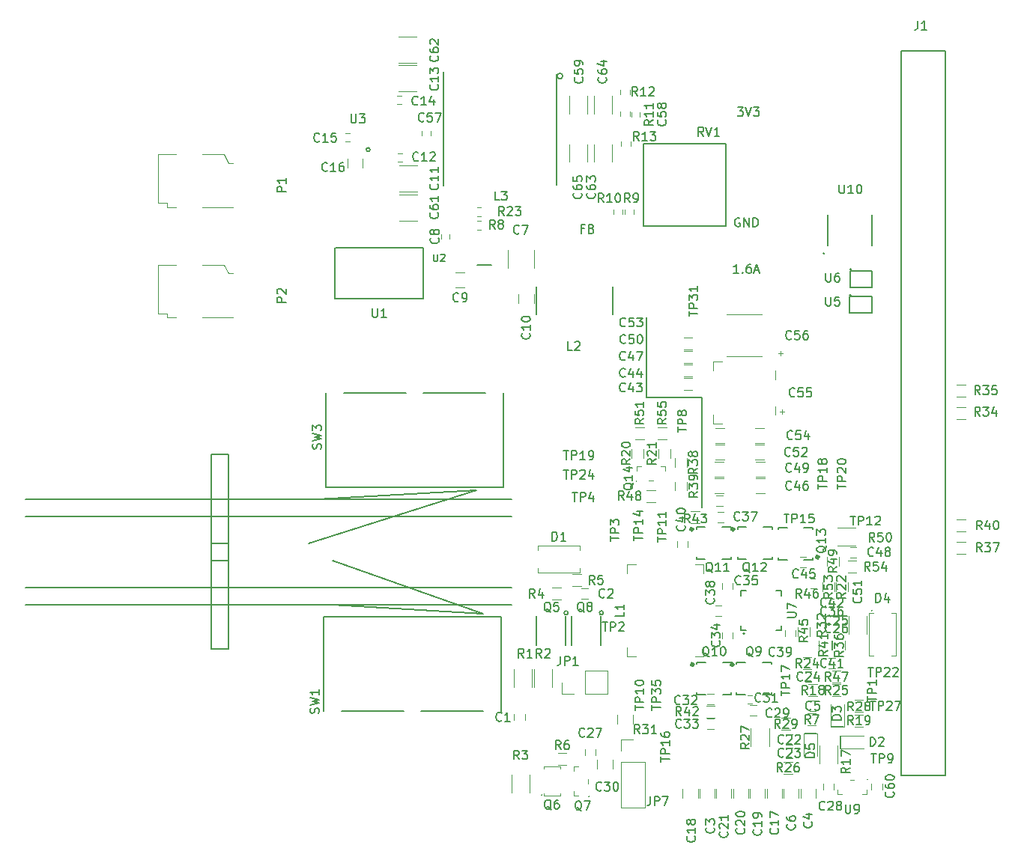
<source format=gbr>
G04 #@! TF.FileFunction,Legend,Top*
%FSLAX46Y46*%
G04 Gerber Fmt 4.6, Leading zero omitted, Abs format (unit mm)*
G04 Created by KiCad (PCBNEW 4.0.7-e2-6376~58~ubuntu16.04.1) date Tue May 15 22:20:39 2018*
%MOMM*%
%LPD*%
G01*
G04 APERTURE LIST*
%ADD10C,0.100000*%
%ADD11C,0.150000*%
%ADD12C,0.200000*%
%ADD13C,0.120000*%
%ADD14C,0.152400*%
%ADD15C,0.400000*%
G04 APERTURE END LIST*
D10*
D11*
X151142858Y-68428571D02*
X150809524Y-68428571D01*
X150809524Y-68952381D02*
X150809524Y-67952381D01*
X151285715Y-67952381D01*
X152000001Y-68428571D02*
X152142858Y-68476190D01*
X152190477Y-68523810D01*
X152238096Y-68619048D01*
X152238096Y-68761905D01*
X152190477Y-68857143D01*
X152142858Y-68904762D01*
X152047620Y-68952381D01*
X151666667Y-68952381D01*
X151666667Y-67952381D01*
X152000001Y-67952381D01*
X152095239Y-68000000D01*
X152142858Y-68047619D01*
X152190477Y-68142857D01*
X152190477Y-68238095D01*
X152142858Y-68333333D01*
X152095239Y-68380952D01*
X152000001Y-68428571D01*
X151666667Y-68428571D01*
X168642858Y-73452381D02*
X168071429Y-73452381D01*
X168357143Y-73452381D02*
X168357143Y-72452381D01*
X168261905Y-72595238D01*
X168166667Y-72690476D01*
X168071429Y-72738095D01*
X169071429Y-73357143D02*
X169119048Y-73404762D01*
X169071429Y-73452381D01*
X169023810Y-73404762D01*
X169071429Y-73357143D01*
X169071429Y-73452381D01*
X169976191Y-72452381D02*
X169785714Y-72452381D01*
X169690476Y-72500000D01*
X169642857Y-72547619D01*
X169547619Y-72690476D01*
X169500000Y-72880952D01*
X169500000Y-73261905D01*
X169547619Y-73357143D01*
X169595238Y-73404762D01*
X169690476Y-73452381D01*
X169880953Y-73452381D01*
X169976191Y-73404762D01*
X170023810Y-73357143D01*
X170071429Y-73261905D01*
X170071429Y-73023810D01*
X170023810Y-72928571D01*
X169976191Y-72880952D01*
X169880953Y-72833333D01*
X169690476Y-72833333D01*
X169595238Y-72880952D01*
X169547619Y-72928571D01*
X169500000Y-73023810D01*
X170452381Y-73166667D02*
X170928572Y-73166667D01*
X170357143Y-73452381D02*
X170690476Y-72452381D01*
X171023810Y-73452381D01*
X168511905Y-54702381D02*
X169130953Y-54702381D01*
X168797619Y-55083333D01*
X168940477Y-55083333D01*
X169035715Y-55130952D01*
X169083334Y-55178571D01*
X169130953Y-55273810D01*
X169130953Y-55511905D01*
X169083334Y-55607143D01*
X169035715Y-55654762D01*
X168940477Y-55702381D01*
X168654762Y-55702381D01*
X168559524Y-55654762D01*
X168511905Y-55607143D01*
X169416667Y-54702381D02*
X169750000Y-55702381D01*
X170083334Y-54702381D01*
X170321429Y-54702381D02*
X170940477Y-54702381D01*
X170607143Y-55083333D01*
X170750001Y-55083333D01*
X170845239Y-55130952D01*
X170892858Y-55178571D01*
X170940477Y-55273810D01*
X170940477Y-55511905D01*
X170892858Y-55607143D01*
X170845239Y-55654762D01*
X170750001Y-55702381D01*
X170464286Y-55702381D01*
X170369048Y-55654762D01*
X170321429Y-55607143D01*
X168738096Y-67250000D02*
X168642858Y-67202381D01*
X168500001Y-67202381D01*
X168357143Y-67250000D01*
X168261905Y-67345238D01*
X168214286Y-67440476D01*
X168166667Y-67630952D01*
X168166667Y-67773810D01*
X168214286Y-67964286D01*
X168261905Y-68059524D01*
X168357143Y-68154762D01*
X168500001Y-68202381D01*
X168595239Y-68202381D01*
X168738096Y-68154762D01*
X168785715Y-68107143D01*
X168785715Y-67773810D01*
X168595239Y-67773810D01*
X169214286Y-68202381D02*
X169214286Y-67202381D01*
X169785715Y-68202381D01*
X169785715Y-67202381D01*
X170261905Y-68202381D02*
X170261905Y-67202381D01*
X170500000Y-67202381D01*
X170642858Y-67250000D01*
X170738096Y-67345238D01*
X170785715Y-67440476D01*
X170833334Y-67630952D01*
X170833334Y-67773810D01*
X170785715Y-67964286D01*
X170738096Y-68059524D01*
X170642858Y-68154762D01*
X170500000Y-68202381D01*
X170261905Y-68202381D01*
D12*
X164500000Y-87500000D02*
X164500000Y-100000000D01*
X158250000Y-87500000D02*
X164500000Y-87500000D01*
X158250000Y-78500000D02*
X158250000Y-87500000D01*
X109000000Y-104000000D02*
X111000000Y-104000000D01*
X111000000Y-104000000D02*
X111000000Y-116000000D01*
X111000000Y-116000000D02*
X109000000Y-116000000D01*
X109000000Y-116000000D02*
X109000000Y-104000000D01*
X143000000Y-109000000D02*
X88000000Y-109000000D01*
X143000000Y-111000000D02*
X88000000Y-111000000D01*
X143000000Y-99000000D02*
X88000000Y-99000000D01*
X143000000Y-101000000D02*
X88000000Y-101000000D01*
X109000000Y-106000000D02*
X109000000Y-94000000D01*
X111000000Y-106000000D02*
X109000000Y-106000000D01*
X111000000Y-94000000D02*
X111000000Y-106000000D01*
X109000000Y-94000000D02*
X111000000Y-94000000D01*
D13*
X143774000Y-75826000D02*
X143774000Y-76826000D01*
X145474000Y-76826000D02*
X145474000Y-75826000D01*
D12*
X183673000Y-111619000D02*
G75*
G03X183673000Y-111619000I-50000J0D01*
G01*
D13*
X183378000Y-111889000D02*
X183878000Y-111889000D01*
X183378000Y-116709000D02*
X183378000Y-111889000D01*
X185883000Y-111889000D02*
X186388000Y-111889000D01*
X186388000Y-111889000D02*
X186388000Y-116709000D01*
X186388000Y-116709000D02*
X185888000Y-116709000D01*
X183883000Y-116709000D02*
X183378000Y-116709000D01*
X173400000Y-82767000D02*
X173400000Y-82267000D01*
X173150000Y-82517000D02*
X173650000Y-82517000D01*
X171260000Y-78157000D02*
X167260000Y-78157000D01*
X171260000Y-82877000D02*
X167260000Y-82877000D01*
D11*
X126951854Y-59485800D02*
G75*
G03X126951854Y-59485800I-209454J0D01*
G01*
D13*
X177726000Y-116069000D02*
X177726000Y-115069000D01*
X179086000Y-115069000D02*
X179086000Y-116069000D01*
D11*
X123050000Y-76350000D02*
X132950000Y-76350000D01*
X133000000Y-70600000D02*
X133000000Y-76350000D01*
X123050000Y-70600000D02*
X132950000Y-70600000D01*
X123000000Y-70600000D02*
X123000000Y-76350000D01*
X148748960Y-51164760D02*
G75*
G03X148748960Y-51164760I-317500J0D01*
G01*
X148050460Y-63483760D02*
X148050460Y-50910760D01*
X135300460Y-50733760D02*
X135300460Y-63533760D01*
D13*
X179631000Y-109465000D02*
X179631000Y-108465000D01*
X180991000Y-108465000D02*
X180991000Y-109465000D01*
X159565000Y-94352000D02*
X159565000Y-93352000D01*
X160925000Y-93352000D02*
X160925000Y-94352000D01*
X156517000Y-94352000D02*
X156517000Y-93352000D01*
X157877000Y-93352000D02*
X157877000Y-94352000D01*
X182716000Y-124758000D02*
X181716000Y-124758000D01*
X181716000Y-123398000D02*
X182716000Y-123398000D01*
X177521000Y-121329000D02*
X176521000Y-121329000D01*
X176521000Y-119969000D02*
X177521000Y-119969000D01*
D11*
X178320711Y-71229000D02*
G75*
G03X178320711Y-71229000I-70711J0D01*
G01*
X183700000Y-66829000D02*
X183700000Y-70329000D01*
X178700000Y-66829000D02*
X178700000Y-70329000D01*
D12*
X183194000Y-130711000D02*
G75*
G03X183194000Y-130711000I-50000J0D01*
G01*
D13*
X181704000Y-130761000D02*
X181204000Y-130761000D01*
X179824000Y-132381000D02*
X180324000Y-132381000D01*
X179824000Y-131881000D02*
X179824000Y-132381000D01*
X182584000Y-132381000D02*
X183084000Y-132381000D01*
X183084000Y-132381000D02*
X183084000Y-131881000D01*
X179807000Y-128888000D02*
X179807000Y-126888000D01*
X177767000Y-126888000D02*
X177767000Y-128888000D01*
X162412000Y-85298000D02*
X163412000Y-85298000D01*
X163412000Y-86658000D02*
X162412000Y-86658000D01*
X162412000Y-83774000D02*
X163412000Y-83774000D01*
X163412000Y-85134000D02*
X162412000Y-85134000D01*
X162412000Y-82250000D02*
X163412000Y-82250000D01*
X163412000Y-83610000D02*
X162412000Y-83610000D01*
X184848000Y-131221000D02*
X184848000Y-131921000D01*
X183648000Y-131921000D02*
X183648000Y-131221000D01*
D12*
X139093000Y-72521000D02*
X140693000Y-72521000D01*
D13*
X156406200Y-59034760D02*
X156406200Y-58534760D01*
X155346200Y-58534760D02*
X155346200Y-59034760D01*
X155270000Y-52750000D02*
X155270000Y-53250000D01*
X156330000Y-53250000D02*
X156330000Y-52750000D01*
X155277620Y-55187040D02*
X155277620Y-55687040D01*
X156337620Y-55687040D02*
X156337620Y-55187040D01*
X139040000Y-68601000D02*
X139540000Y-68601000D01*
X139540000Y-67541000D02*
X139040000Y-67541000D01*
D14*
X154364900Y-78151903D02*
X154364900Y-75008097D01*
X145805100Y-75008097D02*
X145805100Y-78151903D01*
D13*
X149491720Y-53398180D02*
X149491720Y-55398180D01*
X151531720Y-55398180D02*
X151531720Y-53398180D01*
X156530000Y-55250000D02*
X156530000Y-55750000D01*
X157470000Y-55750000D02*
X157470000Y-55250000D01*
X132848460Y-57424780D02*
X132848460Y-57924780D01*
X133788460Y-57924780D02*
X133788460Y-57424780D01*
X126144600Y-61509800D02*
X126144600Y-60509800D01*
X124444600Y-60509800D02*
X124444600Y-61509800D01*
X124150520Y-58576580D02*
X124650520Y-58576580D01*
X124650520Y-57636580D02*
X124150520Y-57636580D01*
X130528080Y-53377000D02*
X130028080Y-53377000D01*
X130028080Y-54317000D02*
X130528080Y-54317000D01*
X132228040Y-49898120D02*
X130228040Y-49898120D01*
X130228040Y-52858120D02*
X132228040Y-52858120D01*
X130581420Y-59899720D02*
X130081420Y-59899720D01*
X130081420Y-60839720D02*
X130581420Y-60839720D01*
X132289000Y-61257000D02*
X130289000Y-61257000D01*
X130289000Y-64217000D02*
X132289000Y-64217000D01*
X135010000Y-69091000D02*
X135010000Y-69591000D01*
X135950000Y-69591000D02*
X135950000Y-69091000D01*
D11*
X186960000Y-130250000D02*
X191960000Y-130250000D01*
X186960000Y-48310000D02*
X186960000Y-130250000D01*
X191960000Y-48310000D02*
X191960000Y-130250000D01*
X186960000Y-48310000D02*
X191960000Y-48310000D01*
D13*
X144462000Y-123347000D02*
X144462000Y-124047000D01*
X143262000Y-124047000D02*
X143262000Y-123347000D01*
X151578000Y-110327000D02*
X150878000Y-110327000D01*
X150878000Y-109127000D02*
X151578000Y-109127000D01*
X165921000Y-132833000D02*
X165921000Y-131833000D01*
X164221000Y-131833000D02*
X164221000Y-132833000D01*
X177345356Y-132845216D02*
X177345356Y-131845216D01*
X175645356Y-131845216D02*
X175645356Y-132845216D01*
X176659000Y-121827000D02*
X177359000Y-121827000D01*
X177359000Y-123027000D02*
X176659000Y-123027000D01*
X175440356Y-132845216D02*
X175440356Y-131845216D01*
X173740356Y-131845216D02*
X173740356Y-132845216D01*
X173535356Y-132845216D02*
X173535356Y-131845216D01*
X171835356Y-131845216D02*
X171835356Y-132845216D01*
X164016000Y-132833000D02*
X164016000Y-131833000D01*
X162316000Y-131833000D02*
X162316000Y-132833000D01*
X171630356Y-132845216D02*
X171630356Y-131845216D01*
X169930356Y-131845216D02*
X169930356Y-132845216D01*
X169725356Y-132845216D02*
X169725356Y-131845216D01*
X168025356Y-131845216D02*
X168025356Y-132845216D01*
X167820356Y-132845216D02*
X167820356Y-131845216D01*
X166120356Y-131845216D02*
X166120356Y-132845216D01*
X174692000Y-126837000D02*
X173992000Y-126837000D01*
X173992000Y-125637000D02*
X174692000Y-125637000D01*
X174692000Y-128361000D02*
X173992000Y-128361000D01*
X173992000Y-127161000D02*
X174692000Y-127161000D01*
X176863000Y-119725000D02*
X176163000Y-119725000D01*
X176163000Y-118525000D02*
X176863000Y-118525000D01*
X179426000Y-113245000D02*
X179926000Y-113245000D01*
X179926000Y-112305000D02*
X179426000Y-112305000D01*
X179426000Y-114134000D02*
X179926000Y-114134000D01*
X179926000Y-113194000D02*
X179426000Y-113194000D01*
X152463000Y-127284000D02*
X152463000Y-127984000D01*
X151263000Y-127984000D02*
X151263000Y-127284000D01*
X179387000Y-131221000D02*
X179387000Y-131921000D01*
X178187000Y-131921000D02*
X178187000Y-131221000D01*
X170628000Y-123535000D02*
X169928000Y-123535000D01*
X169928000Y-122335000D02*
X170628000Y-122335000D01*
X152664000Y-128531000D02*
X152664000Y-129531000D01*
X154364000Y-129531000D02*
X154364000Y-128531000D01*
X169647000Y-122135000D02*
X170147000Y-122135000D01*
X170147000Y-121195000D02*
X169647000Y-121195000D01*
X165102000Y-121065000D02*
X165802000Y-121065000D01*
X165802000Y-122265000D02*
X165102000Y-122265000D01*
X165802000Y-125059000D02*
X165102000Y-125059000D01*
X165102000Y-123859000D02*
X165802000Y-123859000D01*
X166757000Y-114776000D02*
X166757000Y-114076000D01*
X167957000Y-114076000D02*
X167957000Y-114776000D01*
X167957000Y-108488000D02*
X167957000Y-109188000D01*
X166757000Y-109188000D02*
X166757000Y-108488000D01*
X179418000Y-111289000D02*
X178918000Y-111289000D01*
X178918000Y-112229000D02*
X179418000Y-112229000D01*
X166950000Y-101700000D02*
X166250000Y-101700000D01*
X166250000Y-100500000D02*
X166950000Y-100500000D01*
X166691000Y-112232000D02*
X165991000Y-112232000D01*
X165991000Y-111032000D02*
X166691000Y-111032000D01*
X175069000Y-113822000D02*
X175069000Y-114522000D01*
X173869000Y-114522000D02*
X173869000Y-113822000D01*
X161677000Y-104477000D02*
X161677000Y-103777000D01*
X162877000Y-103777000D02*
X162877000Y-104477000D01*
X178818000Y-117001000D02*
X179518000Y-117001000D01*
X179518000Y-118201000D02*
X178818000Y-118201000D01*
X179418000Y-110273000D02*
X178918000Y-110273000D01*
X178918000Y-111213000D02*
X179418000Y-111213000D01*
X166106000Y-98586000D02*
X166806000Y-98586000D01*
X166806000Y-99786000D02*
X166106000Y-99786000D01*
X166952000Y-96685000D02*
X165952000Y-96685000D01*
X165952000Y-98385000D02*
X166952000Y-98385000D01*
X176228000Y-106771000D02*
X175528000Y-106771000D01*
X175528000Y-105571000D02*
X176228000Y-105571000D01*
X170556000Y-98385000D02*
X171556000Y-98385000D01*
X171556000Y-96685000D02*
X170556000Y-96685000D01*
X166952000Y-94780000D02*
X165952000Y-94780000D01*
X165952000Y-96480000D02*
X166952000Y-96480000D01*
X181243000Y-104428000D02*
X181943000Y-104428000D01*
X181943000Y-105628000D02*
X181243000Y-105628000D01*
X170556000Y-96480000D02*
X171556000Y-96480000D01*
X171556000Y-94780000D02*
X170556000Y-94780000D01*
X166984000Y-92875000D02*
X165984000Y-92875000D01*
X165984000Y-94575000D02*
X166984000Y-94575000D01*
X183109000Y-114283000D02*
X183109000Y-112283000D01*
X181069000Y-112283000D02*
X181069000Y-114283000D01*
X170524000Y-94575000D02*
X171524000Y-94575000D01*
X171524000Y-92875000D02*
X170524000Y-92875000D01*
X166984000Y-90970000D02*
X165984000Y-90970000D01*
X165984000Y-92670000D02*
X166984000Y-92670000D01*
X170524000Y-92670000D02*
X171524000Y-92670000D01*
X171524000Y-90970000D02*
X170524000Y-90970000D01*
D10*
X173528000Y-88849000D02*
X173528000Y-89349000D01*
X173278000Y-89099000D02*
X173778000Y-89099000D01*
D13*
X172778000Y-89504000D02*
X172778000Y-88504000D01*
X172778000Y-84484000D02*
X172778000Y-85484000D01*
X165758000Y-89504000D02*
X165758000Y-90504000D01*
X165758000Y-90504000D02*
X166758000Y-90504000D01*
X166758000Y-83484000D02*
X165758000Y-83484000D01*
X165758000Y-83484000D02*
X165758000Y-84484000D01*
X150717000Y-104285000D02*
X150717000Y-104785000D01*
X145897000Y-104285000D02*
X150717000Y-104285000D01*
X150717000Y-106790000D02*
X150717000Y-107295000D01*
X145897000Y-107295000D02*
X145897000Y-106795000D01*
X150717000Y-107295000D02*
X145897000Y-107295000D01*
X145897000Y-104790000D02*
X145897000Y-104285000D01*
D10*
X156022000Y-106432000D02*
X157022000Y-106432000D01*
X163672000Y-106432000D02*
X164672000Y-106432000D01*
X163672000Y-116832000D02*
X164672000Y-116832000D01*
X156022000Y-107432000D02*
X156022000Y-106432000D01*
X164672000Y-107432000D02*
X164672000Y-106432000D01*
X164672000Y-116832000D02*
X164672000Y-115832000D01*
X156022000Y-116832000D02*
X157022000Y-116832000D01*
X156022000Y-116832000D02*
X156022000Y-115832000D01*
D12*
X151741000Y-132626000D02*
G75*
G03X151741000Y-132626000I-50000J0D01*
G01*
D13*
X151641000Y-131186000D02*
X151641000Y-130686000D01*
X150021000Y-129306000D02*
X150021000Y-129806000D01*
X150521000Y-129306000D02*
X150021000Y-129306000D01*
X150021000Y-132066000D02*
X150021000Y-132566000D01*
X150021000Y-132566000D02*
X150521000Y-132566000D01*
D12*
X157081000Y-96998000D02*
G75*
G03X157081000Y-96998000I-50000J0D01*
G01*
D13*
X158471000Y-96948000D02*
X158971000Y-96948000D01*
X160351000Y-95328000D02*
X159851000Y-95328000D01*
X160351000Y-95828000D02*
X160351000Y-95328000D01*
X157591000Y-95328000D02*
X157091000Y-95328000D01*
X157091000Y-95328000D02*
X157091000Y-95828000D01*
X145263000Y-120276000D02*
X145263000Y-118276000D01*
X143223000Y-118276000D02*
X143223000Y-120276000D01*
X147549000Y-120252000D02*
X147549000Y-118252000D01*
X145509000Y-118252000D02*
X145509000Y-120252000D01*
X145009000Y-132190000D02*
X145009000Y-130190000D01*
X142969000Y-130190000D02*
X142969000Y-132190000D01*
X148553000Y-110407000D02*
X147553000Y-110407000D01*
X147553000Y-109047000D02*
X148553000Y-109047000D01*
X150839000Y-108883000D02*
X149839000Y-108883000D01*
X149839000Y-107523000D02*
X150839000Y-107523000D01*
X148188000Y-127716000D02*
X149188000Y-127716000D01*
X149188000Y-129076000D02*
X148188000Y-129076000D01*
X177382000Y-124631000D02*
X176382000Y-124631000D01*
X176382000Y-123271000D02*
X177382000Y-123271000D01*
X176874000Y-118281000D02*
X175874000Y-118281000D01*
X175874000Y-116921000D02*
X176874000Y-116921000D01*
X179176000Y-119969000D02*
X180176000Y-119969000D01*
X180176000Y-121329000D02*
X179176000Y-121329000D01*
X174715000Y-130092000D02*
X173715000Y-130092000D01*
X173715000Y-128732000D02*
X174715000Y-128732000D01*
X170020000Y-124983000D02*
X170020000Y-126983000D01*
X172060000Y-126983000D02*
X172060000Y-124983000D01*
X181716000Y-121747000D02*
X182716000Y-121747000D01*
X182716000Y-123107000D02*
X181716000Y-123107000D01*
X174461000Y-125139000D02*
X173461000Y-125139000D01*
X173461000Y-123779000D02*
X174461000Y-123779000D01*
X154950000Y-123451000D02*
X154950000Y-124451000D01*
X156650000Y-124451000D02*
X156650000Y-123451000D01*
X177495000Y-113033000D02*
X177495000Y-113533000D01*
X178555000Y-113533000D02*
X178555000Y-113033000D01*
X193273000Y-88600000D02*
X194273000Y-88600000D01*
X194273000Y-89960000D02*
X193273000Y-89960000D01*
X193273000Y-86060000D02*
X194273000Y-86060000D01*
X194273000Y-87420000D02*
X193273000Y-87420000D01*
X180610000Y-115069000D02*
X180610000Y-116069000D01*
X179250000Y-116069000D02*
X179250000Y-115069000D01*
X193273000Y-103840000D02*
X194273000Y-103840000D01*
X194273000Y-105200000D02*
X193273000Y-105200000D01*
X161397742Y-95383222D02*
X161397742Y-94383222D01*
X162757742Y-94383222D02*
X162757742Y-95383222D01*
X161397742Y-98050222D02*
X161397742Y-97050222D01*
X162757742Y-97050222D02*
X162757742Y-98050222D01*
X193273000Y-101300000D02*
X194273000Y-101300000D01*
X194273000Y-102660000D02*
X193273000Y-102660000D01*
X165952000Y-123742000D02*
X164952000Y-123742000D01*
X164952000Y-122382000D02*
X165952000Y-122382000D01*
X163200000Y-100420000D02*
X164200000Y-100420000D01*
X164200000Y-101780000D02*
X163200000Y-101780000D01*
X162412000Y-80726000D02*
X163412000Y-80726000D01*
X163412000Y-82086000D02*
X162412000Y-82086000D01*
X176673000Y-113545000D02*
X176673000Y-114545000D01*
X175313000Y-114545000D02*
X175313000Y-113545000D01*
X177259000Y-108054000D02*
X176759000Y-108054000D01*
X176759000Y-109114000D02*
X177259000Y-109114000D01*
X179176000Y-118445000D02*
X180176000Y-118445000D01*
X180176000Y-119805000D02*
X179176000Y-119805000D01*
X158221000Y-97998000D02*
X159221000Y-97998000D01*
X159221000Y-99358000D02*
X158221000Y-99358000D01*
X178615000Y-106544000D02*
X178615000Y-105544000D01*
X179975000Y-105544000D02*
X179975000Y-106544000D01*
X181819000Y-102230000D02*
X179819000Y-102230000D01*
X179819000Y-104270000D02*
X181819000Y-104270000D01*
X157963000Y-92246000D02*
X156963000Y-92246000D01*
X156963000Y-90886000D02*
X157963000Y-90886000D01*
X179467000Y-108465000D02*
X179467000Y-109465000D01*
X178107000Y-109465000D02*
X178107000Y-108465000D01*
X180954000Y-105999000D02*
X181954000Y-105999000D01*
X181954000Y-107359000D02*
X180954000Y-107359000D01*
X159491000Y-90886000D02*
X160491000Y-90886000D01*
X160491000Y-92246000D02*
X159491000Y-92246000D01*
D10*
X111000000Y-61000000D02*
X111500000Y-61000000D01*
X110500000Y-60000000D02*
X111000000Y-61000000D01*
X108000000Y-60000000D02*
X110500000Y-60000000D01*
X108000000Y-66000000D02*
X111500000Y-66000000D01*
X103000000Y-60000000D02*
X105000000Y-60000000D01*
X103000000Y-60500000D02*
X103000000Y-60000000D01*
X103000000Y-65500000D02*
X103000000Y-62500000D01*
X104000000Y-65500000D02*
X103000000Y-65500000D01*
X104000000Y-66000000D02*
X104000000Y-65500000D01*
X105000000Y-66000000D02*
X104000000Y-66000000D01*
X103000000Y-62500000D02*
X103000000Y-60500000D01*
X111000000Y-73500000D02*
X111500000Y-73500000D01*
X110500000Y-72500000D02*
X111000000Y-73500000D01*
X108000000Y-72500000D02*
X110500000Y-72500000D01*
X108000000Y-78500000D02*
X111500000Y-78500000D01*
X103000000Y-72500000D02*
X105000000Y-72500000D01*
X103000000Y-73000000D02*
X103000000Y-72500000D01*
X103000000Y-78000000D02*
X103000000Y-75000000D01*
X104000000Y-78000000D02*
X103000000Y-78000000D01*
X104000000Y-78500000D02*
X104000000Y-78000000D01*
X105000000Y-78500000D02*
X104000000Y-78500000D01*
X103000000Y-75000000D02*
X103000000Y-73000000D01*
D13*
X151228000Y-121090000D02*
X153828000Y-121090000D01*
X153828000Y-121090000D02*
X153828000Y-118430000D01*
X153828000Y-118430000D02*
X151228000Y-118430000D01*
X151228000Y-118430000D02*
X151228000Y-121090000D01*
X149958000Y-121090000D02*
X148628000Y-121090000D01*
X148628000Y-121090000D02*
X148628000Y-119760000D01*
X155359000Y-128777000D02*
X155359000Y-133917000D01*
X155359000Y-133917000D02*
X158019000Y-133917000D01*
X158019000Y-133917000D02*
X158019000Y-128777000D01*
X158019000Y-128777000D02*
X155359000Y-128777000D01*
X155359000Y-127507000D02*
X155359000Y-126177000D01*
X155359000Y-126177000D02*
X156689000Y-126177000D01*
X145469000Y-72859000D02*
X145469000Y-70859000D01*
X142509000Y-70859000D02*
X142509000Y-72859000D01*
X136631000Y-75050000D02*
X137631000Y-75050000D01*
X137631000Y-73350000D02*
X136631000Y-73350000D01*
X132266140Y-64579320D02*
X130266140Y-64579320D01*
X130266140Y-67539320D02*
X132266140Y-67539320D01*
X132225500Y-46677400D02*
X130225500Y-46677400D01*
X130225500Y-49637400D02*
X132225500Y-49637400D01*
X154353660Y-60874420D02*
X154353660Y-58874420D01*
X152313660Y-58874420D02*
X152313660Y-60874420D01*
X152313660Y-53398180D02*
X152313660Y-55398180D01*
X154353660Y-55398180D02*
X154353660Y-53398180D01*
X151503780Y-60874420D02*
X151503780Y-58874420D01*
X149463780Y-58874420D02*
X149463780Y-60874420D01*
D11*
X181340603Y-75945000D02*
G75*
G03X181340603Y-75945000I-89803J0D01*
G01*
X181187300Y-77977000D02*
X181187300Y-76135500D01*
X181187300Y-76135500D02*
X183663800Y-76135500D01*
X183663800Y-76135500D02*
X183663800Y-77977000D01*
X183663800Y-77977000D02*
X181187300Y-77977000D01*
X181355803Y-73036000D02*
G75*
G03X181355803Y-73036000I-89803J0D01*
G01*
X181202500Y-75068000D02*
X181202500Y-73226500D01*
X181202500Y-73226500D02*
X183679000Y-73226500D01*
X183679000Y-73226500D02*
X183679000Y-75068000D01*
X183679000Y-75068000D02*
X181202500Y-75068000D01*
X176055000Y-125551000D02*
X177455000Y-125551000D01*
D13*
X177490000Y-128111000D02*
X177490000Y-125551000D01*
X176020000Y-128111000D02*
X176020000Y-125551000D01*
D11*
X180175000Y-127191000D02*
X180175000Y-125791000D01*
D13*
X182735000Y-125756000D02*
X180175000Y-125756000D01*
X182735000Y-127226000D02*
X180175000Y-127226000D01*
D11*
X180503000Y-124764000D02*
X179103000Y-124764000D01*
D13*
X179068000Y-122204000D02*
X179068000Y-124764000D01*
X180538000Y-122204000D02*
X180538000Y-124764000D01*
X139540000Y-66017000D02*
X139040000Y-66017000D01*
X139040000Y-67077000D02*
X139540000Y-67077000D01*
D12*
X146385000Y-132476000D02*
G75*
G03X146385000Y-132476000I-50000J0D01*
G01*
D13*
X146585000Y-129276000D02*
X146585000Y-129536000D01*
X148485000Y-129276000D02*
X146605000Y-129276000D01*
X148505000Y-129536000D02*
X148505000Y-129276000D01*
X148505000Y-132336000D02*
X148505000Y-132596000D01*
X148485000Y-132596000D02*
X146605000Y-132596000D01*
X146585000Y-132596000D02*
X146585000Y-132336000D01*
D12*
X172309000Y-120854500D02*
X172309000Y-121104500D01*
X172309000Y-121104500D02*
X171309000Y-121104500D01*
X168409000Y-120854500D02*
X168409000Y-121104500D01*
X169409000Y-121104500D02*
X168409000Y-121104500D01*
X172309000Y-117454500D02*
X172309000Y-117704500D01*
X172309000Y-117454500D02*
X171309000Y-117454500D01*
X169409000Y-117454500D02*
X168409000Y-117454500D01*
X168409000Y-117454500D02*
X168409000Y-117704500D01*
D15*
X167979000Y-117729500D02*
G75*
G03X167979000Y-117729500I-100000J0D01*
G01*
D12*
X167809000Y-120854500D02*
X167809000Y-121104500D01*
X167809000Y-121104500D02*
X166809000Y-121104500D01*
X163909000Y-120854500D02*
X163909000Y-121104500D01*
X164909000Y-121104500D02*
X163909000Y-121104500D01*
X167809000Y-117454500D02*
X167809000Y-117704500D01*
X167809000Y-117454500D02*
X166809000Y-117454500D01*
X164909000Y-117454500D02*
X163909000Y-117454500D01*
X163909000Y-117454500D02*
X163909000Y-117704500D01*
D15*
X163479000Y-117729500D02*
G75*
G03X163479000Y-117729500I-100000J0D01*
G01*
D12*
X167749500Y-105559500D02*
X167749500Y-105809500D01*
X167749500Y-105809500D02*
X166749500Y-105809500D01*
X163849500Y-105559500D02*
X163849500Y-105809500D01*
X164849500Y-105809500D02*
X163849500Y-105809500D01*
X167749500Y-102159500D02*
X167749500Y-102409500D01*
X167749500Y-102159500D02*
X166749500Y-102159500D01*
X164849500Y-102159500D02*
X163849500Y-102159500D01*
X163849500Y-102159500D02*
X163849500Y-102409500D01*
D15*
X163419500Y-102434500D02*
G75*
G03X163419500Y-102434500I-100000J0D01*
G01*
D12*
X172410000Y-105559500D02*
X172410000Y-105809500D01*
X172410000Y-105809500D02*
X171410000Y-105809500D01*
X168510000Y-105559500D02*
X168510000Y-105809500D01*
X169510000Y-105809500D02*
X168510000Y-105809500D01*
X172410000Y-102159500D02*
X172410000Y-102409500D01*
X172410000Y-102159500D02*
X171410000Y-102159500D01*
X169510000Y-102159500D02*
X168510000Y-102159500D01*
X168510000Y-102159500D02*
X168510000Y-102409500D01*
D15*
X168080000Y-102434500D02*
G75*
G03X168080000Y-102434500I-100000J0D01*
G01*
D12*
X173102000Y-102464500D02*
X173102000Y-102214500D01*
X173102000Y-102214500D02*
X174102000Y-102214500D01*
X177002000Y-102464500D02*
X177002000Y-102214500D01*
X176002000Y-102214500D02*
X177002000Y-102214500D01*
X173102000Y-105864500D02*
X173102000Y-105614500D01*
X173102000Y-105864500D02*
X174102000Y-105864500D01*
X176002000Y-105864500D02*
X177002000Y-105864500D01*
X177002000Y-105864500D02*
X177002000Y-105614500D01*
D15*
X177632000Y-105589500D02*
G75*
G03X177632000Y-105589500I-100000J0D01*
G01*
D11*
X153349607Y-111892000D02*
G75*
G03X153349607Y-111892000I-223607J0D01*
G01*
X149776000Y-115542000D02*
X149776000Y-112242000D01*
X153076000Y-115542000D02*
X153076000Y-112242000D01*
X149363857Y-111899500D02*
G75*
G03X149363857Y-111899500I-223607J0D01*
G01*
X145790250Y-115549500D02*
X145790250Y-112249500D01*
X149090250Y-115549500D02*
X149090250Y-112249500D01*
D12*
X157850000Y-58850000D02*
X157850000Y-68150000D01*
X167150000Y-58850000D02*
X157850000Y-58850000D01*
X167150000Y-68150000D02*
X167150000Y-58850000D01*
X157850000Y-68150000D02*
X167150000Y-68150000D01*
D13*
X154470000Y-66250000D02*
X154470000Y-66750000D01*
X155530000Y-66750000D02*
X155530000Y-66250000D01*
X156780000Y-66750000D02*
X156780000Y-66250000D01*
X155720000Y-66250000D02*
X155720000Y-66750000D01*
D11*
X139000000Y-98000000D02*
X120000000Y-104000000D01*
X139000000Y-98000000D02*
X121000000Y-99000000D01*
X142000000Y-97700000D02*
X122000000Y-97700000D01*
X122000000Y-87000000D02*
X122000000Y-97700000D01*
X131000000Y-87000000D02*
X124000000Y-87000000D01*
X140000000Y-87000000D02*
X133000000Y-87000000D01*
X142000000Y-87000000D02*
X142000000Y-97700000D01*
X139750000Y-112000000D02*
X122750000Y-111000000D01*
X139750000Y-112000000D02*
X122750000Y-106000000D01*
X121750000Y-112300000D02*
X141750000Y-112300000D01*
X141750000Y-123000000D02*
X141750000Y-112300000D01*
X132750000Y-123000000D02*
X139750000Y-123000000D01*
X123750000Y-123000000D02*
X130750000Y-123000000D01*
X121750000Y-123000000D02*
X121750000Y-112300000D01*
D12*
X168917000Y-109382000D02*
X169467000Y-109382000D01*
X172867000Y-109382000D02*
X173417000Y-109382000D01*
X172867000Y-113882000D02*
X173417000Y-113882000D01*
X173417000Y-109382000D02*
X173417000Y-109932000D01*
X173417000Y-113332000D02*
X173417000Y-113882000D01*
X168917000Y-109382000D02*
X168917000Y-109932000D01*
X168917000Y-113332000D02*
X168917000Y-113882000D01*
X168917000Y-113882000D02*
X169467000Y-113882000D01*
X169317000Y-114232000D02*
G75*
G03X169317000Y-114232000I-100000J0D01*
G01*
D11*
X144981143Y-80270857D02*
X145028762Y-80318476D01*
X145076381Y-80461333D01*
X145076381Y-80556571D01*
X145028762Y-80699429D01*
X144933524Y-80794667D01*
X144838286Y-80842286D01*
X144647810Y-80889905D01*
X144504952Y-80889905D01*
X144314476Y-80842286D01*
X144219238Y-80794667D01*
X144124000Y-80699429D01*
X144076381Y-80556571D01*
X144076381Y-80461333D01*
X144124000Y-80318476D01*
X144171619Y-80270857D01*
X145076381Y-79318476D02*
X145076381Y-79889905D01*
X145076381Y-79604191D02*
X144076381Y-79604191D01*
X144219238Y-79699429D01*
X144314476Y-79794667D01*
X144362095Y-79889905D01*
X144076381Y-78699429D02*
X144076381Y-78604190D01*
X144124000Y-78508952D01*
X144171619Y-78461333D01*
X144266857Y-78413714D01*
X144457333Y-78366095D01*
X144695429Y-78366095D01*
X144885905Y-78413714D01*
X144981143Y-78461333D01*
X145028762Y-78508952D01*
X145076381Y-78604190D01*
X145076381Y-78699429D01*
X145028762Y-78794667D01*
X144981143Y-78842286D01*
X144885905Y-78889905D01*
X144695429Y-78937524D01*
X144457333Y-78937524D01*
X144266857Y-78889905D01*
X144171619Y-78842286D01*
X144124000Y-78794667D01*
X144076381Y-78699429D01*
X184144905Y-110687381D02*
X184144905Y-109687381D01*
X184383000Y-109687381D01*
X184525858Y-109735000D01*
X184621096Y-109830238D01*
X184668715Y-109925476D01*
X184716334Y-110115952D01*
X184716334Y-110258810D01*
X184668715Y-110449286D01*
X184621096Y-110544524D01*
X184525858Y-110639762D01*
X184383000Y-110687381D01*
X184144905Y-110687381D01*
X185573477Y-110020714D02*
X185573477Y-110687381D01*
X185335381Y-109639762D02*
X185097286Y-110354048D01*
X185716334Y-110354048D01*
X174588143Y-80874143D02*
X174540524Y-80921762D01*
X174397667Y-80969381D01*
X174302429Y-80969381D01*
X174159571Y-80921762D01*
X174064333Y-80826524D01*
X174016714Y-80731286D01*
X173969095Y-80540810D01*
X173969095Y-80397952D01*
X174016714Y-80207476D01*
X174064333Y-80112238D01*
X174159571Y-80017000D01*
X174302429Y-79969381D01*
X174397667Y-79969381D01*
X174540524Y-80017000D01*
X174588143Y-80064619D01*
X175492905Y-79969381D02*
X175016714Y-79969381D01*
X174969095Y-80445571D01*
X175016714Y-80397952D01*
X175111952Y-80350333D01*
X175350048Y-80350333D01*
X175445286Y-80397952D01*
X175492905Y-80445571D01*
X175540524Y-80540810D01*
X175540524Y-80778905D01*
X175492905Y-80874143D01*
X175445286Y-80921762D01*
X175350048Y-80969381D01*
X175111952Y-80969381D01*
X175016714Y-80921762D01*
X174969095Y-80874143D01*
X176397667Y-79969381D02*
X176207190Y-79969381D01*
X176111952Y-80017000D01*
X176064333Y-80064619D01*
X175969095Y-80207476D01*
X175921476Y-80397952D01*
X175921476Y-80778905D01*
X175969095Y-80874143D01*
X176016714Y-80921762D01*
X176111952Y-80969381D01*
X176302429Y-80969381D01*
X176397667Y-80921762D01*
X176445286Y-80874143D01*
X176492905Y-80778905D01*
X176492905Y-80540810D01*
X176445286Y-80445571D01*
X176397667Y-80397952D01*
X176302429Y-80350333D01*
X176111952Y-80350333D01*
X176016714Y-80397952D01*
X175969095Y-80445571D01*
X175921476Y-80540810D01*
X124812095Y-55458381D02*
X124812095Y-56267905D01*
X124859714Y-56363143D01*
X124907333Y-56410762D01*
X125002571Y-56458381D01*
X125193048Y-56458381D01*
X125288286Y-56410762D01*
X125335905Y-56363143D01*
X125383524Y-56267905D01*
X125383524Y-55458381D01*
X125764476Y-55458381D02*
X126383524Y-55458381D01*
X126050190Y-55839333D01*
X126193048Y-55839333D01*
X126288286Y-55886952D01*
X126335905Y-55934571D01*
X126383524Y-56029810D01*
X126383524Y-56267905D01*
X126335905Y-56363143D01*
X126288286Y-56410762D01*
X126193048Y-56458381D01*
X125907333Y-56458381D01*
X125812095Y-56410762D01*
X125764476Y-56363143D01*
X178702381Y-116142857D02*
X178226190Y-116476191D01*
X178702381Y-116714286D02*
X177702381Y-116714286D01*
X177702381Y-116333333D01*
X177750000Y-116238095D01*
X177797619Y-116190476D01*
X177892857Y-116142857D01*
X178035714Y-116142857D01*
X178130952Y-116190476D01*
X178178571Y-116238095D01*
X178226190Y-116333333D01*
X178226190Y-116714286D01*
X178035714Y-115285714D02*
X178702381Y-115285714D01*
X177654762Y-115523810D02*
X178369048Y-115761905D01*
X178369048Y-115142857D01*
X178702381Y-114238095D02*
X178702381Y-114809524D01*
X178702381Y-114523810D02*
X177702381Y-114523810D01*
X177845238Y-114619048D01*
X177940476Y-114714286D01*
X177988095Y-114809524D01*
X127238095Y-77452381D02*
X127238095Y-78261905D01*
X127285714Y-78357143D01*
X127333333Y-78404762D01*
X127428571Y-78452381D01*
X127619048Y-78452381D01*
X127714286Y-78404762D01*
X127761905Y-78357143D01*
X127809524Y-78261905D01*
X127809524Y-77452381D01*
X128809524Y-78452381D02*
X128238095Y-78452381D01*
X128523809Y-78452381D02*
X128523809Y-77452381D01*
X128428571Y-77595238D01*
X128333333Y-77690476D01*
X128238095Y-77738095D01*
X141583334Y-65202381D02*
X141107143Y-65202381D01*
X141107143Y-64202381D01*
X141821429Y-64202381D02*
X142440477Y-64202381D01*
X142107143Y-64583333D01*
X142250001Y-64583333D01*
X142345239Y-64630952D01*
X142392858Y-64678571D01*
X142440477Y-64773810D01*
X142440477Y-65011905D01*
X142392858Y-65107143D01*
X142345239Y-65154762D01*
X142250001Y-65202381D01*
X141964286Y-65202381D01*
X141869048Y-65154762D01*
X141821429Y-65107143D01*
X183621095Y-127848381D02*
X184192524Y-127848381D01*
X183906809Y-128848381D02*
X183906809Y-127848381D01*
X184525857Y-128848381D02*
X184525857Y-127848381D01*
X184906810Y-127848381D01*
X185002048Y-127896000D01*
X185049667Y-127943619D01*
X185097286Y-128038857D01*
X185097286Y-128181714D01*
X185049667Y-128276952D01*
X185002048Y-128324571D01*
X184906810Y-128372190D01*
X184525857Y-128372190D01*
X185573476Y-128848381D02*
X185763952Y-128848381D01*
X185859191Y-128800762D01*
X185906810Y-128753143D01*
X186002048Y-128610286D01*
X186049667Y-128419810D01*
X186049667Y-128038857D01*
X186002048Y-127943619D01*
X185954429Y-127896000D01*
X185859191Y-127848381D01*
X185668714Y-127848381D01*
X185573476Y-127896000D01*
X185525857Y-127943619D01*
X185478238Y-128038857D01*
X185478238Y-128276952D01*
X185525857Y-128372190D01*
X185573476Y-128419810D01*
X185668714Y-128467429D01*
X185859191Y-128467429D01*
X185954429Y-128419810D01*
X186002048Y-128372190D01*
X186049667Y-128276952D01*
X161729381Y-91430905D02*
X161729381Y-90859476D01*
X162729381Y-91145191D02*
X161729381Y-91145191D01*
X162729381Y-90526143D02*
X161729381Y-90526143D01*
X161729381Y-90145190D01*
X161777000Y-90049952D01*
X161824619Y-90002333D01*
X161919857Y-89954714D01*
X162062714Y-89954714D01*
X162157952Y-90002333D01*
X162205571Y-90049952D01*
X162253190Y-90145190D01*
X162253190Y-90526143D01*
X162157952Y-89383286D02*
X162110333Y-89478524D01*
X162062714Y-89526143D01*
X161967476Y-89573762D01*
X161919857Y-89573762D01*
X161824619Y-89526143D01*
X161777000Y-89478524D01*
X161729381Y-89383286D01*
X161729381Y-89192809D01*
X161777000Y-89097571D01*
X161824619Y-89049952D01*
X161919857Y-89002333D01*
X161967476Y-89002333D01*
X162062714Y-89049952D01*
X162110333Y-89097571D01*
X162157952Y-89192809D01*
X162157952Y-89383286D01*
X162205571Y-89478524D01*
X162253190Y-89526143D01*
X162348429Y-89573762D01*
X162538905Y-89573762D01*
X162634143Y-89526143D01*
X162681762Y-89478524D01*
X162729381Y-89383286D01*
X162729381Y-89192809D01*
X162681762Y-89097571D01*
X162634143Y-89049952D01*
X162538905Y-89002333D01*
X162348429Y-89002333D01*
X162253190Y-89049952D01*
X162205571Y-89097571D01*
X162157952Y-89192809D01*
X180702381Y-109607857D02*
X180226190Y-109941191D01*
X180702381Y-110179286D02*
X179702381Y-110179286D01*
X179702381Y-109798333D01*
X179750000Y-109703095D01*
X179797619Y-109655476D01*
X179892857Y-109607857D01*
X180035714Y-109607857D01*
X180130952Y-109655476D01*
X180178571Y-109703095D01*
X180226190Y-109798333D01*
X180226190Y-110179286D01*
X179797619Y-109226905D02*
X179750000Y-109179286D01*
X179702381Y-109084048D01*
X179702381Y-108845952D01*
X179750000Y-108750714D01*
X179797619Y-108703095D01*
X179892857Y-108655476D01*
X179988095Y-108655476D01*
X180130952Y-108703095D01*
X180702381Y-109274524D01*
X180702381Y-108655476D01*
X179797619Y-108274524D02*
X179750000Y-108226905D01*
X179702381Y-108131667D01*
X179702381Y-107893571D01*
X179750000Y-107798333D01*
X179797619Y-107750714D01*
X179892857Y-107703095D01*
X179988095Y-107703095D01*
X180130952Y-107750714D01*
X180702381Y-108322143D01*
X180702381Y-107703095D01*
X159300381Y-94494857D02*
X158824190Y-94828191D01*
X159300381Y-95066286D02*
X158300381Y-95066286D01*
X158300381Y-94685333D01*
X158348000Y-94590095D01*
X158395619Y-94542476D01*
X158490857Y-94494857D01*
X158633714Y-94494857D01*
X158728952Y-94542476D01*
X158776571Y-94590095D01*
X158824190Y-94685333D01*
X158824190Y-95066286D01*
X158395619Y-94113905D02*
X158348000Y-94066286D01*
X158300381Y-93971048D01*
X158300381Y-93732952D01*
X158348000Y-93637714D01*
X158395619Y-93590095D01*
X158490857Y-93542476D01*
X158586095Y-93542476D01*
X158728952Y-93590095D01*
X159300381Y-94161524D01*
X159300381Y-93542476D01*
X159300381Y-92590095D02*
X159300381Y-93161524D01*
X159300381Y-92875810D02*
X158300381Y-92875810D01*
X158443238Y-92971048D01*
X158538476Y-93066286D01*
X158586095Y-93161524D01*
X156379381Y-94494857D02*
X155903190Y-94828191D01*
X156379381Y-95066286D02*
X155379381Y-95066286D01*
X155379381Y-94685333D01*
X155427000Y-94590095D01*
X155474619Y-94542476D01*
X155569857Y-94494857D01*
X155712714Y-94494857D01*
X155807952Y-94542476D01*
X155855571Y-94590095D01*
X155903190Y-94685333D01*
X155903190Y-95066286D01*
X155474619Y-94113905D02*
X155427000Y-94066286D01*
X155379381Y-93971048D01*
X155379381Y-93732952D01*
X155427000Y-93637714D01*
X155474619Y-93590095D01*
X155569857Y-93542476D01*
X155665095Y-93542476D01*
X155807952Y-93590095D01*
X156379381Y-94161524D01*
X156379381Y-93542476D01*
X155379381Y-92923429D02*
X155379381Y-92828190D01*
X155427000Y-92732952D01*
X155474619Y-92685333D01*
X155569857Y-92637714D01*
X155760333Y-92590095D01*
X155998429Y-92590095D01*
X156188905Y-92637714D01*
X156284143Y-92685333D01*
X156331762Y-92732952D01*
X156379381Y-92828190D01*
X156379381Y-92923429D01*
X156331762Y-93018667D01*
X156284143Y-93066286D01*
X156188905Y-93113905D01*
X155998429Y-93161524D01*
X155760333Y-93161524D01*
X155569857Y-93113905D01*
X155474619Y-93066286D01*
X155427000Y-93018667D01*
X155379381Y-92923429D01*
X181573143Y-124530381D02*
X181239809Y-124054190D01*
X181001714Y-124530381D02*
X181001714Y-123530381D01*
X181382667Y-123530381D01*
X181477905Y-123578000D01*
X181525524Y-123625619D01*
X181573143Y-123720857D01*
X181573143Y-123863714D01*
X181525524Y-123958952D01*
X181477905Y-124006571D01*
X181382667Y-124054190D01*
X181001714Y-124054190D01*
X182525524Y-124530381D02*
X181954095Y-124530381D01*
X182239809Y-124530381D02*
X182239809Y-123530381D01*
X182144571Y-123673238D01*
X182049333Y-123768476D01*
X181954095Y-123816095D01*
X183001714Y-124530381D02*
X183192190Y-124530381D01*
X183287429Y-124482762D01*
X183335048Y-124435143D01*
X183430286Y-124292286D01*
X183477905Y-124101810D01*
X183477905Y-123720857D01*
X183430286Y-123625619D01*
X183382667Y-123578000D01*
X183287429Y-123530381D01*
X183096952Y-123530381D01*
X183001714Y-123578000D01*
X182954095Y-123625619D01*
X182906476Y-123720857D01*
X182906476Y-123958952D01*
X182954095Y-124054190D01*
X183001714Y-124101810D01*
X183096952Y-124149429D01*
X183287429Y-124149429D01*
X183382667Y-124101810D01*
X183430286Y-124054190D01*
X183477905Y-123958952D01*
X176378143Y-121101381D02*
X176044809Y-120625190D01*
X175806714Y-121101381D02*
X175806714Y-120101381D01*
X176187667Y-120101381D01*
X176282905Y-120149000D01*
X176330524Y-120196619D01*
X176378143Y-120291857D01*
X176378143Y-120434714D01*
X176330524Y-120529952D01*
X176282905Y-120577571D01*
X176187667Y-120625190D01*
X175806714Y-120625190D01*
X177330524Y-121101381D02*
X176759095Y-121101381D01*
X177044809Y-121101381D02*
X177044809Y-120101381D01*
X176949571Y-120244238D01*
X176854333Y-120339476D01*
X176759095Y-120387095D01*
X177901952Y-120529952D02*
X177806714Y-120482333D01*
X177759095Y-120434714D01*
X177711476Y-120339476D01*
X177711476Y-120291857D01*
X177759095Y-120196619D01*
X177806714Y-120149000D01*
X177901952Y-120101381D01*
X178092429Y-120101381D01*
X178187667Y-120149000D01*
X178235286Y-120196619D01*
X178282905Y-120291857D01*
X178282905Y-120339476D01*
X178235286Y-120434714D01*
X178187667Y-120482333D01*
X178092429Y-120529952D01*
X177901952Y-120529952D01*
X177806714Y-120577571D01*
X177759095Y-120625190D01*
X177711476Y-120720429D01*
X177711476Y-120910905D01*
X177759095Y-121006143D01*
X177806714Y-121053762D01*
X177901952Y-121101381D01*
X178092429Y-121101381D01*
X178187667Y-121053762D01*
X178235286Y-121006143D01*
X178282905Y-120910905D01*
X178282905Y-120720429D01*
X178235286Y-120625190D01*
X178187667Y-120577571D01*
X178092429Y-120529952D01*
X180011905Y-63452381D02*
X180011905Y-64261905D01*
X180059524Y-64357143D01*
X180107143Y-64404762D01*
X180202381Y-64452381D01*
X180392858Y-64452381D01*
X180488096Y-64404762D01*
X180535715Y-64357143D01*
X180583334Y-64261905D01*
X180583334Y-63452381D01*
X181583334Y-64452381D02*
X181011905Y-64452381D01*
X181297619Y-64452381D02*
X181297619Y-63452381D01*
X181202381Y-63595238D01*
X181107143Y-63690476D01*
X181011905Y-63738095D01*
X182202381Y-63452381D02*
X182297620Y-63452381D01*
X182392858Y-63500000D01*
X182440477Y-63547619D01*
X182488096Y-63642857D01*
X182535715Y-63833333D01*
X182535715Y-64071429D01*
X182488096Y-64261905D01*
X182440477Y-64357143D01*
X182392858Y-64404762D01*
X182297620Y-64452381D01*
X182202381Y-64452381D01*
X182107143Y-64404762D01*
X182059524Y-64357143D01*
X182011905Y-64261905D01*
X181964286Y-64071429D01*
X181964286Y-63833333D01*
X182011905Y-63642857D01*
X182059524Y-63547619D01*
X182107143Y-63500000D01*
X182202381Y-63452381D01*
X180692095Y-133563381D02*
X180692095Y-134372905D01*
X180739714Y-134468143D01*
X180787333Y-134515762D01*
X180882571Y-134563381D01*
X181073048Y-134563381D01*
X181168286Y-134515762D01*
X181215905Y-134468143D01*
X181263524Y-134372905D01*
X181263524Y-133563381D01*
X181787333Y-134563381D02*
X181977809Y-134563381D01*
X182073048Y-134515762D01*
X182120667Y-134468143D01*
X182215905Y-134325286D01*
X182263524Y-134134810D01*
X182263524Y-133753857D01*
X182215905Y-133658619D01*
X182168286Y-133611000D01*
X182073048Y-133563381D01*
X181882571Y-133563381D01*
X181787333Y-133611000D01*
X181739714Y-133658619D01*
X181692095Y-133753857D01*
X181692095Y-133991952D01*
X181739714Y-134087190D01*
X181787333Y-134134810D01*
X181882571Y-134182429D01*
X182073048Y-134182429D01*
X182168286Y-134134810D01*
X182215905Y-134087190D01*
X182263524Y-133991952D01*
X158808381Y-122895095D02*
X158808381Y-122323666D01*
X159808381Y-122609381D02*
X158808381Y-122609381D01*
X159808381Y-121990333D02*
X158808381Y-121990333D01*
X158808381Y-121609380D01*
X158856000Y-121514142D01*
X158903619Y-121466523D01*
X158998857Y-121418904D01*
X159141714Y-121418904D01*
X159236952Y-121466523D01*
X159284571Y-121514142D01*
X159332190Y-121609380D01*
X159332190Y-121990333D01*
X158808381Y-121085571D02*
X158808381Y-120466523D01*
X159189333Y-120799857D01*
X159189333Y-120656999D01*
X159236952Y-120561761D01*
X159284571Y-120514142D01*
X159379810Y-120466523D01*
X159617905Y-120466523D01*
X159713143Y-120514142D01*
X159760762Y-120561761D01*
X159808381Y-120656999D01*
X159808381Y-120942714D01*
X159760762Y-121037952D01*
X159713143Y-121085571D01*
X158808381Y-119561761D02*
X158808381Y-120037952D01*
X159284571Y-120085571D01*
X159236952Y-120037952D01*
X159189333Y-119942714D01*
X159189333Y-119704618D01*
X159236952Y-119609380D01*
X159284571Y-119561761D01*
X159379810Y-119514142D01*
X159617905Y-119514142D01*
X159713143Y-119561761D01*
X159760762Y-119609380D01*
X159808381Y-119704618D01*
X159808381Y-119942714D01*
X159760762Y-120037952D01*
X159713143Y-120085571D01*
X162999381Y-78318095D02*
X162999381Y-77746666D01*
X163999381Y-78032381D02*
X162999381Y-78032381D01*
X163999381Y-77413333D02*
X162999381Y-77413333D01*
X162999381Y-77032380D01*
X163047000Y-76937142D01*
X163094619Y-76889523D01*
X163189857Y-76841904D01*
X163332714Y-76841904D01*
X163427952Y-76889523D01*
X163475571Y-76937142D01*
X163523190Y-77032380D01*
X163523190Y-77413333D01*
X162999381Y-76508571D02*
X162999381Y-75889523D01*
X163380333Y-76222857D01*
X163380333Y-76079999D01*
X163427952Y-75984761D01*
X163475571Y-75937142D01*
X163570810Y-75889523D01*
X163808905Y-75889523D01*
X163904143Y-75937142D01*
X163951762Y-75984761D01*
X163999381Y-76079999D01*
X163999381Y-76365714D01*
X163951762Y-76460952D01*
X163904143Y-76508571D01*
X163999381Y-74937142D02*
X163999381Y-75508571D01*
X163999381Y-75222857D02*
X162999381Y-75222857D01*
X163142238Y-75318095D01*
X163237476Y-75413333D01*
X163285095Y-75508571D01*
X183525905Y-121879381D02*
X184097334Y-121879381D01*
X183811619Y-122879381D02*
X183811619Y-121879381D01*
X184430667Y-122879381D02*
X184430667Y-121879381D01*
X184811620Y-121879381D01*
X184906858Y-121927000D01*
X184954477Y-121974619D01*
X185002096Y-122069857D01*
X185002096Y-122212714D01*
X184954477Y-122307952D01*
X184906858Y-122355571D01*
X184811620Y-122403190D01*
X184430667Y-122403190D01*
X185383048Y-121974619D02*
X185430667Y-121927000D01*
X185525905Y-121879381D01*
X185764001Y-121879381D01*
X185859239Y-121927000D01*
X185906858Y-121974619D01*
X185954477Y-122069857D01*
X185954477Y-122165095D01*
X185906858Y-122307952D01*
X185335429Y-122879381D01*
X185954477Y-122879381D01*
X186287810Y-121879381D02*
X186954477Y-121879381D01*
X186525905Y-122879381D01*
X148854905Y-95717381D02*
X149426334Y-95717381D01*
X149140619Y-96717381D02*
X149140619Y-95717381D01*
X149759667Y-96717381D02*
X149759667Y-95717381D01*
X150140620Y-95717381D01*
X150235858Y-95765000D01*
X150283477Y-95812619D01*
X150331096Y-95907857D01*
X150331096Y-96050714D01*
X150283477Y-96145952D01*
X150235858Y-96193571D01*
X150140620Y-96241190D01*
X149759667Y-96241190D01*
X150712048Y-95812619D02*
X150759667Y-95765000D01*
X150854905Y-95717381D01*
X151093001Y-95717381D01*
X151188239Y-95765000D01*
X151235858Y-95812619D01*
X151283477Y-95907857D01*
X151283477Y-96003095D01*
X151235858Y-96145952D01*
X150664429Y-96717381D01*
X151283477Y-96717381D01*
X152140620Y-96050714D02*
X152140620Y-96717381D01*
X151902524Y-95669762D02*
X151664429Y-96384048D01*
X152283477Y-96384048D01*
X183271905Y-118069381D02*
X183843334Y-118069381D01*
X183557619Y-119069381D02*
X183557619Y-118069381D01*
X184176667Y-119069381D02*
X184176667Y-118069381D01*
X184557620Y-118069381D01*
X184652858Y-118117000D01*
X184700477Y-118164619D01*
X184748096Y-118259857D01*
X184748096Y-118402714D01*
X184700477Y-118497952D01*
X184652858Y-118545571D01*
X184557620Y-118593190D01*
X184176667Y-118593190D01*
X185129048Y-118164619D02*
X185176667Y-118117000D01*
X185271905Y-118069381D01*
X185510001Y-118069381D01*
X185605239Y-118117000D01*
X185652858Y-118164619D01*
X185700477Y-118259857D01*
X185700477Y-118355095D01*
X185652858Y-118497952D01*
X185081429Y-119069381D01*
X185700477Y-119069381D01*
X186081429Y-118164619D02*
X186129048Y-118117000D01*
X186224286Y-118069381D01*
X186462382Y-118069381D01*
X186557620Y-118117000D01*
X186605239Y-118164619D01*
X186652858Y-118259857D01*
X186652858Y-118355095D01*
X186605239Y-118497952D01*
X186033810Y-119069381D01*
X186652858Y-119069381D01*
X179763381Y-97876095D02*
X179763381Y-97304666D01*
X180763381Y-97590381D02*
X179763381Y-97590381D01*
X180763381Y-96971333D02*
X179763381Y-96971333D01*
X179763381Y-96590380D01*
X179811000Y-96495142D01*
X179858619Y-96447523D01*
X179953857Y-96399904D01*
X180096714Y-96399904D01*
X180191952Y-96447523D01*
X180239571Y-96495142D01*
X180287190Y-96590380D01*
X180287190Y-96971333D01*
X179858619Y-96018952D02*
X179811000Y-95971333D01*
X179763381Y-95876095D01*
X179763381Y-95637999D01*
X179811000Y-95542761D01*
X179858619Y-95495142D01*
X179953857Y-95447523D01*
X180049095Y-95447523D01*
X180191952Y-95495142D01*
X180763381Y-96066571D01*
X180763381Y-95447523D01*
X179763381Y-94828476D02*
X179763381Y-94733237D01*
X179811000Y-94637999D01*
X179858619Y-94590380D01*
X179953857Y-94542761D01*
X180144333Y-94495142D01*
X180382429Y-94495142D01*
X180572905Y-94542761D01*
X180668143Y-94590380D01*
X180715762Y-94637999D01*
X180763381Y-94733237D01*
X180763381Y-94828476D01*
X180715762Y-94923714D01*
X180668143Y-94971333D01*
X180572905Y-95018952D01*
X180382429Y-95066571D01*
X180144333Y-95066571D01*
X179953857Y-95018952D01*
X179858619Y-94971333D01*
X179811000Y-94923714D01*
X179763381Y-94828476D01*
X148854905Y-93558381D02*
X149426334Y-93558381D01*
X149140619Y-94558381D02*
X149140619Y-93558381D01*
X149759667Y-94558381D02*
X149759667Y-93558381D01*
X150140620Y-93558381D01*
X150235858Y-93606000D01*
X150283477Y-93653619D01*
X150331096Y-93748857D01*
X150331096Y-93891714D01*
X150283477Y-93986952D01*
X150235858Y-94034571D01*
X150140620Y-94082190D01*
X149759667Y-94082190D01*
X151283477Y-94558381D02*
X150712048Y-94558381D01*
X150997762Y-94558381D02*
X150997762Y-93558381D01*
X150902524Y-93701238D01*
X150807286Y-93796476D01*
X150712048Y-93844095D01*
X151759667Y-94558381D02*
X151950143Y-94558381D01*
X152045382Y-94510762D01*
X152093001Y-94463143D01*
X152188239Y-94320286D01*
X152235858Y-94129810D01*
X152235858Y-93748857D01*
X152188239Y-93653619D01*
X152140620Y-93606000D01*
X152045382Y-93558381D01*
X151854905Y-93558381D01*
X151759667Y-93606000D01*
X151712048Y-93653619D01*
X151664429Y-93748857D01*
X151664429Y-93986952D01*
X151712048Y-94082190D01*
X151759667Y-94129810D01*
X151854905Y-94177429D01*
X152045382Y-94177429D01*
X152140620Y-94129810D01*
X152188239Y-94082190D01*
X152235858Y-93986952D01*
X177604381Y-97876095D02*
X177604381Y-97304666D01*
X178604381Y-97590381D02*
X177604381Y-97590381D01*
X178604381Y-96971333D02*
X177604381Y-96971333D01*
X177604381Y-96590380D01*
X177652000Y-96495142D01*
X177699619Y-96447523D01*
X177794857Y-96399904D01*
X177937714Y-96399904D01*
X178032952Y-96447523D01*
X178080571Y-96495142D01*
X178128190Y-96590380D01*
X178128190Y-96971333D01*
X178604381Y-95447523D02*
X178604381Y-96018952D01*
X178604381Y-95733238D02*
X177604381Y-95733238D01*
X177747238Y-95828476D01*
X177842476Y-95923714D01*
X177890095Y-96018952D01*
X178032952Y-94876095D02*
X177985333Y-94971333D01*
X177937714Y-95018952D01*
X177842476Y-95066571D01*
X177794857Y-95066571D01*
X177699619Y-95018952D01*
X177652000Y-94971333D01*
X177604381Y-94876095D01*
X177604381Y-94685618D01*
X177652000Y-94590380D01*
X177699619Y-94542761D01*
X177794857Y-94495142D01*
X177842476Y-94495142D01*
X177937714Y-94542761D01*
X177985333Y-94590380D01*
X178032952Y-94685618D01*
X178032952Y-94876095D01*
X178080571Y-94971333D01*
X178128190Y-95018952D01*
X178223429Y-95066571D01*
X178413905Y-95066571D01*
X178509143Y-95018952D01*
X178556762Y-94971333D01*
X178604381Y-94876095D01*
X178604381Y-94685618D01*
X178556762Y-94590380D01*
X178509143Y-94542761D01*
X178413905Y-94495142D01*
X178223429Y-94495142D01*
X178128190Y-94542761D01*
X178080571Y-94590380D01*
X178032952Y-94685618D01*
X173413381Y-121244095D02*
X173413381Y-120672666D01*
X174413381Y-120958381D02*
X173413381Y-120958381D01*
X174413381Y-120339333D02*
X173413381Y-120339333D01*
X173413381Y-119958380D01*
X173461000Y-119863142D01*
X173508619Y-119815523D01*
X173603857Y-119767904D01*
X173746714Y-119767904D01*
X173841952Y-119815523D01*
X173889571Y-119863142D01*
X173937190Y-119958380D01*
X173937190Y-120339333D01*
X174413381Y-118815523D02*
X174413381Y-119386952D01*
X174413381Y-119101238D02*
X173413381Y-119101238D01*
X173556238Y-119196476D01*
X173651476Y-119291714D01*
X173699095Y-119386952D01*
X173413381Y-118482190D02*
X173413381Y-117815523D01*
X174413381Y-118244095D01*
X159824381Y-128737095D02*
X159824381Y-128165666D01*
X160824381Y-128451381D02*
X159824381Y-128451381D01*
X160824381Y-127832333D02*
X159824381Y-127832333D01*
X159824381Y-127451380D01*
X159872000Y-127356142D01*
X159919619Y-127308523D01*
X160014857Y-127260904D01*
X160157714Y-127260904D01*
X160252952Y-127308523D01*
X160300571Y-127356142D01*
X160348190Y-127451380D01*
X160348190Y-127832333D01*
X160824381Y-126308523D02*
X160824381Y-126879952D01*
X160824381Y-126594238D02*
X159824381Y-126594238D01*
X159967238Y-126689476D01*
X160062476Y-126784714D01*
X160110095Y-126879952D01*
X159824381Y-125451380D02*
X159824381Y-125641857D01*
X159872000Y-125737095D01*
X159919619Y-125784714D01*
X160062476Y-125879952D01*
X160252952Y-125927571D01*
X160633905Y-125927571D01*
X160729143Y-125879952D01*
X160776762Y-125832333D01*
X160824381Y-125737095D01*
X160824381Y-125546618D01*
X160776762Y-125451380D01*
X160729143Y-125403761D01*
X160633905Y-125356142D01*
X160395810Y-125356142D01*
X160300571Y-125403761D01*
X160252952Y-125451380D01*
X160205333Y-125546618D01*
X160205333Y-125737095D01*
X160252952Y-125832333D01*
X160300571Y-125879952D01*
X160395810Y-125927571D01*
X173761905Y-100702381D02*
X174333334Y-100702381D01*
X174047619Y-101702381D02*
X174047619Y-100702381D01*
X174666667Y-101702381D02*
X174666667Y-100702381D01*
X175047620Y-100702381D01*
X175142858Y-100750000D01*
X175190477Y-100797619D01*
X175238096Y-100892857D01*
X175238096Y-101035714D01*
X175190477Y-101130952D01*
X175142858Y-101178571D01*
X175047620Y-101226190D01*
X174666667Y-101226190D01*
X176190477Y-101702381D02*
X175619048Y-101702381D01*
X175904762Y-101702381D02*
X175904762Y-100702381D01*
X175809524Y-100845238D01*
X175714286Y-100940476D01*
X175619048Y-100988095D01*
X177095239Y-100702381D02*
X176619048Y-100702381D01*
X176571429Y-101178571D01*
X176619048Y-101130952D01*
X176714286Y-101083333D01*
X176952382Y-101083333D01*
X177047620Y-101130952D01*
X177095239Y-101178571D01*
X177142858Y-101273810D01*
X177142858Y-101511905D01*
X177095239Y-101607143D01*
X177047620Y-101654762D01*
X176952382Y-101702381D01*
X176714286Y-101702381D01*
X176619048Y-101654762D01*
X176571429Y-101607143D01*
X156776381Y-103718095D02*
X156776381Y-103146666D01*
X157776381Y-103432381D02*
X156776381Y-103432381D01*
X157776381Y-102813333D02*
X156776381Y-102813333D01*
X156776381Y-102432380D01*
X156824000Y-102337142D01*
X156871619Y-102289523D01*
X156966857Y-102241904D01*
X157109714Y-102241904D01*
X157204952Y-102289523D01*
X157252571Y-102337142D01*
X157300190Y-102432380D01*
X157300190Y-102813333D01*
X157776381Y-101289523D02*
X157776381Y-101860952D01*
X157776381Y-101575238D02*
X156776381Y-101575238D01*
X156919238Y-101670476D01*
X157014476Y-101765714D01*
X157062095Y-101860952D01*
X157109714Y-100432380D02*
X157776381Y-100432380D01*
X156728762Y-100670476D02*
X157443048Y-100908571D01*
X157443048Y-100289523D01*
X181261905Y-100952381D02*
X181833334Y-100952381D01*
X181547619Y-101952381D02*
X181547619Y-100952381D01*
X182166667Y-101952381D02*
X182166667Y-100952381D01*
X182547620Y-100952381D01*
X182642858Y-101000000D01*
X182690477Y-101047619D01*
X182738096Y-101142857D01*
X182738096Y-101285714D01*
X182690477Y-101380952D01*
X182642858Y-101428571D01*
X182547620Y-101476190D01*
X182166667Y-101476190D01*
X183690477Y-101952381D02*
X183119048Y-101952381D01*
X183404762Y-101952381D02*
X183404762Y-100952381D01*
X183309524Y-101095238D01*
X183214286Y-101190476D01*
X183119048Y-101238095D01*
X184071429Y-101047619D02*
X184119048Y-101000000D01*
X184214286Y-100952381D01*
X184452382Y-100952381D01*
X184547620Y-101000000D01*
X184595239Y-101047619D01*
X184642858Y-101142857D01*
X184642858Y-101238095D01*
X184595239Y-101380952D01*
X184023810Y-101952381D01*
X184642858Y-101952381D01*
X159443381Y-103845095D02*
X159443381Y-103273666D01*
X160443381Y-103559381D02*
X159443381Y-103559381D01*
X160443381Y-102940333D02*
X159443381Y-102940333D01*
X159443381Y-102559380D01*
X159491000Y-102464142D01*
X159538619Y-102416523D01*
X159633857Y-102368904D01*
X159776714Y-102368904D01*
X159871952Y-102416523D01*
X159919571Y-102464142D01*
X159967190Y-102559380D01*
X159967190Y-102940333D01*
X160443381Y-101416523D02*
X160443381Y-101987952D01*
X160443381Y-101702238D02*
X159443381Y-101702238D01*
X159586238Y-101797476D01*
X159681476Y-101892714D01*
X159729095Y-101987952D01*
X160443381Y-100464142D02*
X160443381Y-101035571D01*
X160443381Y-100749857D02*
X159443381Y-100749857D01*
X159586238Y-100845095D01*
X159681476Y-100940333D01*
X159729095Y-101035571D01*
X156903381Y-122895095D02*
X156903381Y-122323666D01*
X157903381Y-122609381D02*
X156903381Y-122609381D01*
X157903381Y-121990333D02*
X156903381Y-121990333D01*
X156903381Y-121609380D01*
X156951000Y-121514142D01*
X156998619Y-121466523D01*
X157093857Y-121418904D01*
X157236714Y-121418904D01*
X157331952Y-121466523D01*
X157379571Y-121514142D01*
X157427190Y-121609380D01*
X157427190Y-121990333D01*
X157903381Y-120466523D02*
X157903381Y-121037952D01*
X157903381Y-120752238D02*
X156903381Y-120752238D01*
X157046238Y-120847476D01*
X157141476Y-120942714D01*
X157189095Y-121037952D01*
X156903381Y-119847476D02*
X156903381Y-119752237D01*
X156951000Y-119656999D01*
X156998619Y-119609380D01*
X157093857Y-119561761D01*
X157284333Y-119514142D01*
X157522429Y-119514142D01*
X157712905Y-119561761D01*
X157808143Y-119609380D01*
X157855762Y-119656999D01*
X157903381Y-119752237D01*
X157903381Y-119847476D01*
X157855762Y-119942714D01*
X157808143Y-119990333D01*
X157712905Y-120037952D01*
X157522429Y-120085571D01*
X157284333Y-120085571D01*
X157093857Y-120037952D01*
X156998619Y-119990333D01*
X156951000Y-119942714D01*
X156903381Y-119847476D01*
X149839095Y-98257381D02*
X150410524Y-98257381D01*
X150124809Y-99257381D02*
X150124809Y-98257381D01*
X150743857Y-99257381D02*
X150743857Y-98257381D01*
X151124810Y-98257381D01*
X151220048Y-98305000D01*
X151267667Y-98352619D01*
X151315286Y-98447857D01*
X151315286Y-98590714D01*
X151267667Y-98685952D01*
X151220048Y-98733571D01*
X151124810Y-98781190D01*
X150743857Y-98781190D01*
X152172429Y-98590714D02*
X152172429Y-99257381D01*
X151934333Y-98209762D02*
X151696238Y-98924048D01*
X152315286Y-98924048D01*
X154109381Y-103749905D02*
X154109381Y-103178476D01*
X155109381Y-103464191D02*
X154109381Y-103464191D01*
X155109381Y-102845143D02*
X154109381Y-102845143D01*
X154109381Y-102464190D01*
X154157000Y-102368952D01*
X154204619Y-102321333D01*
X154299857Y-102273714D01*
X154442714Y-102273714D01*
X154537952Y-102321333D01*
X154585571Y-102368952D01*
X154633190Y-102464190D01*
X154633190Y-102845143D01*
X154109381Y-101940381D02*
X154109381Y-101321333D01*
X154490333Y-101654667D01*
X154490333Y-101511809D01*
X154537952Y-101416571D01*
X154585571Y-101368952D01*
X154680810Y-101321333D01*
X154918905Y-101321333D01*
X155014143Y-101368952D01*
X155061762Y-101416571D01*
X155109381Y-101511809D01*
X155109381Y-101797524D01*
X155061762Y-101892762D01*
X155014143Y-101940381D01*
X153238095Y-112952381D02*
X153809524Y-112952381D01*
X153523809Y-113952381D02*
X153523809Y-112952381D01*
X154142857Y-113952381D02*
X154142857Y-112952381D01*
X154523810Y-112952381D01*
X154619048Y-113000000D01*
X154666667Y-113047619D01*
X154714286Y-113142857D01*
X154714286Y-113285714D01*
X154666667Y-113380952D01*
X154619048Y-113428571D01*
X154523810Y-113476190D01*
X154142857Y-113476190D01*
X155095238Y-113047619D02*
X155142857Y-113000000D01*
X155238095Y-112952381D01*
X155476191Y-112952381D01*
X155571429Y-113000000D01*
X155619048Y-113047619D01*
X155666667Y-113142857D01*
X155666667Y-113238095D01*
X155619048Y-113380952D01*
X155047619Y-113952381D01*
X155666667Y-113952381D01*
X183192381Y-121910905D02*
X183192381Y-121339476D01*
X184192381Y-121625191D02*
X183192381Y-121625191D01*
X184192381Y-121006143D02*
X183192381Y-121006143D01*
X183192381Y-120625190D01*
X183240000Y-120529952D01*
X183287619Y-120482333D01*
X183382857Y-120434714D01*
X183525714Y-120434714D01*
X183620952Y-120482333D01*
X183668571Y-120529952D01*
X183716190Y-120625190D01*
X183716190Y-121006143D01*
X184192381Y-119482333D02*
X184192381Y-120053762D01*
X184192381Y-119768048D02*
X183192381Y-119768048D01*
X183335238Y-119863286D01*
X183430476Y-119958524D01*
X183478095Y-120053762D01*
X181202381Y-129392857D02*
X180726190Y-129726191D01*
X181202381Y-129964286D02*
X180202381Y-129964286D01*
X180202381Y-129583333D01*
X180250000Y-129488095D01*
X180297619Y-129440476D01*
X180392857Y-129392857D01*
X180535714Y-129392857D01*
X180630952Y-129440476D01*
X180678571Y-129488095D01*
X180726190Y-129583333D01*
X180726190Y-129964286D01*
X181202381Y-128440476D02*
X181202381Y-129011905D01*
X181202381Y-128726191D02*
X180202381Y-128726191D01*
X180345238Y-128821429D01*
X180440476Y-128916667D01*
X180488095Y-129011905D01*
X180202381Y-128107143D02*
X180202381Y-127440476D01*
X181202381Y-127869048D01*
X186107143Y-132142857D02*
X186154762Y-132190476D01*
X186202381Y-132333333D01*
X186202381Y-132428571D01*
X186154762Y-132571429D01*
X186059524Y-132666667D01*
X185964286Y-132714286D01*
X185773810Y-132761905D01*
X185630952Y-132761905D01*
X185440476Y-132714286D01*
X185345238Y-132666667D01*
X185250000Y-132571429D01*
X185202381Y-132428571D01*
X185202381Y-132333333D01*
X185250000Y-132190476D01*
X185297619Y-132142857D01*
X185202381Y-131285714D02*
X185202381Y-131476191D01*
X185250000Y-131571429D01*
X185297619Y-131619048D01*
X185440476Y-131714286D01*
X185630952Y-131761905D01*
X186011905Y-131761905D01*
X186107143Y-131714286D01*
X186154762Y-131666667D01*
X186202381Y-131571429D01*
X186202381Y-131380952D01*
X186154762Y-131285714D01*
X186107143Y-131238095D01*
X186011905Y-131190476D01*
X185773810Y-131190476D01*
X185678571Y-131238095D01*
X185630952Y-131285714D01*
X185583333Y-131380952D01*
X185583333Y-131571429D01*
X185630952Y-131666667D01*
X185678571Y-131714286D01*
X185773810Y-131761905D01*
X185202381Y-130571429D02*
X185202381Y-130476190D01*
X185250000Y-130380952D01*
X185297619Y-130333333D01*
X185392857Y-130285714D01*
X185583333Y-130238095D01*
X185821429Y-130238095D01*
X186011905Y-130285714D01*
X186107143Y-130333333D01*
X186154762Y-130380952D01*
X186202381Y-130476190D01*
X186202381Y-130571429D01*
X186154762Y-130666667D01*
X186107143Y-130714286D01*
X186011905Y-130761905D01*
X185821429Y-130809524D01*
X185583333Y-130809524D01*
X185392857Y-130761905D01*
X185297619Y-130714286D01*
X185250000Y-130666667D01*
X185202381Y-130571429D01*
X134140476Y-71311905D02*
X134140476Y-71959524D01*
X134178571Y-72035714D01*
X134216667Y-72073810D01*
X134292857Y-72111905D01*
X134445238Y-72111905D01*
X134521429Y-72073810D01*
X134559524Y-72035714D01*
X134597619Y-71959524D01*
X134597619Y-71311905D01*
X134940476Y-71388095D02*
X134978571Y-71350000D01*
X135054762Y-71311905D01*
X135245238Y-71311905D01*
X135321428Y-71350000D01*
X135359524Y-71388095D01*
X135397619Y-71464286D01*
X135397619Y-71540476D01*
X135359524Y-71654762D01*
X134902381Y-72111905D01*
X135397619Y-72111905D01*
X157357143Y-58452381D02*
X157023809Y-57976190D01*
X156785714Y-58452381D02*
X156785714Y-57452381D01*
X157166667Y-57452381D01*
X157261905Y-57500000D01*
X157309524Y-57547619D01*
X157357143Y-57642857D01*
X157357143Y-57785714D01*
X157309524Y-57880952D01*
X157261905Y-57928571D01*
X157166667Y-57976190D01*
X156785714Y-57976190D01*
X158309524Y-58452381D02*
X157738095Y-58452381D01*
X158023809Y-58452381D02*
X158023809Y-57452381D01*
X157928571Y-57595238D01*
X157833333Y-57690476D01*
X157738095Y-57738095D01*
X158642857Y-57452381D02*
X159261905Y-57452381D01*
X158928571Y-57833333D01*
X159071429Y-57833333D01*
X159166667Y-57880952D01*
X159214286Y-57928571D01*
X159261905Y-58023810D01*
X159261905Y-58261905D01*
X159214286Y-58357143D01*
X159166667Y-58404762D01*
X159071429Y-58452381D01*
X158785714Y-58452381D01*
X158690476Y-58404762D01*
X158642857Y-58357143D01*
X157189143Y-53410381D02*
X156855809Y-52934190D01*
X156617714Y-53410381D02*
X156617714Y-52410381D01*
X156998667Y-52410381D01*
X157093905Y-52458000D01*
X157141524Y-52505619D01*
X157189143Y-52600857D01*
X157189143Y-52743714D01*
X157141524Y-52838952D01*
X157093905Y-52886571D01*
X156998667Y-52934190D01*
X156617714Y-52934190D01*
X158141524Y-53410381D02*
X157570095Y-53410381D01*
X157855809Y-53410381D02*
X157855809Y-52410381D01*
X157760571Y-52553238D01*
X157665333Y-52648476D01*
X157570095Y-52696095D01*
X158522476Y-52505619D02*
X158570095Y-52458000D01*
X158665333Y-52410381D01*
X158903429Y-52410381D01*
X158998667Y-52458000D01*
X159046286Y-52505619D01*
X159093905Y-52600857D01*
X159093905Y-52696095D01*
X159046286Y-52838952D01*
X158474857Y-53410381D01*
X159093905Y-53410381D01*
X158952381Y-56142857D02*
X158476190Y-56476191D01*
X158952381Y-56714286D02*
X157952381Y-56714286D01*
X157952381Y-56333333D01*
X158000000Y-56238095D01*
X158047619Y-56190476D01*
X158142857Y-56142857D01*
X158285714Y-56142857D01*
X158380952Y-56190476D01*
X158428571Y-56238095D01*
X158476190Y-56333333D01*
X158476190Y-56714286D01*
X158952381Y-55190476D02*
X158952381Y-55761905D01*
X158952381Y-55476191D02*
X157952381Y-55476191D01*
X158095238Y-55571429D01*
X158190476Y-55666667D01*
X158238095Y-55761905D01*
X158952381Y-54238095D02*
X158952381Y-54809524D01*
X158952381Y-54523810D02*
X157952381Y-54523810D01*
X158095238Y-54619048D01*
X158190476Y-54714286D01*
X158238095Y-54809524D01*
X141083334Y-68452381D02*
X140750000Y-67976190D01*
X140511905Y-68452381D02*
X140511905Y-67452381D01*
X140892858Y-67452381D01*
X140988096Y-67500000D01*
X141035715Y-67547619D01*
X141083334Y-67642857D01*
X141083334Y-67785714D01*
X141035715Y-67880952D01*
X140988096Y-67928571D01*
X140892858Y-67976190D01*
X140511905Y-67976190D01*
X141654762Y-67880952D02*
X141559524Y-67833333D01*
X141511905Y-67785714D01*
X141464286Y-67690476D01*
X141464286Y-67642857D01*
X141511905Y-67547619D01*
X141559524Y-67500000D01*
X141654762Y-67452381D01*
X141845239Y-67452381D01*
X141940477Y-67500000D01*
X141988096Y-67547619D01*
X142035715Y-67642857D01*
X142035715Y-67690476D01*
X141988096Y-67785714D01*
X141940477Y-67833333D01*
X141845239Y-67880952D01*
X141654762Y-67880952D01*
X141559524Y-67928571D01*
X141511905Y-67976190D01*
X141464286Y-68071429D01*
X141464286Y-68261905D01*
X141511905Y-68357143D01*
X141559524Y-68404762D01*
X141654762Y-68452381D01*
X141845239Y-68452381D01*
X141940477Y-68404762D01*
X141988096Y-68357143D01*
X142035715Y-68261905D01*
X142035715Y-68071429D01*
X141988096Y-67976190D01*
X141940477Y-67928571D01*
X141845239Y-67880952D01*
X149833334Y-82202381D02*
X149357143Y-82202381D01*
X149357143Y-81202381D01*
X150119048Y-81297619D02*
X150166667Y-81250000D01*
X150261905Y-81202381D01*
X150500001Y-81202381D01*
X150595239Y-81250000D01*
X150642858Y-81297619D01*
X150690477Y-81392857D01*
X150690477Y-81488095D01*
X150642858Y-81630952D01*
X150071429Y-82202381D01*
X150690477Y-82202381D01*
X150950143Y-51314857D02*
X150997762Y-51362476D01*
X151045381Y-51505333D01*
X151045381Y-51600571D01*
X150997762Y-51743429D01*
X150902524Y-51838667D01*
X150807286Y-51886286D01*
X150616810Y-51933905D01*
X150473952Y-51933905D01*
X150283476Y-51886286D01*
X150188238Y-51838667D01*
X150093000Y-51743429D01*
X150045381Y-51600571D01*
X150045381Y-51505333D01*
X150093000Y-51362476D01*
X150140619Y-51314857D01*
X150045381Y-50410095D02*
X150045381Y-50886286D01*
X150521571Y-50933905D01*
X150473952Y-50886286D01*
X150426333Y-50791048D01*
X150426333Y-50552952D01*
X150473952Y-50457714D01*
X150521571Y-50410095D01*
X150616810Y-50362476D01*
X150854905Y-50362476D01*
X150950143Y-50410095D01*
X150997762Y-50457714D01*
X151045381Y-50552952D01*
X151045381Y-50791048D01*
X150997762Y-50886286D01*
X150950143Y-50933905D01*
X151045381Y-49886286D02*
X151045381Y-49695810D01*
X150997762Y-49600571D01*
X150950143Y-49552952D01*
X150807286Y-49457714D01*
X150616810Y-49410095D01*
X150235857Y-49410095D01*
X150140619Y-49457714D01*
X150093000Y-49505333D01*
X150045381Y-49600571D01*
X150045381Y-49791048D01*
X150093000Y-49886286D01*
X150140619Y-49933905D01*
X150235857Y-49981524D01*
X150473952Y-49981524D01*
X150569190Y-49933905D01*
X150616810Y-49886286D01*
X150664429Y-49791048D01*
X150664429Y-49600571D01*
X150616810Y-49505333D01*
X150569190Y-49457714D01*
X150473952Y-49410095D01*
X160357143Y-56142857D02*
X160404762Y-56190476D01*
X160452381Y-56333333D01*
X160452381Y-56428571D01*
X160404762Y-56571429D01*
X160309524Y-56666667D01*
X160214286Y-56714286D01*
X160023810Y-56761905D01*
X159880952Y-56761905D01*
X159690476Y-56714286D01*
X159595238Y-56666667D01*
X159500000Y-56571429D01*
X159452381Y-56428571D01*
X159452381Y-56333333D01*
X159500000Y-56190476D01*
X159547619Y-56142857D01*
X159452381Y-55238095D02*
X159452381Y-55714286D01*
X159928571Y-55761905D01*
X159880952Y-55714286D01*
X159833333Y-55619048D01*
X159833333Y-55380952D01*
X159880952Y-55285714D01*
X159928571Y-55238095D01*
X160023810Y-55190476D01*
X160261905Y-55190476D01*
X160357143Y-55238095D01*
X160404762Y-55285714D01*
X160452381Y-55380952D01*
X160452381Y-55619048D01*
X160404762Y-55714286D01*
X160357143Y-55761905D01*
X159880952Y-54619048D02*
X159833333Y-54714286D01*
X159785714Y-54761905D01*
X159690476Y-54809524D01*
X159642857Y-54809524D01*
X159547619Y-54761905D01*
X159500000Y-54714286D01*
X159452381Y-54619048D01*
X159452381Y-54428571D01*
X159500000Y-54333333D01*
X159547619Y-54285714D01*
X159642857Y-54238095D01*
X159690476Y-54238095D01*
X159785714Y-54285714D01*
X159833333Y-54333333D01*
X159880952Y-54428571D01*
X159880952Y-54619048D01*
X159928571Y-54714286D01*
X159976190Y-54761905D01*
X160071429Y-54809524D01*
X160261905Y-54809524D01*
X160357143Y-54761905D01*
X160404762Y-54714286D01*
X160452381Y-54619048D01*
X160452381Y-54428571D01*
X160404762Y-54333333D01*
X160357143Y-54285714D01*
X160261905Y-54238095D01*
X160071429Y-54238095D01*
X159976190Y-54285714D01*
X159928571Y-54333333D01*
X159880952Y-54428571D01*
X133059143Y-56236143D02*
X133011524Y-56283762D01*
X132868667Y-56331381D01*
X132773429Y-56331381D01*
X132630571Y-56283762D01*
X132535333Y-56188524D01*
X132487714Y-56093286D01*
X132440095Y-55902810D01*
X132440095Y-55759952D01*
X132487714Y-55569476D01*
X132535333Y-55474238D01*
X132630571Y-55379000D01*
X132773429Y-55331381D01*
X132868667Y-55331381D01*
X133011524Y-55379000D01*
X133059143Y-55426619D01*
X133963905Y-55331381D02*
X133487714Y-55331381D01*
X133440095Y-55807571D01*
X133487714Y-55759952D01*
X133582952Y-55712333D01*
X133821048Y-55712333D01*
X133916286Y-55759952D01*
X133963905Y-55807571D01*
X134011524Y-55902810D01*
X134011524Y-56140905D01*
X133963905Y-56236143D01*
X133916286Y-56283762D01*
X133821048Y-56331381D01*
X133582952Y-56331381D01*
X133487714Y-56283762D01*
X133440095Y-56236143D01*
X134344857Y-55331381D02*
X135011524Y-55331381D01*
X134582952Y-56331381D01*
X122137143Y-61857143D02*
X122089524Y-61904762D01*
X121946667Y-61952381D01*
X121851429Y-61952381D01*
X121708571Y-61904762D01*
X121613333Y-61809524D01*
X121565714Y-61714286D01*
X121518095Y-61523810D01*
X121518095Y-61380952D01*
X121565714Y-61190476D01*
X121613333Y-61095238D01*
X121708571Y-61000000D01*
X121851429Y-60952381D01*
X121946667Y-60952381D01*
X122089524Y-61000000D01*
X122137143Y-61047619D01*
X123089524Y-61952381D02*
X122518095Y-61952381D01*
X122803809Y-61952381D02*
X122803809Y-60952381D01*
X122708571Y-61095238D01*
X122613333Y-61190476D01*
X122518095Y-61238095D01*
X123946667Y-60952381D02*
X123756190Y-60952381D01*
X123660952Y-61000000D01*
X123613333Y-61047619D01*
X123518095Y-61190476D01*
X123470476Y-61380952D01*
X123470476Y-61761905D01*
X123518095Y-61857143D01*
X123565714Y-61904762D01*
X123660952Y-61952381D01*
X123851429Y-61952381D01*
X123946667Y-61904762D01*
X123994286Y-61857143D01*
X124041905Y-61761905D01*
X124041905Y-61523810D01*
X123994286Y-61428571D01*
X123946667Y-61380952D01*
X123851429Y-61333333D01*
X123660952Y-61333333D01*
X123565714Y-61380952D01*
X123518095Y-61428571D01*
X123470476Y-61523810D01*
X121248143Y-58522143D02*
X121200524Y-58569762D01*
X121057667Y-58617381D01*
X120962429Y-58617381D01*
X120819571Y-58569762D01*
X120724333Y-58474524D01*
X120676714Y-58379286D01*
X120629095Y-58188810D01*
X120629095Y-58045952D01*
X120676714Y-57855476D01*
X120724333Y-57760238D01*
X120819571Y-57665000D01*
X120962429Y-57617381D01*
X121057667Y-57617381D01*
X121200524Y-57665000D01*
X121248143Y-57712619D01*
X122200524Y-58617381D02*
X121629095Y-58617381D01*
X121914809Y-58617381D02*
X121914809Y-57617381D01*
X121819571Y-57760238D01*
X121724333Y-57855476D01*
X121629095Y-57903095D01*
X123105286Y-57617381D02*
X122629095Y-57617381D01*
X122581476Y-58093571D01*
X122629095Y-58045952D01*
X122724333Y-57998333D01*
X122962429Y-57998333D01*
X123057667Y-58045952D01*
X123105286Y-58093571D01*
X123152905Y-58188810D01*
X123152905Y-58426905D01*
X123105286Y-58522143D01*
X123057667Y-58569762D01*
X122962429Y-58617381D01*
X122724333Y-58617381D01*
X122629095Y-58569762D01*
X122581476Y-58522143D01*
X132357143Y-54357143D02*
X132309524Y-54404762D01*
X132166667Y-54452381D01*
X132071429Y-54452381D01*
X131928571Y-54404762D01*
X131833333Y-54309524D01*
X131785714Y-54214286D01*
X131738095Y-54023810D01*
X131738095Y-53880952D01*
X131785714Y-53690476D01*
X131833333Y-53595238D01*
X131928571Y-53500000D01*
X132071429Y-53452381D01*
X132166667Y-53452381D01*
X132309524Y-53500000D01*
X132357143Y-53547619D01*
X133309524Y-54452381D02*
X132738095Y-54452381D01*
X133023809Y-54452381D02*
X133023809Y-53452381D01*
X132928571Y-53595238D01*
X132833333Y-53690476D01*
X132738095Y-53738095D01*
X134166667Y-53785714D02*
X134166667Y-54452381D01*
X133928571Y-53404762D02*
X133690476Y-54119048D01*
X134309524Y-54119048D01*
X134607143Y-52142857D02*
X134654762Y-52190476D01*
X134702381Y-52333333D01*
X134702381Y-52428571D01*
X134654762Y-52571429D01*
X134559524Y-52666667D01*
X134464286Y-52714286D01*
X134273810Y-52761905D01*
X134130952Y-52761905D01*
X133940476Y-52714286D01*
X133845238Y-52666667D01*
X133750000Y-52571429D01*
X133702381Y-52428571D01*
X133702381Y-52333333D01*
X133750000Y-52190476D01*
X133797619Y-52142857D01*
X134702381Y-51190476D02*
X134702381Y-51761905D01*
X134702381Y-51476191D02*
X133702381Y-51476191D01*
X133845238Y-51571429D01*
X133940476Y-51666667D01*
X133988095Y-51761905D01*
X133702381Y-50857143D02*
X133702381Y-50238095D01*
X134083333Y-50571429D01*
X134083333Y-50428571D01*
X134130952Y-50333333D01*
X134178571Y-50285714D01*
X134273810Y-50238095D01*
X134511905Y-50238095D01*
X134607143Y-50285714D01*
X134654762Y-50333333D01*
X134702381Y-50428571D01*
X134702381Y-50714286D01*
X134654762Y-50809524D01*
X134607143Y-50857143D01*
X132424143Y-60681143D02*
X132376524Y-60728762D01*
X132233667Y-60776381D01*
X132138429Y-60776381D01*
X131995571Y-60728762D01*
X131900333Y-60633524D01*
X131852714Y-60538286D01*
X131805095Y-60347810D01*
X131805095Y-60204952D01*
X131852714Y-60014476D01*
X131900333Y-59919238D01*
X131995571Y-59824000D01*
X132138429Y-59776381D01*
X132233667Y-59776381D01*
X132376524Y-59824000D01*
X132424143Y-59871619D01*
X133376524Y-60776381D02*
X132805095Y-60776381D01*
X133090809Y-60776381D02*
X133090809Y-59776381D01*
X132995571Y-59919238D01*
X132900333Y-60014476D01*
X132805095Y-60062095D01*
X133757476Y-59871619D02*
X133805095Y-59824000D01*
X133900333Y-59776381D01*
X134138429Y-59776381D01*
X134233667Y-59824000D01*
X134281286Y-59871619D01*
X134328905Y-59966857D01*
X134328905Y-60062095D01*
X134281286Y-60204952D01*
X133709857Y-60776381D01*
X134328905Y-60776381D01*
X134607143Y-63392857D02*
X134654762Y-63440476D01*
X134702381Y-63583333D01*
X134702381Y-63678571D01*
X134654762Y-63821429D01*
X134559524Y-63916667D01*
X134464286Y-63964286D01*
X134273810Y-64011905D01*
X134130952Y-64011905D01*
X133940476Y-63964286D01*
X133845238Y-63916667D01*
X133750000Y-63821429D01*
X133702381Y-63678571D01*
X133702381Y-63583333D01*
X133750000Y-63440476D01*
X133797619Y-63392857D01*
X134702381Y-62440476D02*
X134702381Y-63011905D01*
X134702381Y-62726191D02*
X133702381Y-62726191D01*
X133845238Y-62821429D01*
X133940476Y-62916667D01*
X133988095Y-63011905D01*
X134702381Y-61488095D02*
X134702381Y-62059524D01*
X134702381Y-61773810D02*
X133702381Y-61773810D01*
X133845238Y-61869048D01*
X133940476Y-61964286D01*
X133988095Y-62059524D01*
X134671283Y-69469566D02*
X134718902Y-69517185D01*
X134766521Y-69660042D01*
X134766521Y-69755280D01*
X134718902Y-69898138D01*
X134623664Y-69993376D01*
X134528426Y-70040995D01*
X134337950Y-70088614D01*
X134195092Y-70088614D01*
X134004616Y-70040995D01*
X133909378Y-69993376D01*
X133814140Y-69898138D01*
X133766521Y-69755280D01*
X133766521Y-69660042D01*
X133814140Y-69517185D01*
X133861759Y-69469566D01*
X134195092Y-68898138D02*
X134147473Y-68993376D01*
X134099854Y-69040995D01*
X134004616Y-69088614D01*
X133956997Y-69088614D01*
X133861759Y-69040995D01*
X133814140Y-68993376D01*
X133766521Y-68898138D01*
X133766521Y-68707661D01*
X133814140Y-68612423D01*
X133861759Y-68564804D01*
X133956997Y-68517185D01*
X134004616Y-68517185D01*
X134099854Y-68564804D01*
X134147473Y-68612423D01*
X134195092Y-68707661D01*
X134195092Y-68898138D01*
X134242711Y-68993376D01*
X134290330Y-69040995D01*
X134385569Y-69088614D01*
X134576045Y-69088614D01*
X134671283Y-69040995D01*
X134718902Y-68993376D01*
X134766521Y-68898138D01*
X134766521Y-68707661D01*
X134718902Y-68612423D01*
X134671283Y-68564804D01*
X134576045Y-68517185D01*
X134385569Y-68517185D01*
X134290330Y-68564804D01*
X134242711Y-68612423D01*
X134195092Y-68707661D01*
X188872667Y-44917381D02*
X188872667Y-45631667D01*
X188825047Y-45774524D01*
X188729809Y-45869762D01*
X188586952Y-45917381D01*
X188491714Y-45917381D01*
X189872667Y-45917381D02*
X189301238Y-45917381D01*
X189586952Y-45917381D02*
X189586952Y-44917381D01*
X189491714Y-45060238D01*
X189396476Y-45155476D01*
X189301238Y-45203095D01*
X141833334Y-124054143D02*
X141785715Y-124101762D01*
X141642858Y-124149381D01*
X141547620Y-124149381D01*
X141404762Y-124101762D01*
X141309524Y-124006524D01*
X141261905Y-123911286D01*
X141214286Y-123720810D01*
X141214286Y-123577952D01*
X141261905Y-123387476D01*
X141309524Y-123292238D01*
X141404762Y-123197000D01*
X141547620Y-123149381D01*
X141642858Y-123149381D01*
X141785715Y-123197000D01*
X141833334Y-123244619D01*
X142785715Y-124149381D02*
X142214286Y-124149381D01*
X142500000Y-124149381D02*
X142500000Y-123149381D01*
X142404762Y-123292238D01*
X142309524Y-123387476D01*
X142214286Y-123435095D01*
X153474334Y-110084143D02*
X153426715Y-110131762D01*
X153283858Y-110179381D01*
X153188620Y-110179381D01*
X153045762Y-110131762D01*
X152950524Y-110036524D01*
X152902905Y-109941286D01*
X152855286Y-109750810D01*
X152855286Y-109607952D01*
X152902905Y-109417476D01*
X152950524Y-109322238D01*
X153045762Y-109227000D01*
X153188620Y-109179381D01*
X153283858Y-109179381D01*
X153426715Y-109227000D01*
X153474334Y-109274619D01*
X153855286Y-109274619D02*
X153902905Y-109227000D01*
X153998143Y-109179381D01*
X154236239Y-109179381D01*
X154331477Y-109227000D01*
X154379096Y-109274619D01*
X154426715Y-109369857D01*
X154426715Y-109465095D01*
X154379096Y-109607952D01*
X153807667Y-110179381D01*
X154426715Y-110179381D01*
X165809143Y-136182666D02*
X165856762Y-136230285D01*
X165904381Y-136373142D01*
X165904381Y-136468380D01*
X165856762Y-136611238D01*
X165761524Y-136706476D01*
X165666286Y-136754095D01*
X165475810Y-136801714D01*
X165332952Y-136801714D01*
X165142476Y-136754095D01*
X165047238Y-136706476D01*
X164952000Y-136611238D01*
X164904381Y-136468380D01*
X164904381Y-136373142D01*
X164952000Y-136230285D01*
X164999619Y-136182666D01*
X164904381Y-135849333D02*
X164904381Y-135230285D01*
X165285333Y-135563619D01*
X165285333Y-135420761D01*
X165332952Y-135325523D01*
X165380571Y-135277904D01*
X165475810Y-135230285D01*
X165713905Y-135230285D01*
X165809143Y-135277904D01*
X165856762Y-135325523D01*
X165904381Y-135420761D01*
X165904381Y-135706476D01*
X165856762Y-135801714D01*
X165809143Y-135849333D01*
X176858143Y-135547666D02*
X176905762Y-135595285D01*
X176953381Y-135738142D01*
X176953381Y-135833380D01*
X176905762Y-135976238D01*
X176810524Y-136071476D01*
X176715286Y-136119095D01*
X176524810Y-136166714D01*
X176381952Y-136166714D01*
X176191476Y-136119095D01*
X176096238Y-136071476D01*
X176001000Y-135976238D01*
X175953381Y-135833380D01*
X175953381Y-135738142D01*
X176001000Y-135595285D01*
X176048619Y-135547666D01*
X176286714Y-134690523D02*
X176953381Y-134690523D01*
X175905762Y-134928619D02*
X176620048Y-135166714D01*
X176620048Y-134547666D01*
X176842334Y-122784143D02*
X176794715Y-122831762D01*
X176651858Y-122879381D01*
X176556620Y-122879381D01*
X176413762Y-122831762D01*
X176318524Y-122736524D01*
X176270905Y-122641286D01*
X176223286Y-122450810D01*
X176223286Y-122307952D01*
X176270905Y-122117476D01*
X176318524Y-122022238D01*
X176413762Y-121927000D01*
X176556620Y-121879381D01*
X176651858Y-121879381D01*
X176794715Y-121927000D01*
X176842334Y-121974619D01*
X177747096Y-121879381D02*
X177270905Y-121879381D01*
X177223286Y-122355571D01*
X177270905Y-122307952D01*
X177366143Y-122260333D01*
X177604239Y-122260333D01*
X177699477Y-122307952D01*
X177747096Y-122355571D01*
X177794715Y-122450810D01*
X177794715Y-122688905D01*
X177747096Y-122784143D01*
X177699477Y-122831762D01*
X177604239Y-122879381D01*
X177366143Y-122879381D01*
X177270905Y-122831762D01*
X177223286Y-122784143D01*
X174947499Y-135801666D02*
X174995118Y-135849285D01*
X175042737Y-135992142D01*
X175042737Y-136087380D01*
X174995118Y-136230238D01*
X174899880Y-136325476D01*
X174804642Y-136373095D01*
X174614166Y-136420714D01*
X174471308Y-136420714D01*
X174280832Y-136373095D01*
X174185594Y-136325476D01*
X174090356Y-136230238D01*
X174042737Y-136087380D01*
X174042737Y-135992142D01*
X174090356Y-135849285D01*
X174137975Y-135801666D01*
X174042737Y-134944523D02*
X174042737Y-135135000D01*
X174090356Y-135230238D01*
X174137975Y-135277857D01*
X174280832Y-135373095D01*
X174471308Y-135420714D01*
X174852261Y-135420714D01*
X174947499Y-135373095D01*
X174995118Y-135325476D01*
X175042737Y-135230238D01*
X175042737Y-135039761D01*
X174995118Y-134944523D01*
X174947499Y-134896904D01*
X174852261Y-134849285D01*
X174614166Y-134849285D01*
X174518927Y-134896904D01*
X174471308Y-134944523D01*
X174423689Y-135039761D01*
X174423689Y-135230238D01*
X174471308Y-135325476D01*
X174518927Y-135373095D01*
X174614166Y-135420714D01*
X173048143Y-136277857D02*
X173095762Y-136325476D01*
X173143381Y-136468333D01*
X173143381Y-136563571D01*
X173095762Y-136706429D01*
X173000524Y-136801667D01*
X172905286Y-136849286D01*
X172714810Y-136896905D01*
X172571952Y-136896905D01*
X172381476Y-136849286D01*
X172286238Y-136801667D01*
X172191000Y-136706429D01*
X172143381Y-136563571D01*
X172143381Y-136468333D01*
X172191000Y-136325476D01*
X172238619Y-136277857D01*
X173143381Y-135325476D02*
X173143381Y-135896905D01*
X173143381Y-135611191D02*
X172143381Y-135611191D01*
X172286238Y-135706429D01*
X172381476Y-135801667D01*
X172429095Y-135896905D01*
X172143381Y-134992143D02*
X172143381Y-134325476D01*
X173143381Y-134754048D01*
X163650143Y-137166857D02*
X163697762Y-137214476D01*
X163745381Y-137357333D01*
X163745381Y-137452571D01*
X163697762Y-137595429D01*
X163602524Y-137690667D01*
X163507286Y-137738286D01*
X163316810Y-137785905D01*
X163173952Y-137785905D01*
X162983476Y-137738286D01*
X162888238Y-137690667D01*
X162793000Y-137595429D01*
X162745381Y-137452571D01*
X162745381Y-137357333D01*
X162793000Y-137214476D01*
X162840619Y-137166857D01*
X163745381Y-136214476D02*
X163745381Y-136785905D01*
X163745381Y-136500191D02*
X162745381Y-136500191D01*
X162888238Y-136595429D01*
X162983476Y-136690667D01*
X163031095Y-136785905D01*
X163173952Y-135643048D02*
X163126333Y-135738286D01*
X163078714Y-135785905D01*
X162983476Y-135833524D01*
X162935857Y-135833524D01*
X162840619Y-135785905D01*
X162793000Y-135738286D01*
X162745381Y-135643048D01*
X162745381Y-135452571D01*
X162793000Y-135357333D01*
X162840619Y-135309714D01*
X162935857Y-135262095D01*
X162983476Y-135262095D01*
X163078714Y-135309714D01*
X163126333Y-135357333D01*
X163173952Y-135452571D01*
X163173952Y-135643048D01*
X163221571Y-135738286D01*
X163269190Y-135785905D01*
X163364429Y-135833524D01*
X163554905Y-135833524D01*
X163650143Y-135785905D01*
X163697762Y-135738286D01*
X163745381Y-135643048D01*
X163745381Y-135452571D01*
X163697762Y-135357333D01*
X163650143Y-135309714D01*
X163554905Y-135262095D01*
X163364429Y-135262095D01*
X163269190Y-135309714D01*
X163221571Y-135357333D01*
X163173952Y-135452571D01*
X171137499Y-136404857D02*
X171185118Y-136452476D01*
X171232737Y-136595333D01*
X171232737Y-136690571D01*
X171185118Y-136833429D01*
X171089880Y-136928667D01*
X170994642Y-136976286D01*
X170804166Y-137023905D01*
X170661308Y-137023905D01*
X170470832Y-136976286D01*
X170375594Y-136928667D01*
X170280356Y-136833429D01*
X170232737Y-136690571D01*
X170232737Y-136595333D01*
X170280356Y-136452476D01*
X170327975Y-136404857D01*
X171232737Y-135452476D02*
X171232737Y-136023905D01*
X171232737Y-135738191D02*
X170232737Y-135738191D01*
X170375594Y-135833429D01*
X170470832Y-135928667D01*
X170518451Y-136023905D01*
X171232737Y-134976286D02*
X171232737Y-134785810D01*
X171185118Y-134690571D01*
X171137499Y-134642952D01*
X170994642Y-134547714D01*
X170804166Y-134500095D01*
X170423213Y-134500095D01*
X170327975Y-134547714D01*
X170280356Y-134595333D01*
X170232737Y-134690571D01*
X170232737Y-134881048D01*
X170280356Y-134976286D01*
X170327975Y-135023905D01*
X170423213Y-135071524D01*
X170661308Y-135071524D01*
X170756546Y-135023905D01*
X170804166Y-134976286D01*
X170851785Y-134881048D01*
X170851785Y-134690571D01*
X170804166Y-134595333D01*
X170756546Y-134547714D01*
X170661308Y-134500095D01*
X169232499Y-136277857D02*
X169280118Y-136325476D01*
X169327737Y-136468333D01*
X169327737Y-136563571D01*
X169280118Y-136706429D01*
X169184880Y-136801667D01*
X169089642Y-136849286D01*
X168899166Y-136896905D01*
X168756308Y-136896905D01*
X168565832Y-136849286D01*
X168470594Y-136801667D01*
X168375356Y-136706429D01*
X168327737Y-136563571D01*
X168327737Y-136468333D01*
X168375356Y-136325476D01*
X168422975Y-136277857D01*
X168422975Y-135896905D02*
X168375356Y-135849286D01*
X168327737Y-135754048D01*
X168327737Y-135515952D01*
X168375356Y-135420714D01*
X168422975Y-135373095D01*
X168518213Y-135325476D01*
X168613451Y-135325476D01*
X168756308Y-135373095D01*
X169327737Y-135944524D01*
X169327737Y-135325476D01*
X168327737Y-134706429D02*
X168327737Y-134611190D01*
X168375356Y-134515952D01*
X168422975Y-134468333D01*
X168518213Y-134420714D01*
X168708689Y-134373095D01*
X168946785Y-134373095D01*
X169137261Y-134420714D01*
X169232499Y-134468333D01*
X169280118Y-134515952D01*
X169327737Y-134611190D01*
X169327737Y-134706429D01*
X169280118Y-134801667D01*
X169232499Y-134849286D01*
X169137261Y-134896905D01*
X168946785Y-134944524D01*
X168708689Y-134944524D01*
X168518213Y-134896905D01*
X168422975Y-134849286D01*
X168375356Y-134801667D01*
X168327737Y-134706429D01*
X167327499Y-136658857D02*
X167375118Y-136706476D01*
X167422737Y-136849333D01*
X167422737Y-136944571D01*
X167375118Y-137087429D01*
X167279880Y-137182667D01*
X167184642Y-137230286D01*
X166994166Y-137277905D01*
X166851308Y-137277905D01*
X166660832Y-137230286D01*
X166565594Y-137182667D01*
X166470356Y-137087429D01*
X166422737Y-136944571D01*
X166422737Y-136849333D01*
X166470356Y-136706476D01*
X166517975Y-136658857D01*
X166517975Y-136277905D02*
X166470356Y-136230286D01*
X166422737Y-136135048D01*
X166422737Y-135896952D01*
X166470356Y-135801714D01*
X166517975Y-135754095D01*
X166613213Y-135706476D01*
X166708451Y-135706476D01*
X166851308Y-135754095D01*
X167422737Y-136325524D01*
X167422737Y-135706476D01*
X167422737Y-134754095D02*
X167422737Y-135325524D01*
X167422737Y-135039810D02*
X166422737Y-135039810D01*
X166565594Y-135135048D01*
X166660832Y-135230286D01*
X166708451Y-135325524D01*
X173699143Y-126594143D02*
X173651524Y-126641762D01*
X173508667Y-126689381D01*
X173413429Y-126689381D01*
X173270571Y-126641762D01*
X173175333Y-126546524D01*
X173127714Y-126451286D01*
X173080095Y-126260810D01*
X173080095Y-126117952D01*
X173127714Y-125927476D01*
X173175333Y-125832238D01*
X173270571Y-125737000D01*
X173413429Y-125689381D01*
X173508667Y-125689381D01*
X173651524Y-125737000D01*
X173699143Y-125784619D01*
X174080095Y-125784619D02*
X174127714Y-125737000D01*
X174222952Y-125689381D01*
X174461048Y-125689381D01*
X174556286Y-125737000D01*
X174603905Y-125784619D01*
X174651524Y-125879857D01*
X174651524Y-125975095D01*
X174603905Y-126117952D01*
X174032476Y-126689381D01*
X174651524Y-126689381D01*
X175032476Y-125784619D02*
X175080095Y-125737000D01*
X175175333Y-125689381D01*
X175413429Y-125689381D01*
X175508667Y-125737000D01*
X175556286Y-125784619D01*
X175603905Y-125879857D01*
X175603905Y-125975095D01*
X175556286Y-126117952D01*
X174984857Y-126689381D01*
X175603905Y-126689381D01*
X173699143Y-128118143D02*
X173651524Y-128165762D01*
X173508667Y-128213381D01*
X173413429Y-128213381D01*
X173270571Y-128165762D01*
X173175333Y-128070524D01*
X173127714Y-127975286D01*
X173080095Y-127784810D01*
X173080095Y-127641952D01*
X173127714Y-127451476D01*
X173175333Y-127356238D01*
X173270571Y-127261000D01*
X173413429Y-127213381D01*
X173508667Y-127213381D01*
X173651524Y-127261000D01*
X173699143Y-127308619D01*
X174080095Y-127308619D02*
X174127714Y-127261000D01*
X174222952Y-127213381D01*
X174461048Y-127213381D01*
X174556286Y-127261000D01*
X174603905Y-127308619D01*
X174651524Y-127403857D01*
X174651524Y-127499095D01*
X174603905Y-127641952D01*
X174032476Y-128213381D01*
X174651524Y-128213381D01*
X174984857Y-127213381D02*
X175603905Y-127213381D01*
X175270571Y-127594333D01*
X175413429Y-127594333D01*
X175508667Y-127641952D01*
X175556286Y-127689571D01*
X175603905Y-127784810D01*
X175603905Y-128022905D01*
X175556286Y-128118143D01*
X175508667Y-128165762D01*
X175413429Y-128213381D01*
X175127714Y-128213381D01*
X175032476Y-128165762D01*
X174984857Y-128118143D01*
X175858143Y-119482143D02*
X175810524Y-119529762D01*
X175667667Y-119577381D01*
X175572429Y-119577381D01*
X175429571Y-119529762D01*
X175334333Y-119434524D01*
X175286714Y-119339286D01*
X175239095Y-119148810D01*
X175239095Y-119005952D01*
X175286714Y-118815476D01*
X175334333Y-118720238D01*
X175429571Y-118625000D01*
X175572429Y-118577381D01*
X175667667Y-118577381D01*
X175810524Y-118625000D01*
X175858143Y-118672619D01*
X176239095Y-118672619D02*
X176286714Y-118625000D01*
X176381952Y-118577381D01*
X176620048Y-118577381D01*
X176715286Y-118625000D01*
X176762905Y-118672619D01*
X176810524Y-118767857D01*
X176810524Y-118863095D01*
X176762905Y-119005952D01*
X176191476Y-119577381D01*
X176810524Y-119577381D01*
X177667667Y-118910714D02*
X177667667Y-119577381D01*
X177429571Y-118529762D02*
X177191476Y-119244048D01*
X177810524Y-119244048D01*
X179033143Y-113132143D02*
X178985524Y-113179762D01*
X178842667Y-113227381D01*
X178747429Y-113227381D01*
X178604571Y-113179762D01*
X178509333Y-113084524D01*
X178461714Y-112989286D01*
X178414095Y-112798810D01*
X178414095Y-112655952D01*
X178461714Y-112465476D01*
X178509333Y-112370238D01*
X178604571Y-112275000D01*
X178747429Y-112227381D01*
X178842667Y-112227381D01*
X178985524Y-112275000D01*
X179033143Y-112322619D01*
X179414095Y-112322619D02*
X179461714Y-112275000D01*
X179556952Y-112227381D01*
X179795048Y-112227381D01*
X179890286Y-112275000D01*
X179937905Y-112322619D01*
X179985524Y-112417857D01*
X179985524Y-112513095D01*
X179937905Y-112655952D01*
X179366476Y-113227381D01*
X179985524Y-113227381D01*
X180890286Y-112227381D02*
X180414095Y-112227381D01*
X180366476Y-112703571D01*
X180414095Y-112655952D01*
X180509333Y-112608333D01*
X180747429Y-112608333D01*
X180842667Y-112655952D01*
X180890286Y-112703571D01*
X180937905Y-112798810D01*
X180937905Y-113036905D01*
X180890286Y-113132143D01*
X180842667Y-113179762D01*
X180747429Y-113227381D01*
X180509333Y-113227381D01*
X180414095Y-113179762D01*
X180366476Y-113132143D01*
X179033143Y-114021143D02*
X178985524Y-114068762D01*
X178842667Y-114116381D01*
X178747429Y-114116381D01*
X178604571Y-114068762D01*
X178509333Y-113973524D01*
X178461714Y-113878286D01*
X178414095Y-113687810D01*
X178414095Y-113544952D01*
X178461714Y-113354476D01*
X178509333Y-113259238D01*
X178604571Y-113164000D01*
X178747429Y-113116381D01*
X178842667Y-113116381D01*
X178985524Y-113164000D01*
X179033143Y-113211619D01*
X179414095Y-113211619D02*
X179461714Y-113164000D01*
X179556952Y-113116381D01*
X179795048Y-113116381D01*
X179890286Y-113164000D01*
X179937905Y-113211619D01*
X179985524Y-113306857D01*
X179985524Y-113402095D01*
X179937905Y-113544952D01*
X179366476Y-114116381D01*
X179985524Y-114116381D01*
X180842667Y-113116381D02*
X180652190Y-113116381D01*
X180556952Y-113164000D01*
X180509333Y-113211619D01*
X180414095Y-113354476D01*
X180366476Y-113544952D01*
X180366476Y-113925905D01*
X180414095Y-114021143D01*
X180461714Y-114068762D01*
X180556952Y-114116381D01*
X180747429Y-114116381D01*
X180842667Y-114068762D01*
X180890286Y-114021143D01*
X180937905Y-113925905D01*
X180937905Y-113687810D01*
X180890286Y-113592571D01*
X180842667Y-113544952D01*
X180747429Y-113497333D01*
X180556952Y-113497333D01*
X180461714Y-113544952D01*
X180414095Y-113592571D01*
X180366476Y-113687810D01*
X151220143Y-125832143D02*
X151172524Y-125879762D01*
X151029667Y-125927381D01*
X150934429Y-125927381D01*
X150791571Y-125879762D01*
X150696333Y-125784524D01*
X150648714Y-125689286D01*
X150601095Y-125498810D01*
X150601095Y-125355952D01*
X150648714Y-125165476D01*
X150696333Y-125070238D01*
X150791571Y-124975000D01*
X150934429Y-124927381D01*
X151029667Y-124927381D01*
X151172524Y-124975000D01*
X151220143Y-125022619D01*
X151601095Y-125022619D02*
X151648714Y-124975000D01*
X151743952Y-124927381D01*
X151982048Y-124927381D01*
X152077286Y-124975000D01*
X152124905Y-125022619D01*
X152172524Y-125117857D01*
X152172524Y-125213095D01*
X152124905Y-125355952D01*
X151553476Y-125927381D01*
X152172524Y-125927381D01*
X152505857Y-124927381D02*
X153172524Y-124927381D01*
X152743952Y-125927381D01*
X178357143Y-134107143D02*
X178309524Y-134154762D01*
X178166667Y-134202381D01*
X178071429Y-134202381D01*
X177928571Y-134154762D01*
X177833333Y-134059524D01*
X177785714Y-133964286D01*
X177738095Y-133773810D01*
X177738095Y-133630952D01*
X177785714Y-133440476D01*
X177833333Y-133345238D01*
X177928571Y-133250000D01*
X178071429Y-133202381D01*
X178166667Y-133202381D01*
X178309524Y-133250000D01*
X178357143Y-133297619D01*
X178738095Y-133297619D02*
X178785714Y-133250000D01*
X178880952Y-133202381D01*
X179119048Y-133202381D01*
X179214286Y-133250000D01*
X179261905Y-133297619D01*
X179309524Y-133392857D01*
X179309524Y-133488095D01*
X179261905Y-133630952D01*
X178690476Y-134202381D01*
X179309524Y-134202381D01*
X179880952Y-133630952D02*
X179785714Y-133583333D01*
X179738095Y-133535714D01*
X179690476Y-133440476D01*
X179690476Y-133392857D01*
X179738095Y-133297619D01*
X179785714Y-133250000D01*
X179880952Y-133202381D01*
X180071429Y-133202381D01*
X180166667Y-133250000D01*
X180214286Y-133297619D01*
X180261905Y-133392857D01*
X180261905Y-133440476D01*
X180214286Y-133535714D01*
X180166667Y-133583333D01*
X180071429Y-133630952D01*
X179880952Y-133630952D01*
X179785714Y-133678571D01*
X179738095Y-133726190D01*
X179690476Y-133821429D01*
X179690476Y-134011905D01*
X179738095Y-134107143D01*
X179785714Y-134154762D01*
X179880952Y-134202381D01*
X180071429Y-134202381D01*
X180166667Y-134154762D01*
X180214286Y-134107143D01*
X180261905Y-134011905D01*
X180261905Y-133821429D01*
X180214286Y-133726190D01*
X180166667Y-133678571D01*
X180071429Y-133630952D01*
X172357143Y-123607143D02*
X172309524Y-123654762D01*
X172166667Y-123702381D01*
X172071429Y-123702381D01*
X171928571Y-123654762D01*
X171833333Y-123559524D01*
X171785714Y-123464286D01*
X171738095Y-123273810D01*
X171738095Y-123130952D01*
X171785714Y-122940476D01*
X171833333Y-122845238D01*
X171928571Y-122750000D01*
X172071429Y-122702381D01*
X172166667Y-122702381D01*
X172309524Y-122750000D01*
X172357143Y-122797619D01*
X172738095Y-122797619D02*
X172785714Y-122750000D01*
X172880952Y-122702381D01*
X173119048Y-122702381D01*
X173214286Y-122750000D01*
X173261905Y-122797619D01*
X173309524Y-122892857D01*
X173309524Y-122988095D01*
X173261905Y-123130952D01*
X172690476Y-123702381D01*
X173309524Y-123702381D01*
X173785714Y-123702381D02*
X173976190Y-123702381D01*
X174071429Y-123654762D01*
X174119048Y-123607143D01*
X174214286Y-123464286D01*
X174261905Y-123273810D01*
X174261905Y-122892857D01*
X174214286Y-122797619D01*
X174166667Y-122750000D01*
X174071429Y-122702381D01*
X173880952Y-122702381D01*
X173785714Y-122750000D01*
X173738095Y-122797619D01*
X173690476Y-122892857D01*
X173690476Y-123130952D01*
X173738095Y-123226190D01*
X173785714Y-123273810D01*
X173880952Y-123321429D01*
X174071429Y-123321429D01*
X174166667Y-123273810D01*
X174214286Y-123226190D01*
X174261905Y-123130952D01*
X153125143Y-131928143D02*
X153077524Y-131975762D01*
X152934667Y-132023381D01*
X152839429Y-132023381D01*
X152696571Y-131975762D01*
X152601333Y-131880524D01*
X152553714Y-131785286D01*
X152506095Y-131594810D01*
X152506095Y-131451952D01*
X152553714Y-131261476D01*
X152601333Y-131166238D01*
X152696571Y-131071000D01*
X152839429Y-131023381D01*
X152934667Y-131023381D01*
X153077524Y-131071000D01*
X153125143Y-131118619D01*
X153458476Y-131023381D02*
X154077524Y-131023381D01*
X153744190Y-131404333D01*
X153887048Y-131404333D01*
X153982286Y-131451952D01*
X154029905Y-131499571D01*
X154077524Y-131594810D01*
X154077524Y-131832905D01*
X154029905Y-131928143D01*
X153982286Y-131975762D01*
X153887048Y-132023381D01*
X153601333Y-132023381D01*
X153506095Y-131975762D01*
X153458476Y-131928143D01*
X154696571Y-131023381D02*
X154791810Y-131023381D01*
X154887048Y-131071000D01*
X154934667Y-131118619D01*
X154982286Y-131213857D01*
X155029905Y-131404333D01*
X155029905Y-131642429D01*
X154982286Y-131832905D01*
X154934667Y-131928143D01*
X154887048Y-131975762D01*
X154791810Y-132023381D01*
X154696571Y-132023381D01*
X154601333Y-131975762D01*
X154553714Y-131928143D01*
X154506095Y-131832905D01*
X154458476Y-131642429D01*
X154458476Y-131404333D01*
X154506095Y-131213857D01*
X154553714Y-131118619D01*
X154601333Y-131071000D01*
X154696571Y-131023381D01*
X171107143Y-121857143D02*
X171059524Y-121904762D01*
X170916667Y-121952381D01*
X170821429Y-121952381D01*
X170678571Y-121904762D01*
X170583333Y-121809524D01*
X170535714Y-121714286D01*
X170488095Y-121523810D01*
X170488095Y-121380952D01*
X170535714Y-121190476D01*
X170583333Y-121095238D01*
X170678571Y-121000000D01*
X170821429Y-120952381D01*
X170916667Y-120952381D01*
X171059524Y-121000000D01*
X171107143Y-121047619D01*
X171440476Y-120952381D02*
X172059524Y-120952381D01*
X171726190Y-121333333D01*
X171869048Y-121333333D01*
X171964286Y-121380952D01*
X172011905Y-121428571D01*
X172059524Y-121523810D01*
X172059524Y-121761905D01*
X172011905Y-121857143D01*
X171964286Y-121904762D01*
X171869048Y-121952381D01*
X171583333Y-121952381D01*
X171488095Y-121904762D01*
X171440476Y-121857143D01*
X173011905Y-121952381D02*
X172440476Y-121952381D01*
X172726190Y-121952381D02*
X172726190Y-120952381D01*
X172630952Y-121095238D01*
X172535714Y-121190476D01*
X172440476Y-121238095D01*
X162015143Y-122149143D02*
X161967524Y-122196762D01*
X161824667Y-122244381D01*
X161729429Y-122244381D01*
X161586571Y-122196762D01*
X161491333Y-122101524D01*
X161443714Y-122006286D01*
X161396095Y-121815810D01*
X161396095Y-121672952D01*
X161443714Y-121482476D01*
X161491333Y-121387238D01*
X161586571Y-121292000D01*
X161729429Y-121244381D01*
X161824667Y-121244381D01*
X161967524Y-121292000D01*
X162015143Y-121339619D01*
X162348476Y-121244381D02*
X162967524Y-121244381D01*
X162634190Y-121625333D01*
X162777048Y-121625333D01*
X162872286Y-121672952D01*
X162919905Y-121720571D01*
X162967524Y-121815810D01*
X162967524Y-122053905D01*
X162919905Y-122149143D01*
X162872286Y-122196762D01*
X162777048Y-122244381D01*
X162491333Y-122244381D01*
X162396095Y-122196762D01*
X162348476Y-122149143D01*
X163348476Y-121339619D02*
X163396095Y-121292000D01*
X163491333Y-121244381D01*
X163729429Y-121244381D01*
X163824667Y-121292000D01*
X163872286Y-121339619D01*
X163919905Y-121434857D01*
X163919905Y-121530095D01*
X163872286Y-121672952D01*
X163300857Y-122244381D01*
X163919905Y-122244381D01*
X162142143Y-124816143D02*
X162094524Y-124863762D01*
X161951667Y-124911381D01*
X161856429Y-124911381D01*
X161713571Y-124863762D01*
X161618333Y-124768524D01*
X161570714Y-124673286D01*
X161523095Y-124482810D01*
X161523095Y-124339952D01*
X161570714Y-124149476D01*
X161618333Y-124054238D01*
X161713571Y-123959000D01*
X161856429Y-123911381D01*
X161951667Y-123911381D01*
X162094524Y-123959000D01*
X162142143Y-124006619D01*
X162475476Y-123911381D02*
X163094524Y-123911381D01*
X162761190Y-124292333D01*
X162904048Y-124292333D01*
X162999286Y-124339952D01*
X163046905Y-124387571D01*
X163094524Y-124482810D01*
X163094524Y-124720905D01*
X163046905Y-124816143D01*
X162999286Y-124863762D01*
X162904048Y-124911381D01*
X162618333Y-124911381D01*
X162523095Y-124863762D01*
X162475476Y-124816143D01*
X163427857Y-123911381D02*
X164046905Y-123911381D01*
X163713571Y-124292333D01*
X163856429Y-124292333D01*
X163951667Y-124339952D01*
X163999286Y-124387571D01*
X164046905Y-124482810D01*
X164046905Y-124720905D01*
X163999286Y-124816143D01*
X163951667Y-124863762D01*
X163856429Y-124911381D01*
X163570714Y-124911381D01*
X163475476Y-124863762D01*
X163427857Y-124816143D01*
X166444143Y-115068857D02*
X166491762Y-115116476D01*
X166539381Y-115259333D01*
X166539381Y-115354571D01*
X166491762Y-115497429D01*
X166396524Y-115592667D01*
X166301286Y-115640286D01*
X166110810Y-115687905D01*
X165967952Y-115687905D01*
X165777476Y-115640286D01*
X165682238Y-115592667D01*
X165587000Y-115497429D01*
X165539381Y-115354571D01*
X165539381Y-115259333D01*
X165587000Y-115116476D01*
X165634619Y-115068857D01*
X165539381Y-114735524D02*
X165539381Y-114116476D01*
X165920333Y-114449810D01*
X165920333Y-114306952D01*
X165967952Y-114211714D01*
X166015571Y-114164095D01*
X166110810Y-114116476D01*
X166348905Y-114116476D01*
X166444143Y-114164095D01*
X166491762Y-114211714D01*
X166539381Y-114306952D01*
X166539381Y-114592667D01*
X166491762Y-114687905D01*
X166444143Y-114735524D01*
X165872714Y-113259333D02*
X166539381Y-113259333D01*
X165491762Y-113497429D02*
X166206048Y-113735524D01*
X166206048Y-113116476D01*
X168857143Y-108607143D02*
X168809524Y-108654762D01*
X168666667Y-108702381D01*
X168571429Y-108702381D01*
X168428571Y-108654762D01*
X168333333Y-108559524D01*
X168285714Y-108464286D01*
X168238095Y-108273810D01*
X168238095Y-108130952D01*
X168285714Y-107940476D01*
X168333333Y-107845238D01*
X168428571Y-107750000D01*
X168571429Y-107702381D01*
X168666667Y-107702381D01*
X168809524Y-107750000D01*
X168857143Y-107797619D01*
X169190476Y-107702381D02*
X169809524Y-107702381D01*
X169476190Y-108083333D01*
X169619048Y-108083333D01*
X169714286Y-108130952D01*
X169761905Y-108178571D01*
X169809524Y-108273810D01*
X169809524Y-108511905D01*
X169761905Y-108607143D01*
X169714286Y-108654762D01*
X169619048Y-108702381D01*
X169333333Y-108702381D01*
X169238095Y-108654762D01*
X169190476Y-108607143D01*
X170714286Y-107702381D02*
X170238095Y-107702381D01*
X170190476Y-108178571D01*
X170238095Y-108130952D01*
X170333333Y-108083333D01*
X170571429Y-108083333D01*
X170666667Y-108130952D01*
X170714286Y-108178571D01*
X170761905Y-108273810D01*
X170761905Y-108511905D01*
X170714286Y-108607143D01*
X170666667Y-108654762D01*
X170571429Y-108702381D01*
X170333333Y-108702381D01*
X170238095Y-108654762D01*
X170190476Y-108607143D01*
X178525143Y-112116143D02*
X178477524Y-112163762D01*
X178334667Y-112211381D01*
X178239429Y-112211381D01*
X178096571Y-112163762D01*
X178001333Y-112068524D01*
X177953714Y-111973286D01*
X177906095Y-111782810D01*
X177906095Y-111639952D01*
X177953714Y-111449476D01*
X178001333Y-111354238D01*
X178096571Y-111259000D01*
X178239429Y-111211381D01*
X178334667Y-111211381D01*
X178477524Y-111259000D01*
X178525143Y-111306619D01*
X178858476Y-111211381D02*
X179477524Y-111211381D01*
X179144190Y-111592333D01*
X179287048Y-111592333D01*
X179382286Y-111639952D01*
X179429905Y-111687571D01*
X179477524Y-111782810D01*
X179477524Y-112020905D01*
X179429905Y-112116143D01*
X179382286Y-112163762D01*
X179287048Y-112211381D01*
X179001333Y-112211381D01*
X178906095Y-112163762D01*
X178858476Y-112116143D01*
X180334667Y-111211381D02*
X180144190Y-111211381D01*
X180048952Y-111259000D01*
X180001333Y-111306619D01*
X179906095Y-111449476D01*
X179858476Y-111639952D01*
X179858476Y-112020905D01*
X179906095Y-112116143D01*
X179953714Y-112163762D01*
X180048952Y-112211381D01*
X180239429Y-112211381D01*
X180334667Y-112163762D01*
X180382286Y-112116143D01*
X180429905Y-112020905D01*
X180429905Y-111782810D01*
X180382286Y-111687571D01*
X180334667Y-111639952D01*
X180239429Y-111592333D01*
X180048952Y-111592333D01*
X179953714Y-111639952D01*
X179906095Y-111687571D01*
X179858476Y-111782810D01*
X168751143Y-101357143D02*
X168703524Y-101404762D01*
X168560667Y-101452381D01*
X168465429Y-101452381D01*
X168322571Y-101404762D01*
X168227333Y-101309524D01*
X168179714Y-101214286D01*
X168132095Y-101023810D01*
X168132095Y-100880952D01*
X168179714Y-100690476D01*
X168227333Y-100595238D01*
X168322571Y-100500000D01*
X168465429Y-100452381D01*
X168560667Y-100452381D01*
X168703524Y-100500000D01*
X168751143Y-100547619D01*
X169084476Y-100452381D02*
X169703524Y-100452381D01*
X169370190Y-100833333D01*
X169513048Y-100833333D01*
X169608286Y-100880952D01*
X169655905Y-100928571D01*
X169703524Y-101023810D01*
X169703524Y-101261905D01*
X169655905Y-101357143D01*
X169608286Y-101404762D01*
X169513048Y-101452381D01*
X169227333Y-101452381D01*
X169132095Y-101404762D01*
X169084476Y-101357143D01*
X170036857Y-100452381D02*
X170703524Y-100452381D01*
X170274952Y-101452381D01*
X165809143Y-110242857D02*
X165856762Y-110290476D01*
X165904381Y-110433333D01*
X165904381Y-110528571D01*
X165856762Y-110671429D01*
X165761524Y-110766667D01*
X165666286Y-110814286D01*
X165475810Y-110861905D01*
X165332952Y-110861905D01*
X165142476Y-110814286D01*
X165047238Y-110766667D01*
X164952000Y-110671429D01*
X164904381Y-110528571D01*
X164904381Y-110433333D01*
X164952000Y-110290476D01*
X164999619Y-110242857D01*
X164904381Y-109909524D02*
X164904381Y-109290476D01*
X165285333Y-109623810D01*
X165285333Y-109480952D01*
X165332952Y-109385714D01*
X165380571Y-109338095D01*
X165475810Y-109290476D01*
X165713905Y-109290476D01*
X165809143Y-109338095D01*
X165856762Y-109385714D01*
X165904381Y-109480952D01*
X165904381Y-109766667D01*
X165856762Y-109861905D01*
X165809143Y-109909524D01*
X165332952Y-108719048D02*
X165285333Y-108814286D01*
X165237714Y-108861905D01*
X165142476Y-108909524D01*
X165094857Y-108909524D01*
X164999619Y-108861905D01*
X164952000Y-108814286D01*
X164904381Y-108719048D01*
X164904381Y-108528571D01*
X164952000Y-108433333D01*
X164999619Y-108385714D01*
X165094857Y-108338095D01*
X165142476Y-108338095D01*
X165237714Y-108385714D01*
X165285333Y-108433333D01*
X165332952Y-108528571D01*
X165332952Y-108719048D01*
X165380571Y-108814286D01*
X165428190Y-108861905D01*
X165523429Y-108909524D01*
X165713905Y-108909524D01*
X165809143Y-108861905D01*
X165856762Y-108814286D01*
X165904381Y-108719048D01*
X165904381Y-108528571D01*
X165856762Y-108433333D01*
X165809143Y-108385714D01*
X165713905Y-108338095D01*
X165523429Y-108338095D01*
X165428190Y-108385714D01*
X165380571Y-108433333D01*
X165332952Y-108528571D01*
X172683143Y-116688143D02*
X172635524Y-116735762D01*
X172492667Y-116783381D01*
X172397429Y-116783381D01*
X172254571Y-116735762D01*
X172159333Y-116640524D01*
X172111714Y-116545286D01*
X172064095Y-116354810D01*
X172064095Y-116211952D01*
X172111714Y-116021476D01*
X172159333Y-115926238D01*
X172254571Y-115831000D01*
X172397429Y-115783381D01*
X172492667Y-115783381D01*
X172635524Y-115831000D01*
X172683143Y-115878619D01*
X173016476Y-115783381D02*
X173635524Y-115783381D01*
X173302190Y-116164333D01*
X173445048Y-116164333D01*
X173540286Y-116211952D01*
X173587905Y-116259571D01*
X173635524Y-116354810D01*
X173635524Y-116592905D01*
X173587905Y-116688143D01*
X173540286Y-116735762D01*
X173445048Y-116783381D01*
X173159333Y-116783381D01*
X173064095Y-116735762D01*
X173016476Y-116688143D01*
X174111714Y-116783381D02*
X174302190Y-116783381D01*
X174397429Y-116735762D01*
X174445048Y-116688143D01*
X174540286Y-116545286D01*
X174587905Y-116354810D01*
X174587905Y-115973857D01*
X174540286Y-115878619D01*
X174492667Y-115831000D01*
X174397429Y-115783381D01*
X174206952Y-115783381D01*
X174111714Y-115831000D01*
X174064095Y-115878619D01*
X174016476Y-115973857D01*
X174016476Y-116211952D01*
X174064095Y-116307190D01*
X174111714Y-116354810D01*
X174206952Y-116402429D01*
X174397429Y-116402429D01*
X174492667Y-116354810D01*
X174540286Y-116307190D01*
X174587905Y-116211952D01*
X162507143Y-101987857D02*
X162554762Y-102035476D01*
X162602381Y-102178333D01*
X162602381Y-102273571D01*
X162554762Y-102416429D01*
X162459524Y-102511667D01*
X162364286Y-102559286D01*
X162173810Y-102606905D01*
X162030952Y-102606905D01*
X161840476Y-102559286D01*
X161745238Y-102511667D01*
X161650000Y-102416429D01*
X161602381Y-102273571D01*
X161602381Y-102178333D01*
X161650000Y-102035476D01*
X161697619Y-101987857D01*
X161935714Y-101130714D02*
X162602381Y-101130714D01*
X161554762Y-101368810D02*
X162269048Y-101606905D01*
X162269048Y-100987857D01*
X161602381Y-100416429D02*
X161602381Y-100321190D01*
X161650000Y-100225952D01*
X161697619Y-100178333D01*
X161792857Y-100130714D01*
X161983333Y-100083095D01*
X162221429Y-100083095D01*
X162411905Y-100130714D01*
X162507143Y-100178333D01*
X162554762Y-100225952D01*
X162602381Y-100321190D01*
X162602381Y-100416429D01*
X162554762Y-100511667D01*
X162507143Y-100559286D01*
X162411905Y-100606905D01*
X162221429Y-100654524D01*
X161983333Y-100654524D01*
X161792857Y-100606905D01*
X161697619Y-100559286D01*
X161650000Y-100511667D01*
X161602381Y-100416429D01*
X178525143Y-117958143D02*
X178477524Y-118005762D01*
X178334667Y-118053381D01*
X178239429Y-118053381D01*
X178096571Y-118005762D01*
X178001333Y-117910524D01*
X177953714Y-117815286D01*
X177906095Y-117624810D01*
X177906095Y-117481952D01*
X177953714Y-117291476D01*
X178001333Y-117196238D01*
X178096571Y-117101000D01*
X178239429Y-117053381D01*
X178334667Y-117053381D01*
X178477524Y-117101000D01*
X178525143Y-117148619D01*
X179382286Y-117386714D02*
X179382286Y-118053381D01*
X179144190Y-117005762D02*
X178906095Y-117720048D01*
X179525143Y-117720048D01*
X180429905Y-118053381D02*
X179858476Y-118053381D01*
X180144190Y-118053381D02*
X180144190Y-117053381D01*
X180048952Y-117196238D01*
X179953714Y-117291476D01*
X179858476Y-117339095D01*
X178525143Y-111100143D02*
X178477524Y-111147762D01*
X178334667Y-111195381D01*
X178239429Y-111195381D01*
X178096571Y-111147762D01*
X178001333Y-111052524D01*
X177953714Y-110957286D01*
X177906095Y-110766810D01*
X177906095Y-110623952D01*
X177953714Y-110433476D01*
X178001333Y-110338238D01*
X178096571Y-110243000D01*
X178239429Y-110195381D01*
X178334667Y-110195381D01*
X178477524Y-110243000D01*
X178525143Y-110290619D01*
X179382286Y-110528714D02*
X179382286Y-111195381D01*
X179144190Y-110147762D02*
X178906095Y-110862048D01*
X179525143Y-110862048D01*
X179858476Y-110290619D02*
X179906095Y-110243000D01*
X180001333Y-110195381D01*
X180239429Y-110195381D01*
X180334667Y-110243000D01*
X180382286Y-110290619D01*
X180429905Y-110385857D01*
X180429905Y-110481095D01*
X180382286Y-110623952D01*
X179810857Y-111195381D01*
X180429905Y-111195381D01*
X155813143Y-86793143D02*
X155765524Y-86840762D01*
X155622667Y-86888381D01*
X155527429Y-86888381D01*
X155384571Y-86840762D01*
X155289333Y-86745524D01*
X155241714Y-86650286D01*
X155194095Y-86459810D01*
X155194095Y-86316952D01*
X155241714Y-86126476D01*
X155289333Y-86031238D01*
X155384571Y-85936000D01*
X155527429Y-85888381D01*
X155622667Y-85888381D01*
X155765524Y-85936000D01*
X155813143Y-85983619D01*
X156670286Y-86221714D02*
X156670286Y-86888381D01*
X156432190Y-85840762D02*
X156194095Y-86555048D01*
X156813143Y-86555048D01*
X157098857Y-85888381D02*
X157717905Y-85888381D01*
X157384571Y-86269333D01*
X157527429Y-86269333D01*
X157622667Y-86316952D01*
X157670286Y-86364571D01*
X157717905Y-86459810D01*
X157717905Y-86697905D01*
X157670286Y-86793143D01*
X157622667Y-86840762D01*
X157527429Y-86888381D01*
X157241714Y-86888381D01*
X157146476Y-86840762D01*
X157098857Y-86793143D01*
X155809143Y-85142143D02*
X155761524Y-85189762D01*
X155618667Y-85237381D01*
X155523429Y-85237381D01*
X155380571Y-85189762D01*
X155285333Y-85094524D01*
X155237714Y-84999286D01*
X155190095Y-84808810D01*
X155190095Y-84665952D01*
X155237714Y-84475476D01*
X155285333Y-84380238D01*
X155380571Y-84285000D01*
X155523429Y-84237381D01*
X155618667Y-84237381D01*
X155761524Y-84285000D01*
X155809143Y-84332619D01*
X156666286Y-84570714D02*
X156666286Y-85237381D01*
X156428190Y-84189762D02*
X156190095Y-84904048D01*
X156809143Y-84904048D01*
X157618667Y-84570714D02*
X157618667Y-85237381D01*
X157380571Y-84189762D02*
X157142476Y-84904048D01*
X157761524Y-84904048D01*
X175357143Y-107857143D02*
X175309524Y-107904762D01*
X175166667Y-107952381D01*
X175071429Y-107952381D01*
X174928571Y-107904762D01*
X174833333Y-107809524D01*
X174785714Y-107714286D01*
X174738095Y-107523810D01*
X174738095Y-107380952D01*
X174785714Y-107190476D01*
X174833333Y-107095238D01*
X174928571Y-107000000D01*
X175071429Y-106952381D01*
X175166667Y-106952381D01*
X175309524Y-107000000D01*
X175357143Y-107047619D01*
X176214286Y-107285714D02*
X176214286Y-107952381D01*
X175976190Y-106904762D02*
X175738095Y-107619048D01*
X176357143Y-107619048D01*
X177214286Y-106952381D02*
X176738095Y-106952381D01*
X176690476Y-107428571D01*
X176738095Y-107380952D01*
X176833333Y-107333333D01*
X177071429Y-107333333D01*
X177166667Y-107380952D01*
X177214286Y-107428571D01*
X177261905Y-107523810D01*
X177261905Y-107761905D01*
X177214286Y-107857143D01*
X177166667Y-107904762D01*
X177071429Y-107952381D01*
X176833333Y-107952381D01*
X176738095Y-107904762D01*
X176690476Y-107857143D01*
X174588143Y-97892143D02*
X174540524Y-97939762D01*
X174397667Y-97987381D01*
X174302429Y-97987381D01*
X174159571Y-97939762D01*
X174064333Y-97844524D01*
X174016714Y-97749286D01*
X173969095Y-97558810D01*
X173969095Y-97415952D01*
X174016714Y-97225476D01*
X174064333Y-97130238D01*
X174159571Y-97035000D01*
X174302429Y-96987381D01*
X174397667Y-96987381D01*
X174540524Y-97035000D01*
X174588143Y-97082619D01*
X175445286Y-97320714D02*
X175445286Y-97987381D01*
X175207190Y-96939762D02*
X174969095Y-97654048D01*
X175588143Y-97654048D01*
X176397667Y-96987381D02*
X176207190Y-96987381D01*
X176111952Y-97035000D01*
X176064333Y-97082619D01*
X175969095Y-97225476D01*
X175921476Y-97415952D01*
X175921476Y-97796905D01*
X175969095Y-97892143D01*
X176016714Y-97939762D01*
X176111952Y-97987381D01*
X176302429Y-97987381D01*
X176397667Y-97939762D01*
X176445286Y-97892143D01*
X176492905Y-97796905D01*
X176492905Y-97558810D01*
X176445286Y-97463571D01*
X176397667Y-97415952D01*
X176302429Y-97368333D01*
X176111952Y-97368333D01*
X176016714Y-97415952D01*
X175969095Y-97463571D01*
X175921476Y-97558810D01*
X155809143Y-83237143D02*
X155761524Y-83284762D01*
X155618667Y-83332381D01*
X155523429Y-83332381D01*
X155380571Y-83284762D01*
X155285333Y-83189524D01*
X155237714Y-83094286D01*
X155190095Y-82903810D01*
X155190095Y-82760952D01*
X155237714Y-82570476D01*
X155285333Y-82475238D01*
X155380571Y-82380000D01*
X155523429Y-82332381D01*
X155618667Y-82332381D01*
X155761524Y-82380000D01*
X155809143Y-82427619D01*
X156666286Y-82665714D02*
X156666286Y-83332381D01*
X156428190Y-82284762D02*
X156190095Y-82999048D01*
X156809143Y-82999048D01*
X157094857Y-82332381D02*
X157761524Y-82332381D01*
X157332952Y-83332381D01*
X183859143Y-105385143D02*
X183811524Y-105432762D01*
X183668667Y-105480381D01*
X183573429Y-105480381D01*
X183430571Y-105432762D01*
X183335333Y-105337524D01*
X183287714Y-105242286D01*
X183240095Y-105051810D01*
X183240095Y-104908952D01*
X183287714Y-104718476D01*
X183335333Y-104623238D01*
X183430571Y-104528000D01*
X183573429Y-104480381D01*
X183668667Y-104480381D01*
X183811524Y-104528000D01*
X183859143Y-104575619D01*
X184716286Y-104813714D02*
X184716286Y-105480381D01*
X184478190Y-104432762D02*
X184240095Y-105147048D01*
X184859143Y-105147048D01*
X185382952Y-104908952D02*
X185287714Y-104861333D01*
X185240095Y-104813714D01*
X185192476Y-104718476D01*
X185192476Y-104670857D01*
X185240095Y-104575619D01*
X185287714Y-104528000D01*
X185382952Y-104480381D01*
X185573429Y-104480381D01*
X185668667Y-104528000D01*
X185716286Y-104575619D01*
X185763905Y-104670857D01*
X185763905Y-104718476D01*
X185716286Y-104813714D01*
X185668667Y-104861333D01*
X185573429Y-104908952D01*
X185382952Y-104908952D01*
X185287714Y-104956571D01*
X185240095Y-105004190D01*
X185192476Y-105099429D01*
X185192476Y-105289905D01*
X185240095Y-105385143D01*
X185287714Y-105432762D01*
X185382952Y-105480381D01*
X185573429Y-105480381D01*
X185668667Y-105432762D01*
X185716286Y-105385143D01*
X185763905Y-105289905D01*
X185763905Y-105099429D01*
X185716286Y-105004190D01*
X185668667Y-104956571D01*
X185573429Y-104908952D01*
X174588143Y-95860143D02*
X174540524Y-95907762D01*
X174397667Y-95955381D01*
X174302429Y-95955381D01*
X174159571Y-95907762D01*
X174064333Y-95812524D01*
X174016714Y-95717286D01*
X173969095Y-95526810D01*
X173969095Y-95383952D01*
X174016714Y-95193476D01*
X174064333Y-95098238D01*
X174159571Y-95003000D01*
X174302429Y-94955381D01*
X174397667Y-94955381D01*
X174540524Y-95003000D01*
X174588143Y-95050619D01*
X175445286Y-95288714D02*
X175445286Y-95955381D01*
X175207190Y-94907762D02*
X174969095Y-95622048D01*
X175588143Y-95622048D01*
X176016714Y-95955381D02*
X176207190Y-95955381D01*
X176302429Y-95907762D01*
X176350048Y-95860143D01*
X176445286Y-95717286D01*
X176492905Y-95526810D01*
X176492905Y-95145857D01*
X176445286Y-95050619D01*
X176397667Y-95003000D01*
X176302429Y-94955381D01*
X176111952Y-94955381D01*
X176016714Y-95003000D01*
X175969095Y-95050619D01*
X175921476Y-95145857D01*
X175921476Y-95383952D01*
X175969095Y-95479190D01*
X176016714Y-95526810D01*
X176111952Y-95574429D01*
X176302429Y-95574429D01*
X176397667Y-95526810D01*
X176445286Y-95479190D01*
X176492905Y-95383952D01*
X155841143Y-81332143D02*
X155793524Y-81379762D01*
X155650667Y-81427381D01*
X155555429Y-81427381D01*
X155412571Y-81379762D01*
X155317333Y-81284524D01*
X155269714Y-81189286D01*
X155222095Y-80998810D01*
X155222095Y-80855952D01*
X155269714Y-80665476D01*
X155317333Y-80570238D01*
X155412571Y-80475000D01*
X155555429Y-80427381D01*
X155650667Y-80427381D01*
X155793524Y-80475000D01*
X155841143Y-80522619D01*
X156745905Y-80427381D02*
X156269714Y-80427381D01*
X156222095Y-80903571D01*
X156269714Y-80855952D01*
X156364952Y-80808333D01*
X156603048Y-80808333D01*
X156698286Y-80855952D01*
X156745905Y-80903571D01*
X156793524Y-80998810D01*
X156793524Y-81236905D01*
X156745905Y-81332143D01*
X156698286Y-81379762D01*
X156603048Y-81427381D01*
X156364952Y-81427381D01*
X156269714Y-81379762D01*
X156222095Y-81332143D01*
X157412571Y-80427381D02*
X157507810Y-80427381D01*
X157603048Y-80475000D01*
X157650667Y-80522619D01*
X157698286Y-80617857D01*
X157745905Y-80808333D01*
X157745905Y-81046429D01*
X157698286Y-81236905D01*
X157650667Y-81332143D01*
X157603048Y-81379762D01*
X157507810Y-81427381D01*
X157412571Y-81427381D01*
X157317333Y-81379762D01*
X157269714Y-81332143D01*
X157222095Y-81236905D01*
X157174476Y-81046429D01*
X157174476Y-80808333D01*
X157222095Y-80617857D01*
X157269714Y-80522619D01*
X157317333Y-80475000D01*
X157412571Y-80427381D01*
X182446143Y-110142857D02*
X182493762Y-110190476D01*
X182541381Y-110333333D01*
X182541381Y-110428571D01*
X182493762Y-110571429D01*
X182398524Y-110666667D01*
X182303286Y-110714286D01*
X182112810Y-110761905D01*
X181969952Y-110761905D01*
X181779476Y-110714286D01*
X181684238Y-110666667D01*
X181589000Y-110571429D01*
X181541381Y-110428571D01*
X181541381Y-110333333D01*
X181589000Y-110190476D01*
X181636619Y-110142857D01*
X181541381Y-109238095D02*
X181541381Y-109714286D01*
X182017571Y-109761905D01*
X181969952Y-109714286D01*
X181922333Y-109619048D01*
X181922333Y-109380952D01*
X181969952Y-109285714D01*
X182017571Y-109238095D01*
X182112810Y-109190476D01*
X182350905Y-109190476D01*
X182446143Y-109238095D01*
X182493762Y-109285714D01*
X182541381Y-109380952D01*
X182541381Y-109619048D01*
X182493762Y-109714286D01*
X182446143Y-109761905D01*
X182541381Y-108238095D02*
X182541381Y-108809524D01*
X182541381Y-108523810D02*
X181541381Y-108523810D01*
X181684238Y-108619048D01*
X181779476Y-108714286D01*
X181827095Y-108809524D01*
X174461143Y-94082143D02*
X174413524Y-94129762D01*
X174270667Y-94177381D01*
X174175429Y-94177381D01*
X174032571Y-94129762D01*
X173937333Y-94034524D01*
X173889714Y-93939286D01*
X173842095Y-93748810D01*
X173842095Y-93605952D01*
X173889714Y-93415476D01*
X173937333Y-93320238D01*
X174032571Y-93225000D01*
X174175429Y-93177381D01*
X174270667Y-93177381D01*
X174413524Y-93225000D01*
X174461143Y-93272619D01*
X175365905Y-93177381D02*
X174889714Y-93177381D01*
X174842095Y-93653571D01*
X174889714Y-93605952D01*
X174984952Y-93558333D01*
X175223048Y-93558333D01*
X175318286Y-93605952D01*
X175365905Y-93653571D01*
X175413524Y-93748810D01*
X175413524Y-93986905D01*
X175365905Y-94082143D01*
X175318286Y-94129762D01*
X175223048Y-94177381D01*
X174984952Y-94177381D01*
X174889714Y-94129762D01*
X174842095Y-94082143D01*
X175794476Y-93272619D02*
X175842095Y-93225000D01*
X175937333Y-93177381D01*
X176175429Y-93177381D01*
X176270667Y-93225000D01*
X176318286Y-93272619D01*
X176365905Y-93367857D01*
X176365905Y-93463095D01*
X176318286Y-93605952D01*
X175746857Y-94177381D01*
X176365905Y-94177381D01*
X155841143Y-79427143D02*
X155793524Y-79474762D01*
X155650667Y-79522381D01*
X155555429Y-79522381D01*
X155412571Y-79474762D01*
X155317333Y-79379524D01*
X155269714Y-79284286D01*
X155222095Y-79093810D01*
X155222095Y-78950952D01*
X155269714Y-78760476D01*
X155317333Y-78665238D01*
X155412571Y-78570000D01*
X155555429Y-78522381D01*
X155650667Y-78522381D01*
X155793524Y-78570000D01*
X155841143Y-78617619D01*
X156745905Y-78522381D02*
X156269714Y-78522381D01*
X156222095Y-78998571D01*
X156269714Y-78950952D01*
X156364952Y-78903333D01*
X156603048Y-78903333D01*
X156698286Y-78950952D01*
X156745905Y-78998571D01*
X156793524Y-79093810D01*
X156793524Y-79331905D01*
X156745905Y-79427143D01*
X156698286Y-79474762D01*
X156603048Y-79522381D01*
X156364952Y-79522381D01*
X156269714Y-79474762D01*
X156222095Y-79427143D01*
X157126857Y-78522381D02*
X157745905Y-78522381D01*
X157412571Y-78903333D01*
X157555429Y-78903333D01*
X157650667Y-78950952D01*
X157698286Y-78998571D01*
X157745905Y-79093810D01*
X157745905Y-79331905D01*
X157698286Y-79427143D01*
X157650667Y-79474762D01*
X157555429Y-79522381D01*
X157269714Y-79522381D01*
X157174476Y-79474762D01*
X157126857Y-79427143D01*
X174715143Y-92177143D02*
X174667524Y-92224762D01*
X174524667Y-92272381D01*
X174429429Y-92272381D01*
X174286571Y-92224762D01*
X174191333Y-92129524D01*
X174143714Y-92034286D01*
X174096095Y-91843810D01*
X174096095Y-91700952D01*
X174143714Y-91510476D01*
X174191333Y-91415238D01*
X174286571Y-91320000D01*
X174429429Y-91272381D01*
X174524667Y-91272381D01*
X174667524Y-91320000D01*
X174715143Y-91367619D01*
X175619905Y-91272381D02*
X175143714Y-91272381D01*
X175096095Y-91748571D01*
X175143714Y-91700952D01*
X175238952Y-91653333D01*
X175477048Y-91653333D01*
X175572286Y-91700952D01*
X175619905Y-91748571D01*
X175667524Y-91843810D01*
X175667524Y-92081905D01*
X175619905Y-92177143D01*
X175572286Y-92224762D01*
X175477048Y-92272381D01*
X175238952Y-92272381D01*
X175143714Y-92224762D01*
X175096095Y-92177143D01*
X176524667Y-91605714D02*
X176524667Y-92272381D01*
X176286571Y-91224762D02*
X176048476Y-91939048D01*
X176667524Y-91939048D01*
X174969143Y-87351143D02*
X174921524Y-87398762D01*
X174778667Y-87446381D01*
X174683429Y-87446381D01*
X174540571Y-87398762D01*
X174445333Y-87303524D01*
X174397714Y-87208286D01*
X174350095Y-87017810D01*
X174350095Y-86874952D01*
X174397714Y-86684476D01*
X174445333Y-86589238D01*
X174540571Y-86494000D01*
X174683429Y-86446381D01*
X174778667Y-86446381D01*
X174921524Y-86494000D01*
X174969143Y-86541619D01*
X175873905Y-86446381D02*
X175397714Y-86446381D01*
X175350095Y-86922571D01*
X175397714Y-86874952D01*
X175492952Y-86827333D01*
X175731048Y-86827333D01*
X175826286Y-86874952D01*
X175873905Y-86922571D01*
X175921524Y-87017810D01*
X175921524Y-87255905D01*
X175873905Y-87351143D01*
X175826286Y-87398762D01*
X175731048Y-87446381D01*
X175492952Y-87446381D01*
X175397714Y-87398762D01*
X175350095Y-87351143D01*
X176826286Y-86446381D02*
X176350095Y-86446381D01*
X176302476Y-86922571D01*
X176350095Y-86874952D01*
X176445333Y-86827333D01*
X176683429Y-86827333D01*
X176778667Y-86874952D01*
X176826286Y-86922571D01*
X176873905Y-87017810D01*
X176873905Y-87255905D01*
X176826286Y-87351143D01*
X176778667Y-87398762D01*
X176683429Y-87446381D01*
X176445333Y-87446381D01*
X176350095Y-87398762D01*
X176302476Y-87351143D01*
X147568905Y-103742381D02*
X147568905Y-102742381D01*
X147807000Y-102742381D01*
X147949858Y-102790000D01*
X148045096Y-102885238D01*
X148092715Y-102980476D01*
X148140334Y-103170952D01*
X148140334Y-103313810D01*
X148092715Y-103504286D01*
X148045096Y-103599524D01*
X147949858Y-103694762D01*
X147807000Y-103742381D01*
X147568905Y-103742381D01*
X149092715Y-103742381D02*
X148521286Y-103742381D01*
X148807000Y-103742381D02*
X148807000Y-102742381D01*
X148711762Y-102885238D01*
X148616524Y-102980476D01*
X148521286Y-103028095D01*
X155674381Y-111798666D02*
X155674381Y-112274857D01*
X154674381Y-112274857D01*
X155674381Y-110941523D02*
X155674381Y-111512952D01*
X155674381Y-111227238D02*
X154674381Y-111227238D01*
X154817238Y-111322476D01*
X154912476Y-111417714D01*
X154960095Y-111512952D01*
X150878762Y-134277619D02*
X150783524Y-134230000D01*
X150688286Y-134134762D01*
X150545429Y-133991905D01*
X150450190Y-133944286D01*
X150354952Y-133944286D01*
X150402571Y-134182381D02*
X150307333Y-134134762D01*
X150212095Y-134039524D01*
X150164476Y-133849048D01*
X150164476Y-133515714D01*
X150212095Y-133325238D01*
X150307333Y-133230000D01*
X150402571Y-133182381D01*
X150593048Y-133182381D01*
X150688286Y-133230000D01*
X150783524Y-133325238D01*
X150831143Y-133515714D01*
X150831143Y-133849048D01*
X150783524Y-134039524D01*
X150688286Y-134134762D01*
X150593048Y-134182381D01*
X150402571Y-134182381D01*
X151164476Y-133182381D02*
X151831143Y-133182381D01*
X151402571Y-134182381D01*
X156728619Y-97217428D02*
X156681000Y-97312666D01*
X156585762Y-97407904D01*
X156442905Y-97550761D01*
X156395286Y-97646000D01*
X156395286Y-97741238D01*
X156633381Y-97693619D02*
X156585762Y-97788857D01*
X156490524Y-97884095D01*
X156300048Y-97931714D01*
X155966714Y-97931714D01*
X155776238Y-97884095D01*
X155681000Y-97788857D01*
X155633381Y-97693619D01*
X155633381Y-97503142D01*
X155681000Y-97407904D01*
X155776238Y-97312666D01*
X155966714Y-97265047D01*
X156300048Y-97265047D01*
X156490524Y-97312666D01*
X156585762Y-97407904D01*
X156633381Y-97503142D01*
X156633381Y-97693619D01*
X156633381Y-96312666D02*
X156633381Y-96884095D01*
X156633381Y-96598381D02*
X155633381Y-96598381D01*
X155776238Y-96693619D01*
X155871476Y-96788857D01*
X155919095Y-96884095D01*
X155966714Y-95455523D02*
X156633381Y-95455523D01*
X155585762Y-95693619D02*
X156300048Y-95931714D01*
X156300048Y-95312666D01*
X144333334Y-116952381D02*
X144000000Y-116476190D01*
X143761905Y-116952381D02*
X143761905Y-115952381D01*
X144142858Y-115952381D01*
X144238096Y-116000000D01*
X144285715Y-116047619D01*
X144333334Y-116142857D01*
X144333334Y-116285714D01*
X144285715Y-116380952D01*
X144238096Y-116428571D01*
X144142858Y-116476190D01*
X143761905Y-116476190D01*
X145285715Y-116952381D02*
X144714286Y-116952381D01*
X145000000Y-116952381D02*
X145000000Y-115952381D01*
X144904762Y-116095238D01*
X144809524Y-116190476D01*
X144714286Y-116238095D01*
X146362334Y-116952381D02*
X146029000Y-116476190D01*
X145790905Y-116952381D02*
X145790905Y-115952381D01*
X146171858Y-115952381D01*
X146267096Y-116000000D01*
X146314715Y-116047619D01*
X146362334Y-116142857D01*
X146362334Y-116285714D01*
X146314715Y-116380952D01*
X146267096Y-116428571D01*
X146171858Y-116476190D01*
X145790905Y-116476190D01*
X146743286Y-116047619D02*
X146790905Y-116000000D01*
X146886143Y-115952381D01*
X147124239Y-115952381D01*
X147219477Y-116000000D01*
X147267096Y-116047619D01*
X147314715Y-116142857D01*
X147314715Y-116238095D01*
X147267096Y-116380952D01*
X146695667Y-116952381D01*
X147314715Y-116952381D01*
X143822334Y-128452381D02*
X143489000Y-127976190D01*
X143250905Y-128452381D02*
X143250905Y-127452381D01*
X143631858Y-127452381D01*
X143727096Y-127500000D01*
X143774715Y-127547619D01*
X143822334Y-127642857D01*
X143822334Y-127785714D01*
X143774715Y-127880952D01*
X143727096Y-127928571D01*
X143631858Y-127976190D01*
X143250905Y-127976190D01*
X144155667Y-127452381D02*
X144774715Y-127452381D01*
X144441381Y-127833333D01*
X144584239Y-127833333D01*
X144679477Y-127880952D01*
X144727096Y-127928571D01*
X144774715Y-128023810D01*
X144774715Y-128261905D01*
X144727096Y-128357143D01*
X144679477Y-128404762D01*
X144584239Y-128452381D01*
X144298524Y-128452381D01*
X144203286Y-128404762D01*
X144155667Y-128357143D01*
X145600334Y-110179381D02*
X145267000Y-109703190D01*
X145028905Y-110179381D02*
X145028905Y-109179381D01*
X145409858Y-109179381D01*
X145505096Y-109227000D01*
X145552715Y-109274619D01*
X145600334Y-109369857D01*
X145600334Y-109512714D01*
X145552715Y-109607952D01*
X145505096Y-109655571D01*
X145409858Y-109703190D01*
X145028905Y-109703190D01*
X146457477Y-109512714D02*
X146457477Y-110179381D01*
X146219381Y-109131762D02*
X145981286Y-109846048D01*
X146600334Y-109846048D01*
X152331334Y-108655381D02*
X151998000Y-108179190D01*
X151759905Y-108655381D02*
X151759905Y-107655381D01*
X152140858Y-107655381D01*
X152236096Y-107703000D01*
X152283715Y-107750619D01*
X152331334Y-107845857D01*
X152331334Y-107988714D01*
X152283715Y-108083952D01*
X152236096Y-108131571D01*
X152140858Y-108179190D01*
X151759905Y-108179190D01*
X153236096Y-107655381D02*
X152759905Y-107655381D01*
X152712286Y-108131571D01*
X152759905Y-108083952D01*
X152855143Y-108036333D01*
X153093239Y-108036333D01*
X153188477Y-108083952D01*
X153236096Y-108131571D01*
X153283715Y-108226810D01*
X153283715Y-108464905D01*
X153236096Y-108560143D01*
X153188477Y-108607762D01*
X153093239Y-108655381D01*
X152855143Y-108655381D01*
X152759905Y-108607762D01*
X152712286Y-108560143D01*
X148521334Y-127324381D02*
X148188000Y-126848190D01*
X147949905Y-127324381D02*
X147949905Y-126324381D01*
X148330858Y-126324381D01*
X148426096Y-126372000D01*
X148473715Y-126419619D01*
X148521334Y-126514857D01*
X148521334Y-126657714D01*
X148473715Y-126752952D01*
X148426096Y-126800571D01*
X148330858Y-126848190D01*
X147949905Y-126848190D01*
X149378477Y-126324381D02*
X149188000Y-126324381D01*
X149092762Y-126372000D01*
X149045143Y-126419619D01*
X148949905Y-126562476D01*
X148902286Y-126752952D01*
X148902286Y-127133905D01*
X148949905Y-127229143D01*
X148997524Y-127276762D01*
X149092762Y-127324381D01*
X149283239Y-127324381D01*
X149378477Y-127276762D01*
X149426096Y-127229143D01*
X149473715Y-127133905D01*
X149473715Y-126895810D01*
X149426096Y-126800571D01*
X149378477Y-126752952D01*
X149283239Y-126705333D01*
X149092762Y-126705333D01*
X148997524Y-126752952D01*
X148949905Y-126800571D01*
X148902286Y-126895810D01*
X176715334Y-124403381D02*
X176382000Y-123927190D01*
X176143905Y-124403381D02*
X176143905Y-123403381D01*
X176524858Y-123403381D01*
X176620096Y-123451000D01*
X176667715Y-123498619D01*
X176715334Y-123593857D01*
X176715334Y-123736714D01*
X176667715Y-123831952D01*
X176620096Y-123879571D01*
X176524858Y-123927190D01*
X176143905Y-123927190D01*
X177048667Y-123403381D02*
X177715334Y-123403381D01*
X177286762Y-124403381D01*
X175731143Y-118053381D02*
X175397809Y-117577190D01*
X175159714Y-118053381D02*
X175159714Y-117053381D01*
X175540667Y-117053381D01*
X175635905Y-117101000D01*
X175683524Y-117148619D01*
X175731143Y-117243857D01*
X175731143Y-117386714D01*
X175683524Y-117481952D01*
X175635905Y-117529571D01*
X175540667Y-117577190D01*
X175159714Y-117577190D01*
X176112095Y-117148619D02*
X176159714Y-117101000D01*
X176254952Y-117053381D01*
X176493048Y-117053381D01*
X176588286Y-117101000D01*
X176635905Y-117148619D01*
X176683524Y-117243857D01*
X176683524Y-117339095D01*
X176635905Y-117481952D01*
X176064476Y-118053381D01*
X176683524Y-118053381D01*
X177540667Y-117386714D02*
X177540667Y-118053381D01*
X177302571Y-117005762D02*
X177064476Y-117720048D01*
X177683524Y-117720048D01*
X179033143Y-121101381D02*
X178699809Y-120625190D01*
X178461714Y-121101381D02*
X178461714Y-120101381D01*
X178842667Y-120101381D01*
X178937905Y-120149000D01*
X178985524Y-120196619D01*
X179033143Y-120291857D01*
X179033143Y-120434714D01*
X178985524Y-120529952D01*
X178937905Y-120577571D01*
X178842667Y-120625190D01*
X178461714Y-120625190D01*
X179414095Y-120196619D02*
X179461714Y-120149000D01*
X179556952Y-120101381D01*
X179795048Y-120101381D01*
X179890286Y-120149000D01*
X179937905Y-120196619D01*
X179985524Y-120291857D01*
X179985524Y-120387095D01*
X179937905Y-120529952D01*
X179366476Y-121101381D01*
X179985524Y-121101381D01*
X180890286Y-120101381D02*
X180414095Y-120101381D01*
X180366476Y-120577571D01*
X180414095Y-120529952D01*
X180509333Y-120482333D01*
X180747429Y-120482333D01*
X180842667Y-120529952D01*
X180890286Y-120577571D01*
X180937905Y-120672810D01*
X180937905Y-120910905D01*
X180890286Y-121006143D01*
X180842667Y-121053762D01*
X180747429Y-121101381D01*
X180509333Y-121101381D01*
X180414095Y-121053762D01*
X180366476Y-121006143D01*
X173572143Y-129864381D02*
X173238809Y-129388190D01*
X173000714Y-129864381D02*
X173000714Y-128864381D01*
X173381667Y-128864381D01*
X173476905Y-128912000D01*
X173524524Y-128959619D01*
X173572143Y-129054857D01*
X173572143Y-129197714D01*
X173524524Y-129292952D01*
X173476905Y-129340571D01*
X173381667Y-129388190D01*
X173000714Y-129388190D01*
X173953095Y-128959619D02*
X174000714Y-128912000D01*
X174095952Y-128864381D01*
X174334048Y-128864381D01*
X174429286Y-128912000D01*
X174476905Y-128959619D01*
X174524524Y-129054857D01*
X174524524Y-129150095D01*
X174476905Y-129292952D01*
X173905476Y-129864381D01*
X174524524Y-129864381D01*
X175381667Y-128864381D02*
X175191190Y-128864381D01*
X175095952Y-128912000D01*
X175048333Y-128959619D01*
X174953095Y-129102476D01*
X174905476Y-129292952D01*
X174905476Y-129673905D01*
X174953095Y-129769143D01*
X175000714Y-129816762D01*
X175095952Y-129864381D01*
X175286429Y-129864381D01*
X175381667Y-129816762D01*
X175429286Y-129769143D01*
X175476905Y-129673905D01*
X175476905Y-129435810D01*
X175429286Y-129340571D01*
X175381667Y-129292952D01*
X175286429Y-129245333D01*
X175095952Y-129245333D01*
X175000714Y-129292952D01*
X174953095Y-129340571D01*
X174905476Y-129435810D01*
X169841381Y-126625857D02*
X169365190Y-126959191D01*
X169841381Y-127197286D02*
X168841381Y-127197286D01*
X168841381Y-126816333D01*
X168889000Y-126721095D01*
X168936619Y-126673476D01*
X169031857Y-126625857D01*
X169174714Y-126625857D01*
X169269952Y-126673476D01*
X169317571Y-126721095D01*
X169365190Y-126816333D01*
X169365190Y-127197286D01*
X168936619Y-126244905D02*
X168889000Y-126197286D01*
X168841381Y-126102048D01*
X168841381Y-125863952D01*
X168889000Y-125768714D01*
X168936619Y-125721095D01*
X169031857Y-125673476D01*
X169127095Y-125673476D01*
X169269952Y-125721095D01*
X169841381Y-126292524D01*
X169841381Y-125673476D01*
X168841381Y-125340143D02*
X168841381Y-124673476D01*
X169841381Y-125102048D01*
X181573143Y-122952381D02*
X181239809Y-122476190D01*
X181001714Y-122952381D02*
X181001714Y-121952381D01*
X181382667Y-121952381D01*
X181477905Y-122000000D01*
X181525524Y-122047619D01*
X181573143Y-122142857D01*
X181573143Y-122285714D01*
X181525524Y-122380952D01*
X181477905Y-122428571D01*
X181382667Y-122476190D01*
X181001714Y-122476190D01*
X181954095Y-122047619D02*
X182001714Y-122000000D01*
X182096952Y-121952381D01*
X182335048Y-121952381D01*
X182430286Y-122000000D01*
X182477905Y-122047619D01*
X182525524Y-122142857D01*
X182525524Y-122238095D01*
X182477905Y-122380952D01*
X181906476Y-122952381D01*
X182525524Y-122952381D01*
X183096952Y-122380952D02*
X183001714Y-122333333D01*
X182954095Y-122285714D01*
X182906476Y-122190476D01*
X182906476Y-122142857D01*
X182954095Y-122047619D01*
X183001714Y-122000000D01*
X183096952Y-121952381D01*
X183287429Y-121952381D01*
X183382667Y-122000000D01*
X183430286Y-122047619D01*
X183477905Y-122142857D01*
X183477905Y-122190476D01*
X183430286Y-122285714D01*
X183382667Y-122333333D01*
X183287429Y-122380952D01*
X183096952Y-122380952D01*
X183001714Y-122428571D01*
X182954095Y-122476190D01*
X182906476Y-122571429D01*
X182906476Y-122761905D01*
X182954095Y-122857143D01*
X183001714Y-122904762D01*
X183096952Y-122952381D01*
X183287429Y-122952381D01*
X183382667Y-122904762D01*
X183430286Y-122857143D01*
X183477905Y-122761905D01*
X183477905Y-122571429D01*
X183430286Y-122476190D01*
X183382667Y-122428571D01*
X183287429Y-122380952D01*
X173318143Y-124911381D02*
X172984809Y-124435190D01*
X172746714Y-124911381D02*
X172746714Y-123911381D01*
X173127667Y-123911381D01*
X173222905Y-123959000D01*
X173270524Y-124006619D01*
X173318143Y-124101857D01*
X173318143Y-124244714D01*
X173270524Y-124339952D01*
X173222905Y-124387571D01*
X173127667Y-124435190D01*
X172746714Y-124435190D01*
X173699095Y-124006619D02*
X173746714Y-123959000D01*
X173841952Y-123911381D01*
X174080048Y-123911381D01*
X174175286Y-123959000D01*
X174222905Y-124006619D01*
X174270524Y-124101857D01*
X174270524Y-124197095D01*
X174222905Y-124339952D01*
X173651476Y-124911381D01*
X174270524Y-124911381D01*
X174746714Y-124911381D02*
X174937190Y-124911381D01*
X175032429Y-124863762D01*
X175080048Y-124816143D01*
X175175286Y-124673286D01*
X175222905Y-124482810D01*
X175222905Y-124101857D01*
X175175286Y-124006619D01*
X175127667Y-123959000D01*
X175032429Y-123911381D01*
X174841952Y-123911381D01*
X174746714Y-123959000D01*
X174699095Y-124006619D01*
X174651476Y-124101857D01*
X174651476Y-124339952D01*
X174699095Y-124435190D01*
X174746714Y-124482810D01*
X174841952Y-124530429D01*
X175032429Y-124530429D01*
X175127667Y-124482810D01*
X175175286Y-124435190D01*
X175222905Y-124339952D01*
X157443143Y-125546381D02*
X157109809Y-125070190D01*
X156871714Y-125546381D02*
X156871714Y-124546381D01*
X157252667Y-124546381D01*
X157347905Y-124594000D01*
X157395524Y-124641619D01*
X157443143Y-124736857D01*
X157443143Y-124879714D01*
X157395524Y-124974952D01*
X157347905Y-125022571D01*
X157252667Y-125070190D01*
X156871714Y-125070190D01*
X157776476Y-124546381D02*
X158395524Y-124546381D01*
X158062190Y-124927333D01*
X158205048Y-124927333D01*
X158300286Y-124974952D01*
X158347905Y-125022571D01*
X158395524Y-125117810D01*
X158395524Y-125355905D01*
X158347905Y-125451143D01*
X158300286Y-125498762D01*
X158205048Y-125546381D01*
X157919333Y-125546381D01*
X157824095Y-125498762D01*
X157776476Y-125451143D01*
X159347905Y-125546381D02*
X158776476Y-125546381D01*
X159062190Y-125546381D02*
X159062190Y-124546381D01*
X158966952Y-124689238D01*
X158871714Y-124784476D01*
X158776476Y-124832095D01*
X178477381Y-113925857D02*
X178001190Y-114259191D01*
X178477381Y-114497286D02*
X177477381Y-114497286D01*
X177477381Y-114116333D01*
X177525000Y-114021095D01*
X177572619Y-113973476D01*
X177667857Y-113925857D01*
X177810714Y-113925857D01*
X177905952Y-113973476D01*
X177953571Y-114021095D01*
X178001190Y-114116333D01*
X178001190Y-114497286D01*
X177477381Y-113592524D02*
X177477381Y-112973476D01*
X177858333Y-113306810D01*
X177858333Y-113163952D01*
X177905952Y-113068714D01*
X177953571Y-113021095D01*
X178048810Y-112973476D01*
X178286905Y-112973476D01*
X178382143Y-113021095D01*
X178429762Y-113068714D01*
X178477381Y-113163952D01*
X178477381Y-113449667D01*
X178429762Y-113544905D01*
X178382143Y-113592524D01*
X177572619Y-112592524D02*
X177525000Y-112544905D01*
X177477381Y-112449667D01*
X177477381Y-112211571D01*
X177525000Y-112116333D01*
X177572619Y-112068714D01*
X177667857Y-112021095D01*
X177763095Y-112021095D01*
X177905952Y-112068714D01*
X178477381Y-112640143D01*
X178477381Y-112021095D01*
X195924143Y-89605381D02*
X195590809Y-89129190D01*
X195352714Y-89605381D02*
X195352714Y-88605381D01*
X195733667Y-88605381D01*
X195828905Y-88653000D01*
X195876524Y-88700619D01*
X195924143Y-88795857D01*
X195924143Y-88938714D01*
X195876524Y-89033952D01*
X195828905Y-89081571D01*
X195733667Y-89129190D01*
X195352714Y-89129190D01*
X196257476Y-88605381D02*
X196876524Y-88605381D01*
X196543190Y-88986333D01*
X196686048Y-88986333D01*
X196781286Y-89033952D01*
X196828905Y-89081571D01*
X196876524Y-89176810D01*
X196876524Y-89414905D01*
X196828905Y-89510143D01*
X196781286Y-89557762D01*
X196686048Y-89605381D01*
X196400333Y-89605381D01*
X196305095Y-89557762D01*
X196257476Y-89510143D01*
X197733667Y-88938714D02*
X197733667Y-89605381D01*
X197495571Y-88557762D02*
X197257476Y-89272048D01*
X197876524Y-89272048D01*
X195924143Y-87192381D02*
X195590809Y-86716190D01*
X195352714Y-87192381D02*
X195352714Y-86192381D01*
X195733667Y-86192381D01*
X195828905Y-86240000D01*
X195876524Y-86287619D01*
X195924143Y-86382857D01*
X195924143Y-86525714D01*
X195876524Y-86620952D01*
X195828905Y-86668571D01*
X195733667Y-86716190D01*
X195352714Y-86716190D01*
X196257476Y-86192381D02*
X196876524Y-86192381D01*
X196543190Y-86573333D01*
X196686048Y-86573333D01*
X196781286Y-86620952D01*
X196828905Y-86668571D01*
X196876524Y-86763810D01*
X196876524Y-87001905D01*
X196828905Y-87097143D01*
X196781286Y-87144762D01*
X196686048Y-87192381D01*
X196400333Y-87192381D01*
X196305095Y-87144762D01*
X196257476Y-87097143D01*
X197781286Y-86192381D02*
X197305095Y-86192381D01*
X197257476Y-86668571D01*
X197305095Y-86620952D01*
X197400333Y-86573333D01*
X197638429Y-86573333D01*
X197733667Y-86620952D01*
X197781286Y-86668571D01*
X197828905Y-86763810D01*
X197828905Y-87001905D01*
X197781286Y-87097143D01*
X197733667Y-87144762D01*
X197638429Y-87192381D01*
X197400333Y-87192381D01*
X197305095Y-87144762D01*
X197257476Y-87097143D01*
X180452381Y-116211857D02*
X179976190Y-116545191D01*
X180452381Y-116783286D02*
X179452381Y-116783286D01*
X179452381Y-116402333D01*
X179500000Y-116307095D01*
X179547619Y-116259476D01*
X179642857Y-116211857D01*
X179785714Y-116211857D01*
X179880952Y-116259476D01*
X179928571Y-116307095D01*
X179976190Y-116402333D01*
X179976190Y-116783286D01*
X179452381Y-115878524D02*
X179452381Y-115259476D01*
X179833333Y-115592810D01*
X179833333Y-115449952D01*
X179880952Y-115354714D01*
X179928571Y-115307095D01*
X180023810Y-115259476D01*
X180261905Y-115259476D01*
X180357143Y-115307095D01*
X180404762Y-115354714D01*
X180452381Y-115449952D01*
X180452381Y-115735667D01*
X180404762Y-115830905D01*
X180357143Y-115878524D01*
X179452381Y-114402333D02*
X179452381Y-114592810D01*
X179500000Y-114688048D01*
X179547619Y-114735667D01*
X179690476Y-114830905D01*
X179880952Y-114878524D01*
X180261905Y-114878524D01*
X180357143Y-114830905D01*
X180404762Y-114783286D01*
X180452381Y-114688048D01*
X180452381Y-114497571D01*
X180404762Y-114402333D01*
X180357143Y-114354714D01*
X180261905Y-114307095D01*
X180023810Y-114307095D01*
X179928571Y-114354714D01*
X179880952Y-114402333D01*
X179833333Y-114497571D01*
X179833333Y-114688048D01*
X179880952Y-114783286D01*
X179928571Y-114830905D01*
X180023810Y-114878524D01*
X196107143Y-104972381D02*
X195773809Y-104496190D01*
X195535714Y-104972381D02*
X195535714Y-103972381D01*
X195916667Y-103972381D01*
X196011905Y-104020000D01*
X196059524Y-104067619D01*
X196107143Y-104162857D01*
X196107143Y-104305714D01*
X196059524Y-104400952D01*
X196011905Y-104448571D01*
X195916667Y-104496190D01*
X195535714Y-104496190D01*
X196440476Y-103972381D02*
X197059524Y-103972381D01*
X196726190Y-104353333D01*
X196869048Y-104353333D01*
X196964286Y-104400952D01*
X197011905Y-104448571D01*
X197059524Y-104543810D01*
X197059524Y-104781905D01*
X197011905Y-104877143D01*
X196964286Y-104924762D01*
X196869048Y-104972381D01*
X196583333Y-104972381D01*
X196488095Y-104924762D01*
X196440476Y-104877143D01*
X197392857Y-103972381D02*
X198059524Y-103972381D01*
X197630952Y-104972381D01*
X163980123Y-95526079D02*
X163503932Y-95859413D01*
X163980123Y-96097508D02*
X162980123Y-96097508D01*
X162980123Y-95716555D01*
X163027742Y-95621317D01*
X163075361Y-95573698D01*
X163170599Y-95526079D01*
X163313456Y-95526079D01*
X163408694Y-95573698D01*
X163456313Y-95621317D01*
X163503932Y-95716555D01*
X163503932Y-96097508D01*
X162980123Y-95192746D02*
X162980123Y-94573698D01*
X163361075Y-94907032D01*
X163361075Y-94764174D01*
X163408694Y-94668936D01*
X163456313Y-94621317D01*
X163551552Y-94573698D01*
X163789647Y-94573698D01*
X163884885Y-94621317D01*
X163932504Y-94668936D01*
X163980123Y-94764174D01*
X163980123Y-95049889D01*
X163932504Y-95145127D01*
X163884885Y-95192746D01*
X163408694Y-94002270D02*
X163361075Y-94097508D01*
X163313456Y-94145127D01*
X163218218Y-94192746D01*
X163170599Y-94192746D01*
X163075361Y-94145127D01*
X163027742Y-94097508D01*
X162980123Y-94002270D01*
X162980123Y-93811793D01*
X163027742Y-93716555D01*
X163075361Y-93668936D01*
X163170599Y-93621317D01*
X163218218Y-93621317D01*
X163313456Y-93668936D01*
X163361075Y-93716555D01*
X163408694Y-93811793D01*
X163408694Y-94002270D01*
X163456313Y-94097508D01*
X163503932Y-94145127D01*
X163599171Y-94192746D01*
X163789647Y-94192746D01*
X163884885Y-94145127D01*
X163932504Y-94097508D01*
X163980123Y-94002270D01*
X163980123Y-93811793D01*
X163932504Y-93716555D01*
X163884885Y-93668936D01*
X163789647Y-93621317D01*
X163599171Y-93621317D01*
X163503932Y-93668936D01*
X163456313Y-93716555D01*
X163408694Y-93811793D01*
X163999381Y-98193079D02*
X163523190Y-98526413D01*
X163999381Y-98764508D02*
X162999381Y-98764508D01*
X162999381Y-98383555D01*
X163047000Y-98288317D01*
X163094619Y-98240698D01*
X163189857Y-98193079D01*
X163332714Y-98193079D01*
X163427952Y-98240698D01*
X163475571Y-98288317D01*
X163523190Y-98383555D01*
X163523190Y-98764508D01*
X162999381Y-97859746D02*
X162999381Y-97240698D01*
X163380333Y-97574032D01*
X163380333Y-97431174D01*
X163427952Y-97335936D01*
X163475571Y-97288317D01*
X163570810Y-97240698D01*
X163808905Y-97240698D01*
X163904143Y-97288317D01*
X163951762Y-97335936D01*
X163999381Y-97431174D01*
X163999381Y-97716889D01*
X163951762Y-97812127D01*
X163904143Y-97859746D01*
X163999381Y-96764508D02*
X163999381Y-96574032D01*
X163951762Y-96478793D01*
X163904143Y-96431174D01*
X163761286Y-96335936D01*
X163570810Y-96288317D01*
X163189857Y-96288317D01*
X163094619Y-96335936D01*
X163047000Y-96383555D01*
X162999381Y-96478793D01*
X162999381Y-96669270D01*
X163047000Y-96764508D01*
X163094619Y-96812127D01*
X163189857Y-96859746D01*
X163427952Y-96859746D01*
X163523190Y-96812127D01*
X163570810Y-96764508D01*
X163618429Y-96669270D01*
X163618429Y-96478793D01*
X163570810Y-96383555D01*
X163523190Y-96335936D01*
X163427952Y-96288317D01*
X196107143Y-102452381D02*
X195773809Y-101976190D01*
X195535714Y-102452381D02*
X195535714Y-101452381D01*
X195916667Y-101452381D01*
X196011905Y-101500000D01*
X196059524Y-101547619D01*
X196107143Y-101642857D01*
X196107143Y-101785714D01*
X196059524Y-101880952D01*
X196011905Y-101928571D01*
X195916667Y-101976190D01*
X195535714Y-101976190D01*
X196964286Y-101785714D02*
X196964286Y-102452381D01*
X196726190Y-101404762D02*
X196488095Y-102119048D01*
X197107143Y-102119048D01*
X197678571Y-101452381D02*
X197773810Y-101452381D01*
X197869048Y-101500000D01*
X197916667Y-101547619D01*
X197964286Y-101642857D01*
X198011905Y-101833333D01*
X198011905Y-102071429D01*
X197964286Y-102261905D01*
X197916667Y-102357143D01*
X197869048Y-102404762D01*
X197773810Y-102452381D01*
X197678571Y-102452381D01*
X197583333Y-102404762D01*
X197535714Y-102357143D01*
X197488095Y-102261905D01*
X197440476Y-102071429D01*
X197440476Y-101833333D01*
X197488095Y-101642857D01*
X197535714Y-101547619D01*
X197583333Y-101500000D01*
X197678571Y-101452381D01*
X162142143Y-123514381D02*
X161808809Y-123038190D01*
X161570714Y-123514381D02*
X161570714Y-122514381D01*
X161951667Y-122514381D01*
X162046905Y-122562000D01*
X162094524Y-122609619D01*
X162142143Y-122704857D01*
X162142143Y-122847714D01*
X162094524Y-122942952D01*
X162046905Y-122990571D01*
X161951667Y-123038190D01*
X161570714Y-123038190D01*
X162999286Y-122847714D02*
X162999286Y-123514381D01*
X162761190Y-122466762D02*
X162523095Y-123181048D01*
X163142143Y-123181048D01*
X163475476Y-122609619D02*
X163523095Y-122562000D01*
X163618333Y-122514381D01*
X163856429Y-122514381D01*
X163951667Y-122562000D01*
X163999286Y-122609619D01*
X164046905Y-122704857D01*
X164046905Y-122800095D01*
X163999286Y-122942952D01*
X163427857Y-123514381D01*
X164046905Y-123514381D01*
X163107143Y-101702381D02*
X162773809Y-101226190D01*
X162535714Y-101702381D02*
X162535714Y-100702381D01*
X162916667Y-100702381D01*
X163011905Y-100750000D01*
X163059524Y-100797619D01*
X163107143Y-100892857D01*
X163107143Y-101035714D01*
X163059524Y-101130952D01*
X163011905Y-101178571D01*
X162916667Y-101226190D01*
X162535714Y-101226190D01*
X163964286Y-101035714D02*
X163964286Y-101702381D01*
X163726190Y-100654762D02*
X163488095Y-101369048D01*
X164107143Y-101369048D01*
X164392857Y-100702381D02*
X165011905Y-100702381D01*
X164678571Y-101083333D01*
X164821429Y-101083333D01*
X164916667Y-101130952D01*
X164964286Y-101178571D01*
X165011905Y-101273810D01*
X165011905Y-101511905D01*
X164964286Y-101607143D01*
X164916667Y-101654762D01*
X164821429Y-101702381D01*
X164535714Y-101702381D01*
X164440476Y-101654762D01*
X164392857Y-101607143D01*
X176445381Y-114560857D02*
X175969190Y-114894191D01*
X176445381Y-115132286D02*
X175445381Y-115132286D01*
X175445381Y-114751333D01*
X175493000Y-114656095D01*
X175540619Y-114608476D01*
X175635857Y-114560857D01*
X175778714Y-114560857D01*
X175873952Y-114608476D01*
X175921571Y-114656095D01*
X175969190Y-114751333D01*
X175969190Y-115132286D01*
X175778714Y-113703714D02*
X176445381Y-113703714D01*
X175397762Y-113941810D02*
X176112048Y-114179905D01*
X176112048Y-113560857D01*
X175445381Y-112703714D02*
X175445381Y-113179905D01*
X175921571Y-113227524D01*
X175873952Y-113179905D01*
X175826333Y-113084667D01*
X175826333Y-112846571D01*
X175873952Y-112751333D01*
X175921571Y-112703714D01*
X176016810Y-112656095D01*
X176254905Y-112656095D01*
X176350143Y-112703714D01*
X176397762Y-112751333D01*
X176445381Y-112846571D01*
X176445381Y-113084667D01*
X176397762Y-113179905D01*
X176350143Y-113227524D01*
X175731143Y-110179381D02*
X175397809Y-109703190D01*
X175159714Y-110179381D02*
X175159714Y-109179381D01*
X175540667Y-109179381D01*
X175635905Y-109227000D01*
X175683524Y-109274619D01*
X175731143Y-109369857D01*
X175731143Y-109512714D01*
X175683524Y-109607952D01*
X175635905Y-109655571D01*
X175540667Y-109703190D01*
X175159714Y-109703190D01*
X176588286Y-109512714D02*
X176588286Y-110179381D01*
X176350190Y-109131762D02*
X176112095Y-109846048D01*
X176731143Y-109846048D01*
X177540667Y-109179381D02*
X177350190Y-109179381D01*
X177254952Y-109227000D01*
X177207333Y-109274619D01*
X177112095Y-109417476D01*
X177064476Y-109607952D01*
X177064476Y-109988905D01*
X177112095Y-110084143D01*
X177159714Y-110131762D01*
X177254952Y-110179381D01*
X177445429Y-110179381D01*
X177540667Y-110131762D01*
X177588286Y-110084143D01*
X177635905Y-109988905D01*
X177635905Y-109750810D01*
X177588286Y-109655571D01*
X177540667Y-109607952D01*
X177445429Y-109560333D01*
X177254952Y-109560333D01*
X177159714Y-109607952D01*
X177112095Y-109655571D01*
X177064476Y-109750810D01*
X179033143Y-119577381D02*
X178699809Y-119101190D01*
X178461714Y-119577381D02*
X178461714Y-118577381D01*
X178842667Y-118577381D01*
X178937905Y-118625000D01*
X178985524Y-118672619D01*
X179033143Y-118767857D01*
X179033143Y-118910714D01*
X178985524Y-119005952D01*
X178937905Y-119053571D01*
X178842667Y-119101190D01*
X178461714Y-119101190D01*
X179890286Y-118910714D02*
X179890286Y-119577381D01*
X179652190Y-118529762D02*
X179414095Y-119244048D01*
X180033143Y-119244048D01*
X180318857Y-118577381D02*
X180985524Y-118577381D01*
X180556952Y-119577381D01*
X155665143Y-99130381D02*
X155331809Y-98654190D01*
X155093714Y-99130381D02*
X155093714Y-98130381D01*
X155474667Y-98130381D01*
X155569905Y-98178000D01*
X155617524Y-98225619D01*
X155665143Y-98320857D01*
X155665143Y-98463714D01*
X155617524Y-98558952D01*
X155569905Y-98606571D01*
X155474667Y-98654190D01*
X155093714Y-98654190D01*
X156522286Y-98463714D02*
X156522286Y-99130381D01*
X156284190Y-98082762D02*
X156046095Y-98797048D01*
X156665143Y-98797048D01*
X157188952Y-98558952D02*
X157093714Y-98511333D01*
X157046095Y-98463714D01*
X156998476Y-98368476D01*
X156998476Y-98320857D01*
X157046095Y-98225619D01*
X157093714Y-98178000D01*
X157188952Y-98130381D01*
X157379429Y-98130381D01*
X157474667Y-98178000D01*
X157522286Y-98225619D01*
X157569905Y-98320857D01*
X157569905Y-98368476D01*
X157522286Y-98463714D01*
X157474667Y-98511333D01*
X157379429Y-98558952D01*
X157188952Y-98558952D01*
X157093714Y-98606571D01*
X157046095Y-98654190D01*
X156998476Y-98749429D01*
X156998476Y-98939905D01*
X157046095Y-99035143D01*
X157093714Y-99082762D01*
X157188952Y-99130381D01*
X157379429Y-99130381D01*
X157474667Y-99082762D01*
X157522286Y-99035143D01*
X157569905Y-98939905D01*
X157569905Y-98749429D01*
X157522286Y-98654190D01*
X157474667Y-98606571D01*
X157379429Y-98558952D01*
X179747381Y-106686857D02*
X179271190Y-107020191D01*
X179747381Y-107258286D02*
X178747381Y-107258286D01*
X178747381Y-106877333D01*
X178795000Y-106782095D01*
X178842619Y-106734476D01*
X178937857Y-106686857D01*
X179080714Y-106686857D01*
X179175952Y-106734476D01*
X179223571Y-106782095D01*
X179271190Y-106877333D01*
X179271190Y-107258286D01*
X179080714Y-105829714D02*
X179747381Y-105829714D01*
X178699762Y-106067810D02*
X179414048Y-106305905D01*
X179414048Y-105686857D01*
X179747381Y-105258286D02*
X179747381Y-105067810D01*
X179699762Y-104972571D01*
X179652143Y-104924952D01*
X179509286Y-104829714D01*
X179318810Y-104782095D01*
X178937857Y-104782095D01*
X178842619Y-104829714D01*
X178795000Y-104877333D01*
X178747381Y-104972571D01*
X178747381Y-105163048D01*
X178795000Y-105258286D01*
X178842619Y-105305905D01*
X178937857Y-105353524D01*
X179175952Y-105353524D01*
X179271190Y-105305905D01*
X179318810Y-105258286D01*
X179366429Y-105163048D01*
X179366429Y-104972571D01*
X179318810Y-104877333D01*
X179271190Y-104829714D01*
X179175952Y-104782095D01*
X183986143Y-103829381D02*
X183652809Y-103353190D01*
X183414714Y-103829381D02*
X183414714Y-102829381D01*
X183795667Y-102829381D01*
X183890905Y-102877000D01*
X183938524Y-102924619D01*
X183986143Y-103019857D01*
X183986143Y-103162714D01*
X183938524Y-103257952D01*
X183890905Y-103305571D01*
X183795667Y-103353190D01*
X183414714Y-103353190D01*
X184890905Y-102829381D02*
X184414714Y-102829381D01*
X184367095Y-103305571D01*
X184414714Y-103257952D01*
X184509952Y-103210333D01*
X184748048Y-103210333D01*
X184843286Y-103257952D01*
X184890905Y-103305571D01*
X184938524Y-103400810D01*
X184938524Y-103638905D01*
X184890905Y-103734143D01*
X184843286Y-103781762D01*
X184748048Y-103829381D01*
X184509952Y-103829381D01*
X184414714Y-103781762D01*
X184367095Y-103734143D01*
X185557571Y-102829381D02*
X185652810Y-102829381D01*
X185748048Y-102877000D01*
X185795667Y-102924619D01*
X185843286Y-103019857D01*
X185890905Y-103210333D01*
X185890905Y-103448429D01*
X185843286Y-103638905D01*
X185795667Y-103734143D01*
X185748048Y-103781762D01*
X185652810Y-103829381D01*
X185557571Y-103829381D01*
X185462333Y-103781762D01*
X185414714Y-103734143D01*
X185367095Y-103638905D01*
X185319476Y-103448429D01*
X185319476Y-103210333D01*
X185367095Y-103019857D01*
X185414714Y-102924619D01*
X185462333Y-102877000D01*
X185557571Y-102829381D01*
X157903381Y-89922857D02*
X157427190Y-90256191D01*
X157903381Y-90494286D02*
X156903381Y-90494286D01*
X156903381Y-90113333D01*
X156951000Y-90018095D01*
X156998619Y-89970476D01*
X157093857Y-89922857D01*
X157236714Y-89922857D01*
X157331952Y-89970476D01*
X157379571Y-90018095D01*
X157427190Y-90113333D01*
X157427190Y-90494286D01*
X156903381Y-89018095D02*
X156903381Y-89494286D01*
X157379571Y-89541905D01*
X157331952Y-89494286D01*
X157284333Y-89399048D01*
X157284333Y-89160952D01*
X157331952Y-89065714D01*
X157379571Y-89018095D01*
X157474810Y-88970476D01*
X157712905Y-88970476D01*
X157808143Y-89018095D01*
X157855762Y-89065714D01*
X157903381Y-89160952D01*
X157903381Y-89399048D01*
X157855762Y-89494286D01*
X157808143Y-89541905D01*
X157903381Y-88018095D02*
X157903381Y-88589524D01*
X157903381Y-88303810D02*
X156903381Y-88303810D01*
X157046238Y-88399048D01*
X157141476Y-88494286D01*
X157189095Y-88589524D01*
X179239381Y-109607857D02*
X178763190Y-109941191D01*
X179239381Y-110179286D02*
X178239381Y-110179286D01*
X178239381Y-109798333D01*
X178287000Y-109703095D01*
X178334619Y-109655476D01*
X178429857Y-109607857D01*
X178572714Y-109607857D01*
X178667952Y-109655476D01*
X178715571Y-109703095D01*
X178763190Y-109798333D01*
X178763190Y-110179286D01*
X178239381Y-108703095D02*
X178239381Y-109179286D01*
X178715571Y-109226905D01*
X178667952Y-109179286D01*
X178620333Y-109084048D01*
X178620333Y-108845952D01*
X178667952Y-108750714D01*
X178715571Y-108703095D01*
X178810810Y-108655476D01*
X179048905Y-108655476D01*
X179144143Y-108703095D01*
X179191762Y-108750714D01*
X179239381Y-108845952D01*
X179239381Y-109084048D01*
X179191762Y-109179286D01*
X179144143Y-109226905D01*
X178239381Y-108322143D02*
X178239381Y-107703095D01*
X178620333Y-108036429D01*
X178620333Y-107893571D01*
X178667952Y-107798333D01*
X178715571Y-107750714D01*
X178810810Y-107703095D01*
X179048905Y-107703095D01*
X179144143Y-107750714D01*
X179191762Y-107798333D01*
X179239381Y-107893571D01*
X179239381Y-108179286D01*
X179191762Y-108274524D01*
X179144143Y-108322143D01*
X183478143Y-107131381D02*
X183144809Y-106655190D01*
X182906714Y-107131381D02*
X182906714Y-106131381D01*
X183287667Y-106131381D01*
X183382905Y-106179000D01*
X183430524Y-106226619D01*
X183478143Y-106321857D01*
X183478143Y-106464714D01*
X183430524Y-106559952D01*
X183382905Y-106607571D01*
X183287667Y-106655190D01*
X182906714Y-106655190D01*
X184382905Y-106131381D02*
X183906714Y-106131381D01*
X183859095Y-106607571D01*
X183906714Y-106559952D01*
X184001952Y-106512333D01*
X184240048Y-106512333D01*
X184335286Y-106559952D01*
X184382905Y-106607571D01*
X184430524Y-106702810D01*
X184430524Y-106940905D01*
X184382905Y-107036143D01*
X184335286Y-107083762D01*
X184240048Y-107131381D01*
X184001952Y-107131381D01*
X183906714Y-107083762D01*
X183859095Y-107036143D01*
X185287667Y-106464714D02*
X185287667Y-107131381D01*
X185049571Y-106083762D02*
X184811476Y-106798048D01*
X185430524Y-106798048D01*
X160443381Y-89922857D02*
X159967190Y-90256191D01*
X160443381Y-90494286D02*
X159443381Y-90494286D01*
X159443381Y-90113333D01*
X159491000Y-90018095D01*
X159538619Y-89970476D01*
X159633857Y-89922857D01*
X159776714Y-89922857D01*
X159871952Y-89970476D01*
X159919571Y-90018095D01*
X159967190Y-90113333D01*
X159967190Y-90494286D01*
X159443381Y-89018095D02*
X159443381Y-89494286D01*
X159919571Y-89541905D01*
X159871952Y-89494286D01*
X159824333Y-89399048D01*
X159824333Y-89160952D01*
X159871952Y-89065714D01*
X159919571Y-89018095D01*
X160014810Y-88970476D01*
X160252905Y-88970476D01*
X160348143Y-89018095D01*
X160395762Y-89065714D01*
X160443381Y-89160952D01*
X160443381Y-89399048D01*
X160395762Y-89494286D01*
X160348143Y-89541905D01*
X159443381Y-88065714D02*
X159443381Y-88541905D01*
X159919571Y-88589524D01*
X159871952Y-88541905D01*
X159824333Y-88446667D01*
X159824333Y-88208571D01*
X159871952Y-88113333D01*
X159919571Y-88065714D01*
X160014810Y-88018095D01*
X160252905Y-88018095D01*
X160348143Y-88065714D01*
X160395762Y-88113333D01*
X160443381Y-88208571D01*
X160443381Y-88446667D01*
X160395762Y-88541905D01*
X160348143Y-88589524D01*
X117452381Y-64238095D02*
X116452381Y-64238095D01*
X116452381Y-63857142D01*
X116500000Y-63761904D01*
X116547619Y-63714285D01*
X116642857Y-63666666D01*
X116785714Y-63666666D01*
X116880952Y-63714285D01*
X116928571Y-63761904D01*
X116976190Y-63857142D01*
X116976190Y-64238095D01*
X117452381Y-62714285D02*
X117452381Y-63285714D01*
X117452381Y-63000000D02*
X116452381Y-63000000D01*
X116595238Y-63095238D01*
X116690476Y-63190476D01*
X116738095Y-63285714D01*
X117452381Y-76738095D02*
X116452381Y-76738095D01*
X116452381Y-76357142D01*
X116500000Y-76261904D01*
X116547619Y-76214285D01*
X116642857Y-76166666D01*
X116785714Y-76166666D01*
X116880952Y-76214285D01*
X116928571Y-76261904D01*
X116976190Y-76357142D01*
X116976190Y-76738095D01*
X116547619Y-75785714D02*
X116500000Y-75738095D01*
X116452381Y-75642857D01*
X116452381Y-75404761D01*
X116500000Y-75309523D01*
X116547619Y-75261904D01*
X116642857Y-75214285D01*
X116738095Y-75214285D01*
X116880952Y-75261904D01*
X117452381Y-75833333D01*
X117452381Y-75214285D01*
X148489667Y-116799381D02*
X148489667Y-117513667D01*
X148442047Y-117656524D01*
X148346809Y-117751762D01*
X148203952Y-117799381D01*
X148108714Y-117799381D01*
X148965857Y-117799381D02*
X148965857Y-116799381D01*
X149346810Y-116799381D01*
X149442048Y-116847000D01*
X149489667Y-116894619D01*
X149537286Y-116989857D01*
X149537286Y-117132714D01*
X149489667Y-117227952D01*
X149442048Y-117275571D01*
X149346810Y-117323190D01*
X148965857Y-117323190D01*
X150489667Y-117799381D02*
X149918238Y-117799381D01*
X150203952Y-117799381D02*
X150203952Y-116799381D01*
X150108714Y-116942238D01*
X150013476Y-117037476D01*
X149918238Y-117085095D01*
X158649667Y-132674381D02*
X158649667Y-133388667D01*
X158602047Y-133531524D01*
X158506809Y-133626762D01*
X158363952Y-133674381D01*
X158268714Y-133674381D01*
X159125857Y-133674381D02*
X159125857Y-132674381D01*
X159506810Y-132674381D01*
X159602048Y-132722000D01*
X159649667Y-132769619D01*
X159697286Y-132864857D01*
X159697286Y-133007714D01*
X159649667Y-133102952D01*
X159602048Y-133150571D01*
X159506810Y-133198190D01*
X159125857Y-133198190D01*
X160030619Y-132674381D02*
X160697286Y-132674381D01*
X160268714Y-133674381D01*
X143822334Y-68936143D02*
X143774715Y-68983762D01*
X143631858Y-69031381D01*
X143536620Y-69031381D01*
X143393762Y-68983762D01*
X143298524Y-68888524D01*
X143250905Y-68793286D01*
X143203286Y-68602810D01*
X143203286Y-68459952D01*
X143250905Y-68269476D01*
X143298524Y-68174238D01*
X143393762Y-68079000D01*
X143536620Y-68031381D01*
X143631858Y-68031381D01*
X143774715Y-68079000D01*
X143822334Y-68126619D01*
X144155667Y-68031381D02*
X144822334Y-68031381D01*
X144393762Y-69031381D01*
X136964334Y-76607143D02*
X136916715Y-76654762D01*
X136773858Y-76702381D01*
X136678620Y-76702381D01*
X136535762Y-76654762D01*
X136440524Y-76559524D01*
X136392905Y-76464286D01*
X136345286Y-76273810D01*
X136345286Y-76130952D01*
X136392905Y-75940476D01*
X136440524Y-75845238D01*
X136535762Y-75750000D01*
X136678620Y-75702381D01*
X136773858Y-75702381D01*
X136916715Y-75750000D01*
X136964334Y-75797619D01*
X137440524Y-76702381D02*
X137631000Y-76702381D01*
X137726239Y-76654762D01*
X137773858Y-76607143D01*
X137869096Y-76464286D01*
X137916715Y-76273810D01*
X137916715Y-75892857D01*
X137869096Y-75797619D01*
X137821477Y-75750000D01*
X137726239Y-75702381D01*
X137535762Y-75702381D01*
X137440524Y-75750000D01*
X137392905Y-75797619D01*
X137345286Y-75892857D01*
X137345286Y-76130952D01*
X137392905Y-76226190D01*
X137440524Y-76273810D01*
X137535762Y-76321429D01*
X137726239Y-76321429D01*
X137821477Y-76273810D01*
X137869096Y-76226190D01*
X137916715Y-76130952D01*
X134607143Y-66642857D02*
X134654762Y-66690476D01*
X134702381Y-66833333D01*
X134702381Y-66928571D01*
X134654762Y-67071429D01*
X134559524Y-67166667D01*
X134464286Y-67214286D01*
X134273810Y-67261905D01*
X134130952Y-67261905D01*
X133940476Y-67214286D01*
X133845238Y-67166667D01*
X133750000Y-67071429D01*
X133702381Y-66928571D01*
X133702381Y-66833333D01*
X133750000Y-66690476D01*
X133797619Y-66642857D01*
X133702381Y-65785714D02*
X133702381Y-65976191D01*
X133750000Y-66071429D01*
X133797619Y-66119048D01*
X133940476Y-66214286D01*
X134130952Y-66261905D01*
X134511905Y-66261905D01*
X134607143Y-66214286D01*
X134654762Y-66166667D01*
X134702381Y-66071429D01*
X134702381Y-65880952D01*
X134654762Y-65785714D01*
X134607143Y-65738095D01*
X134511905Y-65690476D01*
X134273810Y-65690476D01*
X134178571Y-65738095D01*
X134130952Y-65785714D01*
X134083333Y-65880952D01*
X134083333Y-66071429D01*
X134130952Y-66166667D01*
X134178571Y-66214286D01*
X134273810Y-66261905D01*
X134702381Y-64738095D02*
X134702381Y-65309524D01*
X134702381Y-65023810D02*
X133702381Y-65023810D01*
X133845238Y-65119048D01*
X133940476Y-65214286D01*
X133988095Y-65309524D01*
X134607143Y-48892857D02*
X134654762Y-48940476D01*
X134702381Y-49083333D01*
X134702381Y-49178571D01*
X134654762Y-49321429D01*
X134559524Y-49416667D01*
X134464286Y-49464286D01*
X134273810Y-49511905D01*
X134130952Y-49511905D01*
X133940476Y-49464286D01*
X133845238Y-49416667D01*
X133750000Y-49321429D01*
X133702381Y-49178571D01*
X133702381Y-49083333D01*
X133750000Y-48940476D01*
X133797619Y-48892857D01*
X133702381Y-48035714D02*
X133702381Y-48226191D01*
X133750000Y-48321429D01*
X133797619Y-48369048D01*
X133940476Y-48464286D01*
X134130952Y-48511905D01*
X134511905Y-48511905D01*
X134607143Y-48464286D01*
X134654762Y-48416667D01*
X134702381Y-48321429D01*
X134702381Y-48130952D01*
X134654762Y-48035714D01*
X134607143Y-47988095D01*
X134511905Y-47940476D01*
X134273810Y-47940476D01*
X134178571Y-47988095D01*
X134130952Y-48035714D01*
X134083333Y-48130952D01*
X134083333Y-48321429D01*
X134130952Y-48416667D01*
X134178571Y-48464286D01*
X134273810Y-48511905D01*
X133797619Y-47559524D02*
X133750000Y-47511905D01*
X133702381Y-47416667D01*
X133702381Y-47178571D01*
X133750000Y-47083333D01*
X133797619Y-47035714D01*
X133892857Y-46988095D01*
X133988095Y-46988095D01*
X134130952Y-47035714D01*
X134702381Y-47607143D01*
X134702381Y-46988095D01*
X152357143Y-64392857D02*
X152404762Y-64440476D01*
X152452381Y-64583333D01*
X152452381Y-64678571D01*
X152404762Y-64821429D01*
X152309524Y-64916667D01*
X152214286Y-64964286D01*
X152023810Y-65011905D01*
X151880952Y-65011905D01*
X151690476Y-64964286D01*
X151595238Y-64916667D01*
X151500000Y-64821429D01*
X151452381Y-64678571D01*
X151452381Y-64583333D01*
X151500000Y-64440476D01*
X151547619Y-64392857D01*
X151452381Y-63535714D02*
X151452381Y-63726191D01*
X151500000Y-63821429D01*
X151547619Y-63869048D01*
X151690476Y-63964286D01*
X151880952Y-64011905D01*
X152261905Y-64011905D01*
X152357143Y-63964286D01*
X152404762Y-63916667D01*
X152452381Y-63821429D01*
X152452381Y-63630952D01*
X152404762Y-63535714D01*
X152357143Y-63488095D01*
X152261905Y-63440476D01*
X152023810Y-63440476D01*
X151928571Y-63488095D01*
X151880952Y-63535714D01*
X151833333Y-63630952D01*
X151833333Y-63821429D01*
X151880952Y-63916667D01*
X151928571Y-63964286D01*
X152023810Y-64011905D01*
X151452381Y-63107143D02*
X151452381Y-62488095D01*
X151833333Y-62821429D01*
X151833333Y-62678571D01*
X151880952Y-62583333D01*
X151928571Y-62535714D01*
X152023810Y-62488095D01*
X152261905Y-62488095D01*
X152357143Y-62535714D01*
X152404762Y-62583333D01*
X152452381Y-62678571D01*
X152452381Y-62964286D01*
X152404762Y-63059524D01*
X152357143Y-63107143D01*
X153617143Y-51314857D02*
X153664762Y-51362476D01*
X153712381Y-51505333D01*
X153712381Y-51600571D01*
X153664762Y-51743429D01*
X153569524Y-51838667D01*
X153474286Y-51886286D01*
X153283810Y-51933905D01*
X153140952Y-51933905D01*
X152950476Y-51886286D01*
X152855238Y-51838667D01*
X152760000Y-51743429D01*
X152712381Y-51600571D01*
X152712381Y-51505333D01*
X152760000Y-51362476D01*
X152807619Y-51314857D01*
X152712381Y-50457714D02*
X152712381Y-50648191D01*
X152760000Y-50743429D01*
X152807619Y-50791048D01*
X152950476Y-50886286D01*
X153140952Y-50933905D01*
X153521905Y-50933905D01*
X153617143Y-50886286D01*
X153664762Y-50838667D01*
X153712381Y-50743429D01*
X153712381Y-50552952D01*
X153664762Y-50457714D01*
X153617143Y-50410095D01*
X153521905Y-50362476D01*
X153283810Y-50362476D01*
X153188571Y-50410095D01*
X153140952Y-50457714D01*
X153093333Y-50552952D01*
X153093333Y-50743429D01*
X153140952Y-50838667D01*
X153188571Y-50886286D01*
X153283810Y-50933905D01*
X153045714Y-49505333D02*
X153712381Y-49505333D01*
X152664762Y-49743429D02*
X153379048Y-49981524D01*
X153379048Y-49362476D01*
X150823143Y-64395857D02*
X150870762Y-64443476D01*
X150918381Y-64586333D01*
X150918381Y-64681571D01*
X150870762Y-64824429D01*
X150775524Y-64919667D01*
X150680286Y-64967286D01*
X150489810Y-65014905D01*
X150346952Y-65014905D01*
X150156476Y-64967286D01*
X150061238Y-64919667D01*
X149966000Y-64824429D01*
X149918381Y-64681571D01*
X149918381Y-64586333D01*
X149966000Y-64443476D01*
X150013619Y-64395857D01*
X149918381Y-63538714D02*
X149918381Y-63729191D01*
X149966000Y-63824429D01*
X150013619Y-63872048D01*
X150156476Y-63967286D01*
X150346952Y-64014905D01*
X150727905Y-64014905D01*
X150823143Y-63967286D01*
X150870762Y-63919667D01*
X150918381Y-63824429D01*
X150918381Y-63633952D01*
X150870762Y-63538714D01*
X150823143Y-63491095D01*
X150727905Y-63443476D01*
X150489810Y-63443476D01*
X150394571Y-63491095D01*
X150346952Y-63538714D01*
X150299333Y-63633952D01*
X150299333Y-63824429D01*
X150346952Y-63919667D01*
X150394571Y-63967286D01*
X150489810Y-64014905D01*
X149918381Y-62538714D02*
X149918381Y-63014905D01*
X150394571Y-63062524D01*
X150346952Y-63014905D01*
X150299333Y-62919667D01*
X150299333Y-62681571D01*
X150346952Y-62586333D01*
X150394571Y-62538714D01*
X150489810Y-62491095D01*
X150727905Y-62491095D01*
X150823143Y-62538714D01*
X150870762Y-62586333D01*
X150918381Y-62681571D01*
X150918381Y-62919667D01*
X150870762Y-63014905D01*
X150823143Y-63062524D01*
X178488095Y-76159381D02*
X178488095Y-76968905D01*
X178535714Y-77064143D01*
X178583333Y-77111762D01*
X178678571Y-77159381D01*
X178869048Y-77159381D01*
X178964286Y-77111762D01*
X179011905Y-77064143D01*
X179059524Y-76968905D01*
X179059524Y-76159381D01*
X180011905Y-76159381D02*
X179535714Y-76159381D01*
X179488095Y-76635571D01*
X179535714Y-76587952D01*
X179630952Y-76540333D01*
X179869048Y-76540333D01*
X179964286Y-76587952D01*
X180011905Y-76635571D01*
X180059524Y-76730810D01*
X180059524Y-76968905D01*
X180011905Y-77064143D01*
X179964286Y-77111762D01*
X179869048Y-77159381D01*
X179630952Y-77159381D01*
X179535714Y-77111762D01*
X179488095Y-77064143D01*
X178488095Y-73452381D02*
X178488095Y-74261905D01*
X178535714Y-74357143D01*
X178583333Y-74404762D01*
X178678571Y-74452381D01*
X178869048Y-74452381D01*
X178964286Y-74404762D01*
X179011905Y-74357143D01*
X179059524Y-74261905D01*
X179059524Y-73452381D01*
X179964286Y-73452381D02*
X179773809Y-73452381D01*
X179678571Y-73500000D01*
X179630952Y-73547619D01*
X179535714Y-73690476D01*
X179488095Y-73880952D01*
X179488095Y-74261905D01*
X179535714Y-74357143D01*
X179583333Y-74404762D01*
X179678571Y-74452381D01*
X179869048Y-74452381D01*
X179964286Y-74404762D01*
X180011905Y-74357143D01*
X180059524Y-74261905D01*
X180059524Y-74023810D01*
X180011905Y-73928571D01*
X179964286Y-73880952D01*
X179869048Y-73833333D01*
X179678571Y-73833333D01*
X179583333Y-73880952D01*
X179535714Y-73928571D01*
X179488095Y-74023810D01*
X177202381Y-128238095D02*
X176202381Y-128238095D01*
X176202381Y-128000000D01*
X176250000Y-127857142D01*
X176345238Y-127761904D01*
X176440476Y-127714285D01*
X176630952Y-127666666D01*
X176773810Y-127666666D01*
X176964286Y-127714285D01*
X177059524Y-127761904D01*
X177154762Y-127857142D01*
X177202381Y-128000000D01*
X177202381Y-128238095D01*
X176202381Y-126761904D02*
X176202381Y-127238095D01*
X176678571Y-127285714D01*
X176630952Y-127238095D01*
X176583333Y-127142857D01*
X176583333Y-126904761D01*
X176630952Y-126809523D01*
X176678571Y-126761904D01*
X176773810Y-126714285D01*
X177011905Y-126714285D01*
X177107143Y-126761904D01*
X177154762Y-126809523D01*
X177202381Y-126904761D01*
X177202381Y-127142857D01*
X177154762Y-127238095D01*
X177107143Y-127285714D01*
X183511905Y-126952381D02*
X183511905Y-125952381D01*
X183750000Y-125952381D01*
X183892858Y-126000000D01*
X183988096Y-126095238D01*
X184035715Y-126190476D01*
X184083334Y-126380952D01*
X184083334Y-126523810D01*
X184035715Y-126714286D01*
X183988096Y-126809524D01*
X183892858Y-126904762D01*
X183750000Y-126952381D01*
X183511905Y-126952381D01*
X184464286Y-126047619D02*
X184511905Y-126000000D01*
X184607143Y-125952381D01*
X184845239Y-125952381D01*
X184940477Y-126000000D01*
X184988096Y-126047619D01*
X185035715Y-126142857D01*
X185035715Y-126238095D01*
X184988096Y-126380952D01*
X184416667Y-126952381D01*
X185035715Y-126952381D01*
X180202381Y-123988095D02*
X179202381Y-123988095D01*
X179202381Y-123750000D01*
X179250000Y-123607142D01*
X179345238Y-123511904D01*
X179440476Y-123464285D01*
X179630952Y-123416666D01*
X179773810Y-123416666D01*
X179964286Y-123464285D01*
X180059524Y-123511904D01*
X180154762Y-123607142D01*
X180202381Y-123750000D01*
X180202381Y-123988095D01*
X179202381Y-123083333D02*
X179202381Y-122464285D01*
X179583333Y-122797619D01*
X179583333Y-122654761D01*
X179630952Y-122559523D01*
X179678571Y-122511904D01*
X179773810Y-122464285D01*
X180011905Y-122464285D01*
X180107143Y-122511904D01*
X180154762Y-122559523D01*
X180202381Y-122654761D01*
X180202381Y-122940476D01*
X180154762Y-123035714D01*
X180107143Y-123083333D01*
X142107143Y-66952381D02*
X141773809Y-66476190D01*
X141535714Y-66952381D02*
X141535714Y-65952381D01*
X141916667Y-65952381D01*
X142011905Y-66000000D01*
X142059524Y-66047619D01*
X142107143Y-66142857D01*
X142107143Y-66285714D01*
X142059524Y-66380952D01*
X142011905Y-66428571D01*
X141916667Y-66476190D01*
X141535714Y-66476190D01*
X142488095Y-66047619D02*
X142535714Y-66000000D01*
X142630952Y-65952381D01*
X142869048Y-65952381D01*
X142964286Y-66000000D01*
X143011905Y-66047619D01*
X143059524Y-66142857D01*
X143059524Y-66238095D01*
X143011905Y-66380952D01*
X142440476Y-66952381D01*
X143059524Y-66952381D01*
X143392857Y-65952381D02*
X144011905Y-65952381D01*
X143678571Y-66333333D01*
X143821429Y-66333333D01*
X143916667Y-66380952D01*
X143964286Y-66428571D01*
X144011905Y-66523810D01*
X144011905Y-66761905D01*
X143964286Y-66857143D01*
X143916667Y-66904762D01*
X143821429Y-66952381D01*
X143535714Y-66952381D01*
X143440476Y-66904762D01*
X143392857Y-66857143D01*
X147449762Y-134150619D02*
X147354524Y-134103000D01*
X147259286Y-134007762D01*
X147116429Y-133864905D01*
X147021190Y-133817286D01*
X146925952Y-133817286D01*
X146973571Y-134055381D02*
X146878333Y-134007762D01*
X146783095Y-133912524D01*
X146735476Y-133722048D01*
X146735476Y-133388714D01*
X146783095Y-133198238D01*
X146878333Y-133103000D01*
X146973571Y-133055381D01*
X147164048Y-133055381D01*
X147259286Y-133103000D01*
X147354524Y-133198238D01*
X147402143Y-133388714D01*
X147402143Y-133722048D01*
X147354524Y-133912524D01*
X147259286Y-134007762D01*
X147164048Y-134055381D01*
X146973571Y-134055381D01*
X148259286Y-133055381D02*
X148068809Y-133055381D01*
X147973571Y-133103000D01*
X147925952Y-133150619D01*
X147830714Y-133293476D01*
X147783095Y-133483952D01*
X147783095Y-133864905D01*
X147830714Y-133960143D01*
X147878333Y-134007762D01*
X147973571Y-134055381D01*
X148164048Y-134055381D01*
X148259286Y-134007762D01*
X148306905Y-133960143D01*
X148354524Y-133864905D01*
X148354524Y-133626810D01*
X148306905Y-133531571D01*
X148259286Y-133483952D01*
X148164048Y-133436333D01*
X147973571Y-133436333D01*
X147878333Y-133483952D01*
X147830714Y-133531571D01*
X147783095Y-133626810D01*
X170263762Y-116827119D02*
X170168524Y-116779500D01*
X170073286Y-116684262D01*
X169930429Y-116541405D01*
X169835190Y-116493786D01*
X169739952Y-116493786D01*
X169787571Y-116731881D02*
X169692333Y-116684262D01*
X169597095Y-116589024D01*
X169549476Y-116398548D01*
X169549476Y-116065214D01*
X169597095Y-115874738D01*
X169692333Y-115779500D01*
X169787571Y-115731881D01*
X169978048Y-115731881D01*
X170073286Y-115779500D01*
X170168524Y-115874738D01*
X170216143Y-116065214D01*
X170216143Y-116398548D01*
X170168524Y-116589024D01*
X170073286Y-116684262D01*
X169978048Y-116731881D01*
X169787571Y-116731881D01*
X170692333Y-116731881D02*
X170882809Y-116731881D01*
X170978048Y-116684262D01*
X171025667Y-116636643D01*
X171120905Y-116493786D01*
X171168524Y-116303310D01*
X171168524Y-115922357D01*
X171120905Y-115827119D01*
X171073286Y-115779500D01*
X170978048Y-115731881D01*
X170787571Y-115731881D01*
X170692333Y-115779500D01*
X170644714Y-115827119D01*
X170597095Y-115922357D01*
X170597095Y-116160452D01*
X170644714Y-116255690D01*
X170692333Y-116303310D01*
X170787571Y-116350929D01*
X170978048Y-116350929D01*
X171073286Y-116303310D01*
X171120905Y-116255690D01*
X171168524Y-116160452D01*
X165287572Y-116827119D02*
X165192334Y-116779500D01*
X165097096Y-116684262D01*
X164954239Y-116541405D01*
X164859000Y-116493786D01*
X164763762Y-116493786D01*
X164811381Y-116731881D02*
X164716143Y-116684262D01*
X164620905Y-116589024D01*
X164573286Y-116398548D01*
X164573286Y-116065214D01*
X164620905Y-115874738D01*
X164716143Y-115779500D01*
X164811381Y-115731881D01*
X165001858Y-115731881D01*
X165097096Y-115779500D01*
X165192334Y-115874738D01*
X165239953Y-116065214D01*
X165239953Y-116398548D01*
X165192334Y-116589024D01*
X165097096Y-116684262D01*
X165001858Y-116731881D01*
X164811381Y-116731881D01*
X166192334Y-116731881D02*
X165620905Y-116731881D01*
X165906619Y-116731881D02*
X165906619Y-115731881D01*
X165811381Y-115874738D01*
X165716143Y-115969976D01*
X165620905Y-116017595D01*
X166811381Y-115731881D02*
X166906620Y-115731881D01*
X167001858Y-115779500D01*
X167049477Y-115827119D01*
X167097096Y-115922357D01*
X167144715Y-116112833D01*
X167144715Y-116350929D01*
X167097096Y-116541405D01*
X167049477Y-116636643D01*
X167001858Y-116684262D01*
X166906620Y-116731881D01*
X166811381Y-116731881D01*
X166716143Y-116684262D01*
X166668524Y-116636643D01*
X166620905Y-116541405D01*
X166573286Y-116350929D01*
X166573286Y-116112833D01*
X166620905Y-115922357D01*
X166668524Y-115827119D01*
X166716143Y-115779500D01*
X166811381Y-115731881D01*
X165678572Y-107297619D02*
X165583334Y-107250000D01*
X165488096Y-107154762D01*
X165345239Y-107011905D01*
X165250000Y-106964286D01*
X165154762Y-106964286D01*
X165202381Y-107202381D02*
X165107143Y-107154762D01*
X165011905Y-107059524D01*
X164964286Y-106869048D01*
X164964286Y-106535714D01*
X165011905Y-106345238D01*
X165107143Y-106250000D01*
X165202381Y-106202381D01*
X165392858Y-106202381D01*
X165488096Y-106250000D01*
X165583334Y-106345238D01*
X165630953Y-106535714D01*
X165630953Y-106869048D01*
X165583334Y-107059524D01*
X165488096Y-107154762D01*
X165392858Y-107202381D01*
X165202381Y-107202381D01*
X166583334Y-107202381D02*
X166011905Y-107202381D01*
X166297619Y-107202381D02*
X166297619Y-106202381D01*
X166202381Y-106345238D01*
X166107143Y-106440476D01*
X166011905Y-106488095D01*
X167535715Y-107202381D02*
X166964286Y-107202381D01*
X167250000Y-107202381D02*
X167250000Y-106202381D01*
X167154762Y-106345238D01*
X167059524Y-106440476D01*
X166964286Y-106488095D01*
X169888572Y-107297619D02*
X169793334Y-107250000D01*
X169698096Y-107154762D01*
X169555239Y-107011905D01*
X169460000Y-106964286D01*
X169364762Y-106964286D01*
X169412381Y-107202381D02*
X169317143Y-107154762D01*
X169221905Y-107059524D01*
X169174286Y-106869048D01*
X169174286Y-106535714D01*
X169221905Y-106345238D01*
X169317143Y-106250000D01*
X169412381Y-106202381D01*
X169602858Y-106202381D01*
X169698096Y-106250000D01*
X169793334Y-106345238D01*
X169840953Y-106535714D01*
X169840953Y-106869048D01*
X169793334Y-107059524D01*
X169698096Y-107154762D01*
X169602858Y-107202381D01*
X169412381Y-107202381D01*
X170793334Y-107202381D02*
X170221905Y-107202381D01*
X170507619Y-107202381D02*
X170507619Y-106202381D01*
X170412381Y-106345238D01*
X170317143Y-106440476D01*
X170221905Y-106488095D01*
X171174286Y-106297619D02*
X171221905Y-106250000D01*
X171317143Y-106202381D01*
X171555239Y-106202381D01*
X171650477Y-106250000D01*
X171698096Y-106297619D01*
X171745715Y-106392857D01*
X171745715Y-106488095D01*
X171698096Y-106630952D01*
X171126667Y-107202381D01*
X171745715Y-107202381D01*
X178547619Y-104321428D02*
X178500000Y-104416666D01*
X178404762Y-104511904D01*
X178261905Y-104654761D01*
X178214286Y-104750000D01*
X178214286Y-104845238D01*
X178452381Y-104797619D02*
X178404762Y-104892857D01*
X178309524Y-104988095D01*
X178119048Y-105035714D01*
X177785714Y-105035714D01*
X177595238Y-104988095D01*
X177500000Y-104892857D01*
X177452381Y-104797619D01*
X177452381Y-104607142D01*
X177500000Y-104511904D01*
X177595238Y-104416666D01*
X177785714Y-104369047D01*
X178119048Y-104369047D01*
X178309524Y-104416666D01*
X178404762Y-104511904D01*
X178452381Y-104607142D01*
X178452381Y-104797619D01*
X178452381Y-103416666D02*
X178452381Y-103988095D01*
X178452381Y-103702381D02*
X177452381Y-103702381D01*
X177595238Y-103797619D01*
X177690476Y-103892857D01*
X177738095Y-103988095D01*
X177452381Y-103083333D02*
X177452381Y-102464285D01*
X177833333Y-102797619D01*
X177833333Y-102654761D01*
X177880952Y-102559523D01*
X177928571Y-102511904D01*
X178023810Y-102464285D01*
X178261905Y-102464285D01*
X178357143Y-102511904D01*
X178404762Y-102559523D01*
X178452381Y-102654761D01*
X178452381Y-102940476D01*
X178404762Y-103035714D01*
X178357143Y-103083333D01*
X151154762Y-111797619D02*
X151059524Y-111750000D01*
X150964286Y-111654762D01*
X150821429Y-111511905D01*
X150726190Y-111464286D01*
X150630952Y-111464286D01*
X150678571Y-111702381D02*
X150583333Y-111654762D01*
X150488095Y-111559524D01*
X150440476Y-111369048D01*
X150440476Y-111035714D01*
X150488095Y-110845238D01*
X150583333Y-110750000D01*
X150678571Y-110702381D01*
X150869048Y-110702381D01*
X150964286Y-110750000D01*
X151059524Y-110845238D01*
X151107143Y-111035714D01*
X151107143Y-111369048D01*
X151059524Y-111559524D01*
X150964286Y-111654762D01*
X150869048Y-111702381D01*
X150678571Y-111702381D01*
X151678571Y-111130952D02*
X151583333Y-111083333D01*
X151535714Y-111035714D01*
X151488095Y-110940476D01*
X151488095Y-110892857D01*
X151535714Y-110797619D01*
X151583333Y-110750000D01*
X151678571Y-110702381D01*
X151869048Y-110702381D01*
X151964286Y-110750000D01*
X152011905Y-110797619D01*
X152059524Y-110892857D01*
X152059524Y-110940476D01*
X152011905Y-111035714D01*
X151964286Y-111083333D01*
X151869048Y-111130952D01*
X151678571Y-111130952D01*
X151583333Y-111178571D01*
X151535714Y-111226190D01*
X151488095Y-111321429D01*
X151488095Y-111511905D01*
X151535714Y-111607143D01*
X151583333Y-111654762D01*
X151678571Y-111702381D01*
X151869048Y-111702381D01*
X151964286Y-111654762D01*
X152011905Y-111607143D01*
X152059524Y-111511905D01*
X152059524Y-111321429D01*
X152011905Y-111226190D01*
X151964286Y-111178571D01*
X151869048Y-111130952D01*
X147404762Y-111797619D02*
X147309524Y-111750000D01*
X147214286Y-111654762D01*
X147071429Y-111511905D01*
X146976190Y-111464286D01*
X146880952Y-111464286D01*
X146928571Y-111702381D02*
X146833333Y-111654762D01*
X146738095Y-111559524D01*
X146690476Y-111369048D01*
X146690476Y-111035714D01*
X146738095Y-110845238D01*
X146833333Y-110750000D01*
X146928571Y-110702381D01*
X147119048Y-110702381D01*
X147214286Y-110750000D01*
X147309524Y-110845238D01*
X147357143Y-111035714D01*
X147357143Y-111369048D01*
X147309524Y-111559524D01*
X147214286Y-111654762D01*
X147119048Y-111702381D01*
X146928571Y-111702381D01*
X148261905Y-110702381D02*
X147785714Y-110702381D01*
X147738095Y-111178571D01*
X147785714Y-111130952D01*
X147880952Y-111083333D01*
X148119048Y-111083333D01*
X148214286Y-111130952D01*
X148261905Y-111178571D01*
X148309524Y-111273810D01*
X148309524Y-111511905D01*
X148261905Y-111607143D01*
X148214286Y-111654762D01*
X148119048Y-111702381D01*
X147880952Y-111702381D01*
X147785714Y-111654762D01*
X147738095Y-111607143D01*
X164654762Y-57952381D02*
X164321428Y-57476190D01*
X164083333Y-57952381D02*
X164083333Y-56952381D01*
X164464286Y-56952381D01*
X164559524Y-57000000D01*
X164607143Y-57047619D01*
X164654762Y-57142857D01*
X164654762Y-57285714D01*
X164607143Y-57380952D01*
X164559524Y-57428571D01*
X164464286Y-57476190D01*
X164083333Y-57476190D01*
X164940476Y-56952381D02*
X165273809Y-57952381D01*
X165607143Y-56952381D01*
X166464286Y-57952381D02*
X165892857Y-57952381D01*
X166178571Y-57952381D02*
X166178571Y-56952381D01*
X166083333Y-57095238D01*
X165988095Y-57190476D01*
X165892857Y-57238095D01*
X156333334Y-65452381D02*
X156000000Y-64976190D01*
X155761905Y-65452381D02*
X155761905Y-64452381D01*
X156142858Y-64452381D01*
X156238096Y-64500000D01*
X156285715Y-64547619D01*
X156333334Y-64642857D01*
X156333334Y-64785714D01*
X156285715Y-64880952D01*
X156238096Y-64928571D01*
X156142858Y-64976190D01*
X155761905Y-64976190D01*
X156809524Y-65452381D02*
X157000000Y-65452381D01*
X157095239Y-65404762D01*
X157142858Y-65357143D01*
X157238096Y-65214286D01*
X157285715Y-65023810D01*
X157285715Y-64642857D01*
X157238096Y-64547619D01*
X157190477Y-64500000D01*
X157095239Y-64452381D01*
X156904762Y-64452381D01*
X156809524Y-64500000D01*
X156761905Y-64547619D01*
X156714286Y-64642857D01*
X156714286Y-64880952D01*
X156761905Y-64976190D01*
X156809524Y-65023810D01*
X156904762Y-65071429D01*
X157095239Y-65071429D01*
X157190477Y-65023810D01*
X157238096Y-64976190D01*
X157285715Y-64880952D01*
X153357143Y-65452381D02*
X153023809Y-64976190D01*
X152785714Y-65452381D02*
X152785714Y-64452381D01*
X153166667Y-64452381D01*
X153261905Y-64500000D01*
X153309524Y-64547619D01*
X153357143Y-64642857D01*
X153357143Y-64785714D01*
X153309524Y-64880952D01*
X153261905Y-64928571D01*
X153166667Y-64976190D01*
X152785714Y-64976190D01*
X154309524Y-65452381D02*
X153738095Y-65452381D01*
X154023809Y-65452381D02*
X154023809Y-64452381D01*
X153928571Y-64595238D01*
X153833333Y-64690476D01*
X153738095Y-64738095D01*
X154928571Y-64452381D02*
X155023810Y-64452381D01*
X155119048Y-64500000D01*
X155166667Y-64547619D01*
X155214286Y-64642857D01*
X155261905Y-64833333D01*
X155261905Y-65071429D01*
X155214286Y-65261905D01*
X155166667Y-65357143D01*
X155119048Y-65404762D01*
X155023810Y-65452381D01*
X154928571Y-65452381D01*
X154833333Y-65404762D01*
X154785714Y-65357143D01*
X154738095Y-65261905D01*
X154690476Y-65071429D01*
X154690476Y-64833333D01*
X154738095Y-64642857D01*
X154785714Y-64547619D01*
X154833333Y-64500000D01*
X154928571Y-64452381D01*
X121404762Y-93333333D02*
X121452381Y-93190476D01*
X121452381Y-92952380D01*
X121404762Y-92857142D01*
X121357143Y-92809523D01*
X121261905Y-92761904D01*
X121166667Y-92761904D01*
X121071429Y-92809523D01*
X121023810Y-92857142D01*
X120976190Y-92952380D01*
X120928571Y-93142857D01*
X120880952Y-93238095D01*
X120833333Y-93285714D01*
X120738095Y-93333333D01*
X120642857Y-93333333D01*
X120547619Y-93285714D01*
X120500000Y-93238095D01*
X120452381Y-93142857D01*
X120452381Y-92904761D01*
X120500000Y-92761904D01*
X120452381Y-92428571D02*
X121452381Y-92190476D01*
X120738095Y-91999999D01*
X121452381Y-91809523D01*
X120452381Y-91571428D01*
X120452381Y-91285714D02*
X120452381Y-90666666D01*
X120833333Y-91000000D01*
X120833333Y-90857142D01*
X120880952Y-90761904D01*
X120928571Y-90714285D01*
X121023810Y-90666666D01*
X121261905Y-90666666D01*
X121357143Y-90714285D01*
X121404762Y-90761904D01*
X121452381Y-90857142D01*
X121452381Y-91142857D01*
X121404762Y-91238095D01*
X121357143Y-91285714D01*
X121152762Y-123252333D02*
X121200381Y-123109476D01*
X121200381Y-122871380D01*
X121152762Y-122776142D01*
X121105143Y-122728523D01*
X121009905Y-122680904D01*
X120914667Y-122680904D01*
X120819429Y-122728523D01*
X120771810Y-122776142D01*
X120724190Y-122871380D01*
X120676571Y-123061857D01*
X120628952Y-123157095D01*
X120581333Y-123204714D01*
X120486095Y-123252333D01*
X120390857Y-123252333D01*
X120295619Y-123204714D01*
X120248000Y-123157095D01*
X120200381Y-123061857D01*
X120200381Y-122823761D01*
X120248000Y-122680904D01*
X120200381Y-122347571D02*
X121200381Y-122109476D01*
X120486095Y-121918999D01*
X121200381Y-121728523D01*
X120200381Y-121490428D01*
X121200381Y-120585666D02*
X121200381Y-121157095D01*
X121200381Y-120871381D02*
X120200381Y-120871381D01*
X120343238Y-120966619D01*
X120438476Y-121061857D01*
X120486095Y-121157095D01*
X174119381Y-112393905D02*
X174928905Y-112393905D01*
X175024143Y-112346286D01*
X175071762Y-112298667D01*
X175119381Y-112203429D01*
X175119381Y-112012952D01*
X175071762Y-111917714D01*
X175024143Y-111870095D01*
X174928905Y-111822476D01*
X174119381Y-111822476D01*
X174119381Y-111441524D02*
X174119381Y-110774857D01*
X175119381Y-111203429D01*
M02*

</source>
